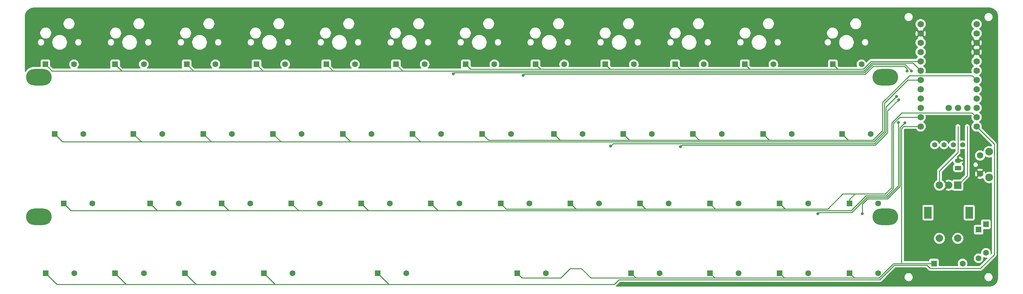
<source format=gbr>
%TF.GenerationSoftware,KiCad,Pcbnew,9.0.6*%
%TF.CreationDate,2025-12-30T17:34:46-07:00*%
%TF.ProjectId,Hotswap PCB,486f7473-7761-4702-9050-43422e6b6963,rev?*%
%TF.SameCoordinates,Original*%
%TF.FileFunction,Copper,L1,Top*%
%TF.FilePolarity,Positive*%
%FSLAX46Y46*%
G04 Gerber Fmt 4.6, Leading zero omitted, Abs format (unit mm)*
G04 Created by KiCad (PCBNEW 9.0.6) date 2025-12-30 17:34:46*
%MOMM*%
%LPD*%
G01*
G04 APERTURE LIST*
G04 Aperture macros list*
%AMRoundRect*
0 Rectangle with rounded corners*
0 $1 Rounding radius*
0 $2 $3 $4 $5 $6 $7 $8 $9 X,Y pos of 4 corners*
0 Add a 4 corners polygon primitive as box body*
4,1,4,$2,$3,$4,$5,$6,$7,$8,$9,$2,$3,0*
0 Add four circle primitives for the rounded corners*
1,1,$1+$1,$2,$3*
1,1,$1+$1,$4,$5*
1,1,$1+$1,$6,$7*
1,1,$1+$1,$8,$9*
0 Add four rect primitives between the rounded corners*
20,1,$1+$1,$2,$3,$4,$5,0*
20,1,$1+$1,$4,$5,$6,$7,0*
20,1,$1+$1,$6,$7,$8,$9,0*
20,1,$1+$1,$8,$9,$2,$3,0*%
G04 Aperture macros list end*
%TA.AperFunction,ComponentPad*%
%ADD10R,1.600000X1.600000*%
%TD*%
%TA.AperFunction,ComponentPad*%
%ADD11C,1.600000*%
%TD*%
%TA.AperFunction,ComponentPad*%
%ADD12C,1.397000*%
%TD*%
%TA.AperFunction,ComponentPad*%
%ADD13O,7.001260X4.499360*%
%TD*%
%TA.AperFunction,ComponentPad*%
%ADD14R,2.000000X2.000000*%
%TD*%
%TA.AperFunction,ComponentPad*%
%ADD15C,2.000000*%
%TD*%
%TA.AperFunction,ComponentPad*%
%ADD16R,2.000000X3.200000*%
%TD*%
%TA.AperFunction,ComponentPad*%
%ADD17C,2.100000*%
%TD*%
%TA.AperFunction,ComponentPad*%
%ADD18C,1.750000*%
%TD*%
%TA.AperFunction,ComponentPad*%
%ADD19C,1.752600*%
%TD*%
%TA.AperFunction,ComponentPad*%
%ADD20RoundRect,0.250000X0.625000X-0.350000X0.625000X0.350000X-0.625000X0.350000X-0.625000X-0.350000X0*%
%TD*%
%TA.AperFunction,ComponentPad*%
%ADD21O,1.750000X1.200000*%
%TD*%
%TA.AperFunction,ViaPad*%
%ADD22C,0.800000*%
%TD*%
%TA.AperFunction,Conductor*%
%ADD23C,0.250000*%
%TD*%
G04 APERTURE END LIST*
D10*
%TO.P,D6,1,K*%
%TO.N,row0*%
X116100000Y-75500000D03*
D11*
%TO.P,D6,2,A*%
%TO.N,Net-(D6-A)*%
X123900000Y-75500000D03*
%TD*%
D12*
%TO.P,J1,1,SDA*%
%TO.N,SDA*%
X262802500Y-97500000D03*
%TO.P,J1,2,SCL*%
%TO.N,SCL*%
X265342500Y-97500000D03*
%TO.P,J1,3,VCC*%
%TO.N,VCC*%
X267882500Y-97500000D03*
%TO.P,J1,4,GND*%
%TO.N,GND*%
X270422500Y-97500000D03*
%TD*%
D10*
%TO.P,D39,1,K*%
%TO.N,row3*%
X58600000Y-132500000D03*
D11*
%TO.P,D39,2,A*%
%TO.N,Net-(D39-A)*%
X66400000Y-132500000D03*
%TD*%
D10*
%TO.P,D9,1,K*%
%TO.N,row4*%
X173100000Y-75500000D03*
D11*
%TO.P,D9,2,A*%
%TO.N,Net-(D9-A)*%
X180900000Y-75500000D03*
%TD*%
D10*
%TO.P,D35,1,K*%
%TO.N,row6*%
X220600000Y-113500000D03*
D11*
%TO.P,D35,2,A*%
%TO.N,Net-(D35-A)*%
X228400000Y-113500000D03*
%TD*%
D10*
%TO.P,D20,1,K*%
%TO.N,row5*%
X159100000Y-94500000D03*
D11*
%TO.P,D20,2,A*%
%TO.N,Net-(D20-A)*%
X166900000Y-94500000D03*
%TD*%
D10*
%TO.P,D1,1,K*%
%TO.N,row0*%
X20600000Y-75500000D03*
D11*
%TO.P,D1,2,A*%
%TO.N,Net-(D1-A)*%
X28400000Y-75500000D03*
%TD*%
D13*
%TO.P,Mnt,1*%
%TO.N,N/C*%
X249400000Y-117100000D03*
%TD*%
D10*
%TO.P,D31,1,K*%
%TO.N,row6*%
X144600000Y-113500000D03*
D11*
%TO.P,D31,2,A*%
%TO.N,Net-(D31-A)*%
X152400000Y-113500000D03*
%TD*%
D10*
%TO.P,D27,1,K*%
%TO.N,row2*%
X68600000Y-113500000D03*
D11*
%TO.P,D27,2,A*%
%TO.N,Net-(D27-A)*%
X76400000Y-113500000D03*
%TD*%
D10*
%TO.P,D10,1,K*%
%TO.N,row4*%
X192100000Y-75500000D03*
D11*
%TO.P,D10,2,A*%
%TO.N,Net-(D10-A)*%
X199900000Y-75500000D03*
%TD*%
D10*
%TO.P,D11,1,K*%
%TO.N,row4*%
X211100000Y-75500000D03*
D11*
%TO.P,D11,2,A*%
%TO.N,Net-(D11-A)*%
X218900000Y-75500000D03*
%TD*%
D10*
%TO.P,D41,1,K*%
%TO.N,row3*%
X111100000Y-132500000D03*
D11*
%TO.P,D41,2,A*%
%TO.N,Net-(D41-A)*%
X118900000Y-132500000D03*
%TD*%
D10*
%TO.P,D34,1,K*%
%TO.N,row6*%
X201600000Y-113500000D03*
D11*
%TO.P,D34,2,A*%
%TO.N,Net-(D34-A)*%
X209400000Y-113500000D03*
%TD*%
D10*
%TO.P,D24,1,K*%
%TO.N,row5*%
X237600000Y-94500000D03*
D11*
%TO.P,D24,2,A*%
%TO.N,Net-(D24-A)*%
X245400000Y-94500000D03*
%TD*%
D10*
%TO.P,D48,1*%
%TO.N,N/C*%
X274770000Y-120640000D03*
D11*
%TO.P,D48,2*%
X274770000Y-128440000D03*
%TD*%
D10*
%TO.P,D29,1,K*%
%TO.N,row2*%
X106600000Y-113500000D03*
D11*
%TO.P,D29,2,A*%
%TO.N,Net-(D29-A)*%
X114400000Y-113500000D03*
%TD*%
D10*
%TO.P,D44,1,K*%
%TO.N,row7*%
X201600000Y-132500000D03*
D11*
%TO.P,D44,2,A*%
%TO.N,Net-(D44-A)*%
X209400000Y-132500000D03*
%TD*%
D10*
%TO.P,D19,1,K*%
%TO.N,row5*%
X139600000Y-94500000D03*
D11*
%TO.P,D19,2,A*%
%TO.N,Net-(D19-A)*%
X147400000Y-94500000D03*
%TD*%
D10*
%TO.P,D8,1,K*%
%TO.N,row4*%
X154100000Y-75500000D03*
D11*
%TO.P,D8,2,A*%
%TO.N,Net-(D8-A)*%
X161900000Y-75500000D03*
%TD*%
D10*
%TO.P,D14,1,K*%
%TO.N,row1*%
X44600000Y-94500000D03*
D11*
%TO.P,D14,2,A*%
%TO.N,Net-(D14-A)*%
X52400000Y-94500000D03*
%TD*%
D10*
%TO.P,D22,1,K*%
%TO.N,row5*%
X197000000Y-94500000D03*
D11*
%TO.P,D22,2,A*%
%TO.N,Net-(D22-A)*%
X204800000Y-94500000D03*
%TD*%
D10*
%TO.P,D4,1,K*%
%TO.N,row0*%
X78100000Y-75500000D03*
D11*
%TO.P,D4,2,A*%
%TO.N,Net-(D4-A)*%
X85900000Y-75500000D03*
%TD*%
D14*
%TO.P,SW1,A,A*%
%TO.N,rot0*%
X269112500Y-108500000D03*
D15*
%TO.P,SW1,B,B*%
%TO.N,rot1*%
X264112500Y-108500000D03*
%TO.P,SW1,C,C*%
%TO.N,GND*%
X266612500Y-108500000D03*
D16*
%TO.P,SW1,MP*%
%TO.N,N/C*%
X272212500Y-116000000D03*
X261012500Y-116000000D03*
D15*
%TO.P,SW1,S1,S1*%
%TO.N,col0*%
X264112500Y-123000000D03*
%TO.P,SW1,S2,S2*%
%TO.N,Net-(D47-A)*%
X269112500Y-123000000D03*
%TD*%
D10*
%TO.P,D32,1,K*%
%TO.N,row6*%
X163600000Y-113500000D03*
D11*
%TO.P,D32,2,A*%
%TO.N,Net-(D32-A)*%
X171400000Y-113500000D03*
%TD*%
D10*
%TO.P,D49,1*%
%TO.N,N/C*%
X276780000Y-119170000D03*
D11*
%TO.P,D49,2*%
X276780000Y-126970000D03*
%TD*%
D10*
%TO.P,D2,1,K*%
%TO.N,row0*%
X39600000Y-75500000D03*
D11*
%TO.P,D2,2,A*%
%TO.N,Net-(D2-A)*%
X47400000Y-75500000D03*
%TD*%
D13*
%TO.P,Mnt,1*%
%TO.N,N/C*%
X249400000Y-79000000D03*
%TD*%
D10*
%TO.P,D26,1,K*%
%TO.N,row2*%
X49100000Y-113500000D03*
D11*
%TO.P,D26,2,A*%
%TO.N,Net-(D26-A)*%
X56900000Y-113500000D03*
%TD*%
D10*
%TO.P,D25,1,K*%
%TO.N,row2*%
X25600000Y-113500000D03*
D11*
%TO.P,D25,2,A*%
%TO.N,Net-(D25-A)*%
X33400000Y-113500000D03*
%TD*%
D10*
%TO.P,D5,1,K*%
%TO.N,row0*%
X97100000Y-75500000D03*
D11*
%TO.P,D5,2,A*%
%TO.N,Net-(D5-A)*%
X104900000Y-75500000D03*
%TD*%
D10*
%TO.P,D45,1,K*%
%TO.N,row7*%
X220600000Y-132500000D03*
D11*
%TO.P,D45,2,A*%
%TO.N,Net-(D45-A)*%
X228400000Y-132500000D03*
%TD*%
D10*
%TO.P,D12,1,K*%
%TO.N,row4*%
X235100000Y-75500000D03*
D11*
%TO.P,D12,2,A*%
%TO.N,Net-(D12-A)*%
X242900000Y-75500000D03*
%TD*%
D10*
%TO.P,D33,1,K*%
%TO.N,row6*%
X182600000Y-113500000D03*
D11*
%TO.P,D33,2,A*%
%TO.N,Net-(D33-A)*%
X190400000Y-113500000D03*
%TD*%
D13*
%TO.P,Mnt,1*%
%TO.N,N/C*%
X18800000Y-79000000D03*
%TD*%
D10*
%TO.P,D28,1,K*%
%TO.N,row2*%
X87600000Y-113500000D03*
D11*
%TO.P,D28,2,A*%
%TO.N,Net-(D28-A)*%
X95400000Y-113500000D03*
%TD*%
D10*
%TO.P,D15,1,K*%
%TO.N,row1*%
X63600000Y-94500000D03*
D11*
%TO.P,D15,2,A*%
%TO.N,Net-(D15-A)*%
X71400000Y-94500000D03*
%TD*%
D10*
%TO.P,D7,1,K*%
%TO.N,row4*%
X135100000Y-75500000D03*
D11*
%TO.P,D7,2,A*%
%TO.N,Net-(D7-A)*%
X142900000Y-75500000D03*
%TD*%
D10*
%TO.P,D37,1,K*%
%TO.N,row3*%
X20680000Y-132500000D03*
D11*
%TO.P,D37,2,A*%
%TO.N,Net-(D37-A)*%
X28480000Y-132500000D03*
%TD*%
D10*
%TO.P,D16,1,K*%
%TO.N,row1*%
X82600000Y-94500000D03*
D11*
%TO.P,D16,2,A*%
%TO.N,Net-(D16-A)*%
X90400000Y-94500000D03*
%TD*%
D10*
%TO.P,D17,1,K*%
%TO.N,row1*%
X101600000Y-94500000D03*
D11*
%TO.P,D17,2,A*%
%TO.N,Net-(D17-A)*%
X109400000Y-94500000D03*
%TD*%
D10*
%TO.P,D38,1,K*%
%TO.N,row3*%
X39600000Y-132500000D03*
D11*
%TO.P,D38,2,A*%
%TO.N,Net-(D38-A)*%
X47400000Y-132500000D03*
%TD*%
D10*
%TO.P,D46,1,K*%
%TO.N,row7*%
X239600000Y-132500000D03*
D11*
%TO.P,D46,2,A*%
%TO.N,Net-(D46-A)*%
X247400000Y-132500000D03*
%TD*%
D13*
%TO.P,Mnt,1*%
%TO.N,N/C*%
X18800000Y-117100000D03*
%TD*%
D10*
%TO.P,D23,1,K*%
%TO.N,row5*%
X216100000Y-94500000D03*
D11*
%TO.P,D23,2,A*%
%TO.N,Net-(D23-A)*%
X223900000Y-94500000D03*
%TD*%
D10*
%TO.P,D43,1,K*%
%TO.N,row7*%
X180100000Y-132500000D03*
D11*
%TO.P,D43,2,A*%
%TO.N,Net-(D43-A)*%
X187900000Y-132500000D03*
%TD*%
D10*
%TO.P,D47,1,K*%
%TO.N,row7*%
X262625000Y-129875000D03*
D11*
%TO.P,D47,2,A*%
%TO.N,Net-(D47-A)*%
X270425000Y-129875000D03*
%TD*%
D10*
%TO.P,D40,1,K*%
%TO.N,row3*%
X80100000Y-132500000D03*
D11*
%TO.P,D40,2,A*%
%TO.N,Net-(D40-A)*%
X87900000Y-132500000D03*
%TD*%
D10*
%TO.P,D18,1,K*%
%TO.N,row1*%
X120600000Y-94500000D03*
D11*
%TO.P,D18,2,A*%
%TO.N,Net-(D18-A)*%
X128400000Y-94500000D03*
%TD*%
D10*
%TO.P,D13,1,K*%
%TO.N,row1*%
X23100000Y-94500000D03*
D11*
%TO.P,D13,2,A*%
%TO.N,Net-(D13-A)*%
X30900000Y-94500000D03*
%TD*%
D10*
%TO.P,D36,1,K*%
%TO.N,row6*%
X239600000Y-113500000D03*
D11*
%TO.P,D36,2,A*%
%TO.N,Net-(D36-A)*%
X247400000Y-113500000D03*
%TD*%
D10*
%TO.P,D30,1,K*%
%TO.N,row2*%
X125600000Y-113500000D03*
D11*
%TO.P,D30,2,A*%
%TO.N,Net-(D30-A)*%
X133400000Y-113500000D03*
%TD*%
D10*
%TO.P,D3,1,K*%
%TO.N,row0*%
X59100000Y-75500000D03*
D11*
%TO.P,D3,2,A*%
%TO.N,Net-(D3-A)*%
X66900000Y-75500000D03*
%TD*%
D10*
%TO.P,D21,1,K*%
%TO.N,row5*%
X178000000Y-94500000D03*
D11*
%TO.P,D21,2,A*%
%TO.N,Net-(D21-A)*%
X185800000Y-94500000D03*
%TD*%
D10*
%TO.P,D42,1,K*%
%TO.N,row7*%
X149100000Y-132500000D03*
D11*
%TO.P,D42,2,A*%
%TO.N,Net-(D42-A)*%
X156900000Y-132500000D03*
%TD*%
D17*
%TO.P,SW2,*%
%TO.N,*%
X277677500Y-106400000D03*
X277677500Y-99390000D03*
D18*
%TO.P,SW2,1,1*%
%TO.N,GND*%
X275187500Y-105400000D03*
%TO.P,SW2,2,2*%
%TO.N,RST*%
X275187500Y-100400000D03*
%TD*%
D19*
%TO.P,U2,1,006*%
%TO.N,unconnected-(U2-006-Pad1)*%
X274232500Y-64530000D03*
%TO.P,U2,2,008*%
%TO.N,unconnected-(U2-008-Pad2)*%
X274232500Y-67070000D03*
%TO.P,U2,3,GND*%
%TO.N,GND*%
X274232500Y-69610000D03*
%TO.P,U2,4,GND*%
X274232500Y-72150000D03*
%TO.P,U2,5,0.17*%
%TO.N,SDA*%
X274232500Y-74690000D03*
%TO.P,U2,6,0.20*%
%TO.N,SCL*%
X274232500Y-77230000D03*
%TO.P,U2,7,0.22*%
%TO.N,row5*%
X274232500Y-79770000D03*
%TO.P,U2,8,0.24*%
%TO.N,col5*%
X274232500Y-82310000D03*
%TO.P,U2,9,1.00*%
%TO.N,col3*%
X274232500Y-84850000D03*
%TO.P,U2,10,0.11*%
%TO.N,col1*%
X274232500Y-87390000D03*
%TO.P,U2,11,1.04*%
%TO.N,row6*%
X274232500Y-89930000D03*
%TO.P,U2,12,1.06*%
%TO.N,row3*%
X274232500Y-92470000D03*
%TO.P,U2,13,0.09*%
%TO.N,row7*%
X258992500Y-92470000D03*
%TO.P,U2,14,0.10*%
%TO.N,row2*%
X258992500Y-89930000D03*
%TO.P,U2,15,1.11*%
%TO.N,col0*%
X258992500Y-87390000D03*
%TO.P,U2,16,1.13*%
%TO.N,col2*%
X258992500Y-84850000D03*
%TO.P,U2,17,1.15*%
%TO.N,col4*%
X258992500Y-82310000D03*
%TO.P,U2,18,0.02*%
%TO.N,row1*%
X258992500Y-79770000D03*
%TO.P,U2,19,0.29*%
%TO.N,row0*%
X258992500Y-77230000D03*
%TO.P,U2,20,0.31*%
%TO.N,row4*%
X258992500Y-74690000D03*
%TO.P,U2,21,VCC*%
%TO.N,VCC*%
X258992500Y-72150000D03*
%TO.P,U2,22,RST*%
%TO.N,RST*%
X258992500Y-69610000D03*
%TO.P,U2,23,GND*%
%TO.N,GND*%
X258992500Y-67070000D03*
%TO.P,U2,24,Bat+*%
%TO.N,Net-(J2-Pin_1)*%
X258992500Y-64530000D03*
%TO.P,U2,31,1.01*%
%TO.N,rot0*%
X271692500Y-87390000D03*
%TO.P,U2,32,1.02*%
%TO.N,rot1*%
X269152500Y-87390000D03*
%TO.P,U2,33,1.07*%
%TO.N,unconnected-(U2-1.07-Pad33)*%
X266612500Y-87390000D03*
%TD*%
D20*
%TO.P,J2,1,Pin_1*%
%TO.N,Net-(J2-Pin_1)*%
X269200000Y-103800000D03*
D21*
%TO.P,J2,2,Pin_2*%
%TO.N,GND*%
X269200000Y-101800000D03*
%TD*%
D22*
%TO.N,col0*%
X243125000Y-116275000D03*
X254700000Y-91500000D03*
%TO.N,col1*%
X252900000Y-91400000D03*
X230987500Y-116312500D03*
%TO.N,col2*%
X193600000Y-98000000D03*
X253000000Y-85200000D03*
%TO.N,col3*%
X252400000Y-84300000D03*
X174565000Y-97835000D03*
%TO.N,col4*%
X150765000Y-78535000D03*
X255300000Y-77300000D03*
%TO.N,col5*%
X256500000Y-77300000D03*
X131715000Y-78085000D03*
%TD*%
D23*
%TO.N,row0*%
X245696198Y-75139520D02*
X256902020Y-75139520D01*
X60899520Y-77299520D02*
X41399520Y-77299520D01*
X41399520Y-77299520D02*
X39600000Y-75500000D01*
X60899520Y-77299520D02*
X59100000Y-75500000D01*
X243536198Y-77299520D02*
X245696198Y-75139520D01*
X256902020Y-75139520D02*
X258992500Y-77230000D01*
X98899520Y-77299520D02*
X97100000Y-75500000D01*
X117899520Y-77299520D02*
X98899520Y-77299520D01*
X41399520Y-77299520D02*
X22399520Y-77299520D01*
X116100000Y-75500000D02*
X117899520Y-77299520D01*
X79899520Y-77299520D02*
X60899520Y-77299520D01*
X98899520Y-77299520D02*
X79899520Y-77299520D01*
X22399520Y-77299520D02*
X20600000Y-75500000D01*
X79899520Y-77299520D02*
X78100000Y-75500000D01*
X117899520Y-77299520D02*
X243536198Y-77299520D01*
%TO.N,row1*%
X84774520Y-96674520D02*
X65774520Y-96674520D01*
X84774520Y-96674520D02*
X82600000Y-94500000D01*
X65774520Y-96674520D02*
X46774520Y-96674520D01*
X65774520Y-96674520D02*
X63600000Y-94500000D01*
X103774520Y-96674520D02*
X122774520Y-96674520D01*
X255430000Y-79770000D02*
X258992500Y-79770000D01*
X246211198Y-96674520D02*
X249099520Y-93786198D01*
X101600000Y-94500000D02*
X103774520Y-96674520D01*
X249099520Y-86100480D02*
X255430000Y-79770000D01*
X46774520Y-96674520D02*
X44600000Y-94500000D01*
X103774520Y-96674520D02*
X84774520Y-96674520D01*
X120600000Y-94500000D02*
X122774520Y-96674520D01*
X122774520Y-96674520D02*
X246211198Y-96674520D01*
X249099520Y-93786198D02*
X249099520Y-86100480D01*
X25274520Y-96674520D02*
X23100000Y-94500000D01*
X46774520Y-96674520D02*
X25274520Y-96674520D01*
%TO.N,row5*%
X255995093Y-78569189D02*
X273031689Y-78569189D01*
X198725000Y-96225000D02*
X179725000Y-96225000D01*
X248650000Y-93600000D02*
X248650000Y-85914282D01*
X160825000Y-96225000D02*
X141325000Y-96225000D01*
X217825000Y-96225000D02*
X216100000Y-94500000D01*
X160825000Y-96225000D02*
X159100000Y-94500000D01*
X198725000Y-96225000D02*
X197000000Y-94500000D01*
X179725000Y-96225000D02*
X160825000Y-96225000D01*
X239325000Y-96225000D02*
X217825000Y-96225000D01*
X237600000Y-94500000D02*
X239325000Y-96225000D01*
X217825000Y-96225000D02*
X198725000Y-96225000D01*
X239325000Y-96225000D02*
X246025000Y-96225000D01*
X246025000Y-96225000D02*
X248650000Y-93600000D01*
X141325000Y-96225000D02*
X139600000Y-94500000D01*
X248650000Y-85914282D02*
X255995093Y-78569189D01*
X273031689Y-78569189D02*
X274232500Y-79770000D01*
X179725000Y-96225000D02*
X178000000Y-94500000D01*
%TO.N,row2*%
X125600000Y-113500000D02*
X127575000Y-115475000D01*
X249586198Y-111349520D02*
X244150480Y-111349520D01*
X251599520Y-109336198D02*
X249586198Y-111349520D01*
X90575000Y-115475000D02*
X89575000Y-115475000D01*
X70575000Y-115475000D02*
X68600000Y-113500000D01*
X253330718Y-89930000D02*
X251599520Y-91661198D01*
X244150480Y-111349520D02*
X240025000Y-115475000D01*
X27575000Y-115475000D02*
X25600000Y-113500000D01*
X51075000Y-115475000D02*
X49100000Y-113500000D01*
X111225000Y-115475000D02*
X90575000Y-115475000D01*
X51775000Y-115475000D02*
X51075000Y-115475000D01*
X108575000Y-115475000D02*
X106600000Y-113500000D01*
X127575000Y-115475000D02*
X128475000Y-115475000D01*
X51775000Y-115475000D02*
X27575000Y-115475000D01*
X128475000Y-115475000D02*
X111225000Y-115475000D01*
X240025000Y-115475000D02*
X128475000Y-115475000D01*
X251599520Y-91661198D02*
X251599520Y-109336198D01*
X70575000Y-115475000D02*
X51775000Y-115475000D01*
X258992500Y-89930000D02*
X253330718Y-89930000D01*
X90575000Y-115475000D02*
X70575000Y-115475000D01*
X89575000Y-115475000D02*
X87600000Y-113500000D01*
X111225000Y-115475000D02*
X108575000Y-115475000D01*
%TO.N,row6*%
X203150000Y-115000000D02*
X184325000Y-115000000D01*
X222100000Y-115000000D02*
X220600000Y-113500000D01*
X203150000Y-115000000D02*
X203100000Y-115000000D01*
X273031689Y-88729189D02*
X253895811Y-88729189D01*
X146100000Y-115000000D02*
X144600000Y-113500000D01*
X166475000Y-115000000D02*
X165100000Y-115000000D01*
X166475000Y-115000000D02*
X146100000Y-115000000D01*
X184325000Y-115000000D02*
X166475000Y-115000000D01*
X184325000Y-115000000D02*
X184100000Y-115000000D01*
X239600000Y-112400000D02*
X241100000Y-110900000D01*
X239600000Y-113500000D02*
X239600000Y-112400000D01*
X233700000Y-115000000D02*
X237800000Y-110900000D01*
X274232500Y-89930000D02*
X273031689Y-88729189D01*
X184100000Y-115000000D02*
X182600000Y-113500000D01*
X253895811Y-88729189D02*
X251150000Y-91475000D01*
X165100000Y-115000000D02*
X163600000Y-113500000D01*
X203100000Y-115000000D02*
X201600000Y-113500000D01*
X251150000Y-109150000D02*
X251150000Y-108750000D01*
X249400000Y-110900000D02*
X251150000Y-109150000D01*
X242500000Y-110900000D02*
X249400000Y-110900000D01*
X233700000Y-115000000D02*
X222100000Y-115000000D01*
X222100000Y-115000000D02*
X203150000Y-115000000D01*
X241100000Y-110900000D02*
X242500000Y-110900000D01*
X237800000Y-110900000D02*
X242500000Y-110900000D01*
X251150000Y-91475000D02*
X251150000Y-108750000D01*
%TO.N,row3*%
X42650000Y-135550000D02*
X23730000Y-135550000D01*
X23730000Y-135550000D02*
X20680000Y-132500000D01*
X152150000Y-135550000D02*
X114150000Y-135550000D01*
X152150000Y-135550000D02*
X175525000Y-135550000D01*
X261600000Y-131200000D02*
X275304022Y-131200000D01*
X42650000Y-135550000D02*
X39600000Y-132500000D01*
X175525000Y-135550000D02*
X176775480Y-134299520D01*
X275304022Y-131200000D02*
X279052011Y-127452011D01*
X83150000Y-135550000D02*
X80100000Y-132500000D01*
X61650000Y-135550000D02*
X42650000Y-135550000D01*
X176775480Y-134299520D02*
X247836197Y-134299520D01*
X279052011Y-97289511D02*
X274232500Y-92470000D01*
X247836197Y-134299520D02*
X251811197Y-130324520D01*
X114150000Y-135550000D02*
X83150000Y-135550000D01*
X274232500Y-92470000D02*
X274003900Y-92470000D01*
X251811197Y-130324520D02*
X260724520Y-130324520D01*
X279052011Y-127452011D02*
X279052011Y-97289511D01*
X114150000Y-135550000D02*
X111100000Y-132500000D01*
X260724520Y-130324520D02*
X261600000Y-131200000D01*
X61650000Y-135550000D02*
X58600000Y-132500000D01*
X83150000Y-135550000D02*
X61650000Y-135550000D01*
%TO.N,col0*%
X249957632Y-112249520D02*
X253349520Y-108857632D01*
X243085718Y-113685718D02*
X244521916Y-112249520D01*
X243085718Y-116235718D02*
X243085718Y-113685718D01*
X253349520Y-92850480D02*
X254700000Y-91500000D01*
X244521916Y-112249520D02*
X249957632Y-112249520D01*
X243125000Y-116275000D02*
X243085718Y-116235718D01*
X253349520Y-108857632D02*
X253349520Y-92850480D01*
%TO.N,col1*%
X244336678Y-111799040D02*
X240211197Y-115924520D01*
X247509700Y-111800000D02*
X247508740Y-111799040D01*
X252900000Y-91400000D02*
X252900000Y-108671435D01*
X231375480Y-115924520D02*
X230987500Y-116312500D01*
X247508740Y-111799040D02*
X244336678Y-111799040D01*
X240211197Y-115924520D02*
X231375480Y-115924520D01*
X249771435Y-111800000D02*
X247509700Y-111800000D01*
X252900000Y-108671435D02*
X249771435Y-111800000D01*
%TO.N,col2*%
X194026440Y-97573560D02*
X193600000Y-98000000D01*
X253000000Y-85200000D02*
X249998560Y-88201440D01*
X246583593Y-97573560D02*
X194026440Y-97573560D01*
X249998560Y-94158593D02*
X246583593Y-97573560D01*
X249998560Y-88201440D02*
X249998560Y-94158593D01*
%TO.N,col3*%
X249549040Y-93972396D02*
X246397395Y-97124040D01*
X249549040Y-87150960D02*
X249549040Y-93972396D01*
X246397395Y-97124040D02*
X175275960Y-97124040D01*
X175275960Y-97124040D02*
X174565000Y-97835000D01*
X252400000Y-84300000D02*
X249549040Y-87150960D01*
%TO.N,col4*%
X243908592Y-78198560D02*
X151101440Y-78198560D01*
X246057634Y-76049520D02*
X243908592Y-78198560D01*
X151101440Y-78198560D02*
X150765000Y-78535000D01*
X255300000Y-77300000D02*
X255300000Y-76735718D01*
X255300000Y-76735718D02*
X254613802Y-76049520D01*
X254613802Y-76049520D02*
X246057634Y-76049520D01*
%TO.N,col5*%
X132050960Y-77749040D02*
X131715000Y-78085000D01*
X256500000Y-77300000D02*
X254800000Y-75600000D01*
X254800000Y-75600000D02*
X245871436Y-75600000D01*
X243722395Y-77749040D02*
X132050960Y-77749040D01*
X245871436Y-75600000D02*
X243722395Y-77749040D01*
%TO.N,row7*%
X251625000Y-129875000D02*
X251250000Y-130250000D01*
X222075000Y-133850000D02*
X221950000Y-133850000D01*
X239600000Y-132500000D02*
X240950000Y-133850000D01*
X202950000Y-133850000D02*
X181450000Y-133850000D01*
X150425000Y-133825000D02*
X149100000Y-132500000D01*
X222075000Y-133850000D02*
X202950000Y-133850000D01*
X169150000Y-133850000D02*
X166600000Y-131300000D01*
X166600000Y-131300000D02*
X163500000Y-131300000D01*
X256970000Y-92470000D02*
X254365718Y-92470000D01*
X202950000Y-133850000D02*
X201600000Y-132500000D01*
X247650000Y-133850000D02*
X251250000Y-130250000D01*
X253799040Y-93036678D02*
X253799040Y-129799040D01*
X253875000Y-129875000D02*
X252473080Y-129875000D01*
X221950000Y-133850000D02*
X220600000Y-132500000D01*
X163500000Y-131300000D02*
X160975000Y-133825000D01*
X181450000Y-133850000D02*
X180100000Y-132500000D01*
X258992500Y-92470000D02*
X256970000Y-92470000D01*
X160975000Y-133825000D02*
X150425000Y-133825000D01*
X254365718Y-92470000D02*
X253799040Y-93036678D01*
X253799040Y-129799040D02*
X253875000Y-129875000D01*
X252473080Y-129875000D02*
X251625000Y-129875000D01*
X181450000Y-133850000D02*
X169150000Y-133850000D01*
X254725000Y-129875000D02*
X253875000Y-129875000D01*
X240950000Y-133850000D02*
X222075000Y-133850000D01*
X240950000Y-133850000D02*
X247650000Y-133850000D01*
X262625000Y-129875000D02*
X254725000Y-129875000D01*
%TO.N,row4*%
X192100000Y-75500000D02*
X193450000Y-76850000D01*
X154100000Y-75500000D02*
X155450000Y-76850000D01*
X243350000Y-76850000D02*
X245510000Y-74690000D01*
X245510000Y-74690000D02*
X258992500Y-74690000D01*
X236450000Y-76850000D02*
X243350000Y-76850000D01*
X155450000Y-76850000D02*
X174625000Y-76850000D01*
X212450000Y-76850000D02*
X236450000Y-76850000D01*
X136450000Y-76850000D02*
X135100000Y-75500000D01*
X174450000Y-76850000D02*
X174625000Y-76850000D01*
X193450000Y-76850000D02*
X212450000Y-76850000D01*
X155450000Y-76850000D02*
X136450000Y-76850000D01*
X235100000Y-75500000D02*
X236450000Y-76850000D01*
X174625000Y-76850000D02*
X193450000Y-76850000D01*
X173100000Y-75500000D02*
X174450000Y-76850000D01*
X211100000Y-75500000D02*
X212450000Y-76850000D01*
%TO.N,rot1*%
X269152500Y-92470000D02*
X269152500Y-99547500D01*
X269152500Y-99547500D02*
X264112500Y-104587500D01*
X264112500Y-104587500D02*
X264112500Y-108500000D01*
%TO.N,rot0*%
X271692500Y-92470000D02*
X271692500Y-105920000D01*
X271692500Y-105920000D02*
X269112500Y-108500000D01*
%TD*%
%TA.AperFunction,Conductor*%
%TO.N,GND*%
G36*
X277628801Y-60000729D02*
G01*
X277892836Y-60016701D01*
X277901594Y-60017541D01*
X277963239Y-60025656D01*
X277969414Y-60026628D01*
X278197778Y-60068477D01*
X278207662Y-60070704D01*
X278260346Y-60084820D01*
X278265103Y-60086198D01*
X278494964Y-60157825D01*
X278505681Y-60161706D01*
X278540897Y-60176293D01*
X278544317Y-60177771D01*
X278628430Y-60215627D01*
X278779432Y-60283588D01*
X278790655Y-60289330D01*
X278791834Y-60290011D01*
X278793931Y-60291249D01*
X279038364Y-60439014D01*
X279050866Y-60447643D01*
X279276485Y-60624404D01*
X279287865Y-60634487D01*
X279490512Y-60837134D01*
X279500596Y-60848515D01*
X279677353Y-61074130D01*
X279685985Y-61086635D01*
X279756955Y-61204033D01*
X279833695Y-61330977D01*
X279834981Y-61333154D01*
X279835626Y-61334271D01*
X279841410Y-61345566D01*
X279947211Y-61580644D01*
X279948721Y-61584139D01*
X279963289Y-61619310D01*
X279967175Y-61630041D01*
X280038781Y-61859829D01*
X280040193Y-61864706D01*
X280054294Y-61917336D01*
X280056523Y-61927232D01*
X280098362Y-62155536D01*
X280099348Y-62161802D01*
X280107453Y-62223363D01*
X280108301Y-62232203D01*
X280123948Y-62490895D01*
X280124178Y-62498543D01*
X280100706Y-134019657D01*
X280099628Y-134036061D01*
X280099343Y-134038226D01*
X280098357Y-134044493D01*
X280056529Y-134272743D01*
X280054300Y-134282642D01*
X280040181Y-134335335D01*
X280038769Y-134340210D01*
X279967180Y-134569944D01*
X279963297Y-134580668D01*
X279963295Y-134580674D01*
X279948705Y-134615899D01*
X279947194Y-134619395D01*
X279841416Y-134854424D01*
X279835648Y-134865691D01*
X279834993Y-134866826D01*
X279833691Y-134869031D01*
X279685992Y-135113356D01*
X279677348Y-135125879D01*
X279500599Y-135351481D01*
X279490509Y-135362869D01*
X279287865Y-135565513D01*
X279276476Y-135575603D01*
X279050881Y-135752345D01*
X279038360Y-135760988D01*
X278794031Y-135908690D01*
X278791825Y-135909993D01*
X278790690Y-135910648D01*
X278779423Y-135916416D01*
X278544394Y-136022194D01*
X278540898Y-136023705D01*
X278505673Y-136038295D01*
X278494943Y-136042180D01*
X278265192Y-136113775D01*
X278260315Y-136115187D01*
X278207652Y-136129297D01*
X278197756Y-136131526D01*
X277971794Y-136172936D01*
X277949081Y-136175000D01*
X176100094Y-136175000D01*
X176031973Y-136154998D01*
X175985480Y-136101342D01*
X175975376Y-136031068D01*
X176004870Y-135966488D01*
X176010999Y-135959905D01*
X176499552Y-135471353D01*
X177000980Y-134969925D01*
X177063292Y-134935899D01*
X177090075Y-134933020D01*
X247898590Y-134933020D01*
X247898591Y-134933020D01*
X248020982Y-134908675D01*
X248136272Y-134860920D01*
X248240030Y-134791591D01*
X249518232Y-133513389D01*
X254624500Y-133513389D01*
X254624500Y-133686611D01*
X254651598Y-133857701D01*
X254705127Y-134022445D01*
X254705128Y-134022448D01*
X254705130Y-134022452D01*
X254783768Y-134176788D01*
X254885587Y-134316930D01*
X255008069Y-134439412D01*
X255035239Y-134459152D01*
X255148212Y-134541232D01*
X255281801Y-134609298D01*
X255301634Y-134619404D01*
X255302555Y-134619873D01*
X255467299Y-134673402D01*
X255638389Y-134700500D01*
X255638392Y-134700500D01*
X255811608Y-134700500D01*
X255811611Y-134700500D01*
X255982701Y-134673402D01*
X256147445Y-134619873D01*
X256301788Y-134541232D01*
X256441928Y-134439414D01*
X256564414Y-134316928D01*
X256666232Y-134176788D01*
X256744873Y-134022445D01*
X256798402Y-133857701D01*
X256825500Y-133686611D01*
X256825500Y-133513389D01*
X276399500Y-133513389D01*
X276399500Y-133686611D01*
X276426598Y-133857701D01*
X276480127Y-134022445D01*
X276480128Y-134022448D01*
X276480130Y-134022452D01*
X276558768Y-134176788D01*
X276660587Y-134316930D01*
X276783069Y-134439412D01*
X276810239Y-134459152D01*
X276923212Y-134541232D01*
X277056801Y-134609298D01*
X277076634Y-134619404D01*
X277077555Y-134619873D01*
X277242299Y-134673402D01*
X277413389Y-134700500D01*
X277413392Y-134700500D01*
X277586608Y-134700500D01*
X277586611Y-134700500D01*
X277757701Y-134673402D01*
X277922445Y-134619873D01*
X278076788Y-134541232D01*
X278216928Y-134439414D01*
X278339414Y-134316928D01*
X278441232Y-134176788D01*
X278519873Y-134022445D01*
X278573402Y-133857701D01*
X278600500Y-133686611D01*
X278600500Y-133513389D01*
X278573402Y-133342299D01*
X278519873Y-133177555D01*
X278441232Y-133023212D01*
X278339414Y-132883072D01*
X278339412Y-132883069D01*
X278216930Y-132760587D01*
X278076788Y-132658768D01*
X277922452Y-132580130D01*
X277922448Y-132580128D01*
X277922445Y-132580127D01*
X277757701Y-132526598D01*
X277586611Y-132499500D01*
X277413389Y-132499500D01*
X277242299Y-132526598D01*
X277242296Y-132526598D01*
X277242295Y-132526599D01*
X277163253Y-132552281D01*
X277077555Y-132580127D01*
X277077553Y-132580127D01*
X277077547Y-132580130D01*
X276923211Y-132658768D01*
X276783069Y-132760587D01*
X276660587Y-132883069D01*
X276558768Y-133023211D01*
X276480130Y-133177547D01*
X276480127Y-133177553D01*
X276480127Y-133177555D01*
X276426598Y-133342299D01*
X276399500Y-133513389D01*
X256825500Y-133513389D01*
X256798402Y-133342299D01*
X256744873Y-133177555D01*
X256666232Y-133023212D01*
X256564414Y-132883072D01*
X256564412Y-132883069D01*
X256441930Y-132760587D01*
X256301788Y-132658768D01*
X256147452Y-132580130D01*
X256147448Y-132580128D01*
X256147445Y-132580127D01*
X255982701Y-132526598D01*
X255811611Y-132499500D01*
X255638389Y-132499500D01*
X255467299Y-132526598D01*
X255467296Y-132526598D01*
X255467295Y-132526599D01*
X255388253Y-132552281D01*
X255302555Y-132580127D01*
X255302553Y-132580127D01*
X255302547Y-132580130D01*
X255148211Y-132658768D01*
X255008069Y-132760587D01*
X254885587Y-132883069D01*
X254783768Y-133023211D01*
X254705130Y-133177547D01*
X254705127Y-133177553D01*
X254705127Y-133177555D01*
X254651598Y-133342299D01*
X254624500Y-133513389D01*
X249518232Y-133513389D01*
X252036696Y-130994925D01*
X252099008Y-130960899D01*
X252125791Y-130958020D01*
X260409925Y-130958020D01*
X260478046Y-130978022D01*
X260499020Y-130994924D01*
X261196167Y-131692072D01*
X261299925Y-131761401D01*
X261373969Y-131792070D01*
X261373970Y-131792071D01*
X261373971Y-131792071D01*
X261415215Y-131809155D01*
X261537606Y-131833500D01*
X261537607Y-131833500D01*
X275366415Y-131833500D01*
X275366416Y-131833500D01*
X275488807Y-131809155D01*
X275604097Y-131761400D01*
X275707855Y-131692071D01*
X279544082Y-127855844D01*
X279613411Y-127752086D01*
X279661166Y-127636796D01*
X279685511Y-127514405D01*
X279685511Y-127389617D01*
X279685511Y-97227117D01*
X279661166Y-97104726D01*
X279613411Y-96989436D01*
X279544082Y-96885678D01*
X279455844Y-96797440D01*
X275605790Y-92947386D01*
X275571764Y-92885074D01*
X275575053Y-92819351D01*
X275583202Y-92794275D01*
X275617300Y-92578986D01*
X275617300Y-92361014D01*
X275583202Y-92145725D01*
X275515844Y-91938421D01*
X275416887Y-91744207D01*
X275288766Y-91567863D01*
X275288763Y-91567860D01*
X275288761Y-91567857D01*
X275134642Y-91413738D01*
X275134639Y-91413736D01*
X275134637Y-91413734D01*
X274980758Y-91301934D01*
X274937405Y-91245714D01*
X274931330Y-91174978D01*
X274964461Y-91112186D01*
X274980755Y-91098067D01*
X275134637Y-90986266D01*
X275288766Y-90832137D01*
X275416887Y-90655793D01*
X275515844Y-90461579D01*
X275583202Y-90254275D01*
X275617300Y-90038986D01*
X275617300Y-89821014D01*
X275583202Y-89605725D01*
X275515844Y-89398421D01*
X275416887Y-89204207D01*
X275288766Y-89027863D01*
X275288763Y-89027860D01*
X275288761Y-89027857D01*
X275134642Y-88873738D01*
X275134639Y-88873736D01*
X275134637Y-88873734D01*
X274980758Y-88761934D01*
X274937405Y-88705714D01*
X274931330Y-88634978D01*
X274964461Y-88572186D01*
X274980755Y-88558067D01*
X275134637Y-88446266D01*
X275288766Y-88292137D01*
X275416887Y-88115793D01*
X275515844Y-87921579D01*
X275583202Y-87714275D01*
X275617300Y-87498986D01*
X275617300Y-87281014D01*
X275583202Y-87065725D01*
X275515844Y-86858421D01*
X275416887Y-86664207D01*
X275288766Y-86487863D01*
X275288763Y-86487860D01*
X275288761Y-86487857D01*
X275134642Y-86333738D01*
X275134639Y-86333736D01*
X275134637Y-86333734D01*
X274980758Y-86221934D01*
X274937405Y-86165714D01*
X274931330Y-86094978D01*
X274964461Y-86032186D01*
X274980755Y-86018067D01*
X275134637Y-85906266D01*
X275288766Y-85752137D01*
X275416887Y-85575793D01*
X275515844Y-85381579D01*
X275583202Y-85174275D01*
X275617300Y-84958986D01*
X275617300Y-84741014D01*
X275583202Y-84525725D01*
X275515844Y-84318421D01*
X275416887Y-84124207D01*
X275288766Y-83947863D01*
X275288763Y-83947860D01*
X275288761Y-83947857D01*
X275134642Y-83793738D01*
X275134639Y-83793736D01*
X275134637Y-83793734D01*
X274980758Y-83681934D01*
X274937405Y-83625714D01*
X274931330Y-83554978D01*
X274964461Y-83492186D01*
X274980755Y-83478067D01*
X275134637Y-83366266D01*
X275288766Y-83212137D01*
X275416887Y-83035793D01*
X275515844Y-82841579D01*
X275583202Y-82634275D01*
X275617300Y-82418986D01*
X275617300Y-82201014D01*
X275583202Y-81985725D01*
X275515844Y-81778421D01*
X275416887Y-81584207D01*
X275288766Y-81407863D01*
X275288763Y-81407860D01*
X275288761Y-81407857D01*
X275134642Y-81253738D01*
X275134639Y-81253736D01*
X275134637Y-81253734D01*
X274980758Y-81141934D01*
X274937405Y-81085714D01*
X274931330Y-81014978D01*
X274964461Y-80952186D01*
X274980755Y-80938067D01*
X275134637Y-80826266D01*
X275288766Y-80672137D01*
X275416887Y-80495793D01*
X275515844Y-80301579D01*
X275583202Y-80094275D01*
X275617300Y-79878986D01*
X275617300Y-79661014D01*
X275583202Y-79445725D01*
X275515844Y-79238421D01*
X275416887Y-79044207D01*
X275288766Y-78867863D01*
X275288763Y-78867860D01*
X275288761Y-78867857D01*
X275134642Y-78713738D01*
X275134639Y-78713736D01*
X275134637Y-78713734D01*
X274980758Y-78601934D01*
X274937405Y-78545714D01*
X274931330Y-78474978D01*
X274964461Y-78412186D01*
X274980755Y-78398067D01*
X275134637Y-78286266D01*
X275288766Y-78132137D01*
X275416887Y-77955793D01*
X275515844Y-77761579D01*
X275583202Y-77554275D01*
X275617300Y-77338986D01*
X275617300Y-77121014D01*
X275583202Y-76905725D01*
X275515844Y-76698421D01*
X275416887Y-76504207D01*
X275288766Y-76327863D01*
X275288763Y-76327860D01*
X275288761Y-76327857D01*
X275134642Y-76173738D01*
X275134639Y-76173736D01*
X275134637Y-76173734D01*
X274980758Y-76061934D01*
X274937405Y-76005714D01*
X274931330Y-75934978D01*
X274964461Y-75872186D01*
X274980755Y-75858067D01*
X275134637Y-75746266D01*
X275288766Y-75592137D01*
X275416887Y-75415793D01*
X275515844Y-75221579D01*
X275583202Y-75014275D01*
X275617300Y-74798986D01*
X275617300Y-74581014D01*
X275583202Y-74365725D01*
X275515844Y-74158421D01*
X275416887Y-73964207D01*
X275288766Y-73787863D01*
X275288763Y-73787860D01*
X275288761Y-73787857D01*
X275134642Y-73633738D01*
X275134639Y-73633736D01*
X275134638Y-73633735D01*
X275134637Y-73633734D01*
X274980760Y-73521936D01*
X274980335Y-73521627D01*
X274936981Y-73465405D01*
X274930906Y-73394668D01*
X274964037Y-73331877D01*
X274980335Y-73317755D01*
X275015497Y-73292207D01*
X275015497Y-73292206D01*
X274395089Y-72671798D01*
X274443287Y-72658884D01*
X274567813Y-72586989D01*
X274669489Y-72485313D01*
X274741384Y-72360787D01*
X274754298Y-72312589D01*
X275374706Y-72932997D01*
X275374707Y-72932997D01*
X275416459Y-72875531D01*
X275515380Y-72681388D01*
X275515383Y-72681382D01*
X275582712Y-72474163D01*
X275616800Y-72258943D01*
X275616800Y-72041056D01*
X275582712Y-71825836D01*
X275515383Y-71618617D01*
X275515380Y-71618611D01*
X275416457Y-71424464D01*
X275374708Y-71367001D01*
X275374707Y-71367001D01*
X274754298Y-71987410D01*
X274741384Y-71939213D01*
X274669489Y-71814687D01*
X274567813Y-71713011D01*
X274443287Y-71641116D01*
X274395088Y-71628201D01*
X275015497Y-71007791D01*
X274979911Y-70981937D01*
X274936557Y-70925715D01*
X274930480Y-70854979D01*
X274963611Y-70792187D01*
X274979910Y-70778064D01*
X275015497Y-70752208D01*
X275015497Y-70752206D01*
X274395089Y-70131798D01*
X274443287Y-70118884D01*
X274567813Y-70046989D01*
X274669489Y-69945313D01*
X274741384Y-69820787D01*
X274754298Y-69772589D01*
X275374706Y-70392997D01*
X275374707Y-70392997D01*
X275416459Y-70335531D01*
X275515380Y-70141388D01*
X275515383Y-70141382D01*
X275582712Y-69934163D01*
X275616800Y-69718943D01*
X275616800Y-69501056D01*
X275582712Y-69285836D01*
X275515383Y-69078617D01*
X275515380Y-69078611D01*
X275416457Y-68884464D01*
X275374708Y-68827001D01*
X275374707Y-68827001D01*
X274754298Y-69447410D01*
X274741384Y-69399213D01*
X274669489Y-69274687D01*
X274567813Y-69173011D01*
X274443287Y-69101116D01*
X274395088Y-69088201D01*
X275015497Y-68467791D01*
X275015497Y-68467790D01*
X274980336Y-68442245D01*
X274936981Y-68386023D01*
X274930905Y-68315286D01*
X274964037Y-68252494D01*
X274980330Y-68238375D01*
X275134637Y-68126266D01*
X275288766Y-67972137D01*
X275416887Y-67795793D01*
X275515844Y-67601579D01*
X275583202Y-67394275D01*
X275617300Y-67178986D01*
X275617300Y-66961014D01*
X275583202Y-66745725D01*
X275515844Y-66538421D01*
X275416887Y-66344207D01*
X275288766Y-66167863D01*
X275288763Y-66167860D01*
X275288761Y-66167857D01*
X275134642Y-66013738D01*
X275134639Y-66013736D01*
X275134637Y-66013734D01*
X274980758Y-65901934D01*
X274937405Y-65845714D01*
X274931330Y-65774978D01*
X274964461Y-65712186D01*
X274980755Y-65698067D01*
X275134637Y-65586266D01*
X275288766Y-65432137D01*
X275416887Y-65255793D01*
X275515844Y-65061579D01*
X275583202Y-64854275D01*
X275617300Y-64638986D01*
X275617300Y-64421014D01*
X275583202Y-64205725D01*
X275515844Y-63998421D01*
X275416887Y-63804207D01*
X275288766Y-63627863D01*
X275288763Y-63627860D01*
X275288761Y-63627857D01*
X275134642Y-63473738D01*
X275134639Y-63473736D01*
X275134637Y-63473734D01*
X274958293Y-63345613D01*
X274764079Y-63246656D01*
X274764078Y-63246655D01*
X274764077Y-63246655D01*
X274556778Y-63179299D01*
X274556775Y-63179298D01*
X274341486Y-63145200D01*
X274123514Y-63145200D01*
X273908225Y-63179298D01*
X273908222Y-63179298D01*
X273908221Y-63179299D01*
X273700922Y-63246655D01*
X273506703Y-63345615D01*
X273330360Y-63473736D01*
X273330357Y-63473738D01*
X273176238Y-63627857D01*
X273176236Y-63627860D01*
X273048115Y-63804203D01*
X272949155Y-63998422D01*
X272881799Y-64205721D01*
X272881798Y-64205725D01*
X272847700Y-64421014D01*
X272847700Y-64638986D01*
X272881798Y-64854275D01*
X272881799Y-64854278D01*
X272927845Y-64995993D01*
X272949156Y-65061579D01*
X273048113Y-65255793D01*
X273176234Y-65432137D01*
X273176236Y-65432139D01*
X273176238Y-65432142D01*
X273330357Y-65586261D01*
X273330360Y-65586263D01*
X273330363Y-65586266D01*
X273454776Y-65676657D01*
X273484240Y-65698064D01*
X273527594Y-65754286D01*
X273533669Y-65825022D01*
X273500538Y-65887814D01*
X273484240Y-65901936D01*
X273330360Y-66013736D01*
X273330357Y-66013738D01*
X273176238Y-66167857D01*
X273176236Y-66167860D01*
X273048115Y-66344203D01*
X272949155Y-66538422D01*
X272881799Y-66745721D01*
X272881798Y-66745725D01*
X272847700Y-66961014D01*
X272847700Y-67178986D01*
X272881798Y-67394275D01*
X272881799Y-67394278D01*
X272929057Y-67539723D01*
X272949156Y-67601579D01*
X273048113Y-67795793D01*
X273176234Y-67972137D01*
X273176236Y-67972139D01*
X273176238Y-67972142D01*
X273330357Y-68126261D01*
X273330360Y-68126263D01*
X273330363Y-68126266D01*
X273483814Y-68237754D01*
X273484663Y-68238371D01*
X273528017Y-68294593D01*
X273534092Y-68365329D01*
X273500961Y-68428121D01*
X273484663Y-68442243D01*
X273449501Y-68467789D01*
X273449501Y-68467792D01*
X274069910Y-69088201D01*
X274021713Y-69101116D01*
X273897187Y-69173011D01*
X273795511Y-69274687D01*
X273723616Y-69399213D01*
X273710701Y-69447410D01*
X273090292Y-68827001D01*
X273090290Y-68827001D01*
X273048543Y-68884462D01*
X272949619Y-69078611D01*
X272949616Y-69078617D01*
X272882287Y-69285836D01*
X272848200Y-69501056D01*
X272848200Y-69718943D01*
X272882287Y-69934163D01*
X272949616Y-70141382D01*
X272949619Y-70141388D01*
X273048539Y-70335530D01*
X273048540Y-70335531D01*
X273090291Y-70392997D01*
X273710701Y-69772587D01*
X273723616Y-69820787D01*
X273795511Y-69945313D01*
X273897187Y-70046989D01*
X274021713Y-70118884D01*
X274069910Y-70131798D01*
X273473807Y-70727901D01*
X273522745Y-70821732D01*
X273524117Y-70828676D01*
X273528442Y-70834284D01*
X273530913Y-70863058D01*
X273536512Y-70891382D01*
X273533912Y-70897966D01*
X273534518Y-70905021D01*
X273521042Y-70930559D01*
X273510438Y-70957417D01*
X273504690Y-70961551D01*
X273501386Y-70967813D01*
X273485087Y-70981936D01*
X273449501Y-71007789D01*
X273449501Y-71007792D01*
X274069910Y-71628201D01*
X274021713Y-71641116D01*
X273897187Y-71713011D01*
X273795511Y-71814687D01*
X273723616Y-71939213D01*
X273710701Y-71987410D01*
X273090292Y-71367001D01*
X273090290Y-71367001D01*
X273048543Y-71424462D01*
X272949619Y-71618611D01*
X272949616Y-71618617D01*
X272882287Y-71825836D01*
X272848200Y-72041056D01*
X272848200Y-72258943D01*
X272882287Y-72474163D01*
X272949616Y-72681382D01*
X272949619Y-72681388D01*
X273048539Y-72875530D01*
X273048540Y-72875531D01*
X273090291Y-72932997D01*
X273710701Y-72312587D01*
X273723616Y-72360787D01*
X273795511Y-72485313D01*
X273897187Y-72586989D01*
X274021713Y-72658884D01*
X274069910Y-72671798D01*
X273449501Y-73292207D01*
X273449501Y-73292208D01*
X273484663Y-73317754D01*
X273528018Y-73373976D01*
X273534094Y-73444713D01*
X273500962Y-73507505D01*
X273484664Y-73521627D01*
X273330360Y-73633735D01*
X273176238Y-73787857D01*
X273176236Y-73787860D01*
X273048115Y-73964203D01*
X272949155Y-74158422D01*
X272891216Y-74336739D01*
X272881798Y-74365725D01*
X272847700Y-74581014D01*
X272847700Y-74798986D01*
X272881798Y-75014275D01*
X272881799Y-75014278D01*
X272940060Y-75193587D01*
X272949156Y-75221579D01*
X273048113Y-75415793D01*
X273176234Y-75592137D01*
X273176236Y-75592139D01*
X273176238Y-75592142D01*
X273330357Y-75746261D01*
X273330360Y-75746263D01*
X273330363Y-75746266D01*
X273456800Y-75838128D01*
X273484240Y-75858064D01*
X273527594Y-75914286D01*
X273533669Y-75985022D01*
X273500538Y-76047814D01*
X273484240Y-76061936D01*
X273330360Y-76173736D01*
X273330357Y-76173738D01*
X273176238Y-76327857D01*
X273176236Y-76327860D01*
X273048115Y-76504203D01*
X272949155Y-76698422D01*
X272893515Y-76869664D01*
X272881798Y-76905725D01*
X272847700Y-77121014D01*
X272847700Y-77338986D01*
X272881798Y-77554275D01*
X272949155Y-77761577D01*
X272950686Y-77766287D01*
X272949662Y-77766619D01*
X272956703Y-77832048D01*
X272924931Y-77895538D01*
X272863876Y-77931772D01*
X272832703Y-77935689D01*
X260392297Y-77935689D01*
X260324176Y-77915687D01*
X260277683Y-77862031D01*
X260267579Y-77791757D01*
X260274547Y-77766362D01*
X260274314Y-77766287D01*
X260275844Y-77761579D01*
X260343202Y-77554275D01*
X260377300Y-77338986D01*
X260377300Y-77121014D01*
X260343202Y-76905725D01*
X260275844Y-76698421D01*
X260176887Y-76504207D01*
X260048766Y-76327863D01*
X260048763Y-76327860D01*
X260048761Y-76327857D01*
X259894642Y-76173738D01*
X259894639Y-76173736D01*
X259894637Y-76173734D01*
X259740758Y-76061934D01*
X259697405Y-76005714D01*
X259691330Y-75934978D01*
X259724461Y-75872186D01*
X259740755Y-75858067D01*
X259894637Y-75746266D01*
X260048766Y-75592137D01*
X260176887Y-75415793D01*
X260275844Y-75221579D01*
X260343202Y-75014275D01*
X260377300Y-74798986D01*
X260377300Y-74581014D01*
X260343202Y-74365725D01*
X260275844Y-74158421D01*
X260176887Y-73964207D01*
X260048766Y-73787863D01*
X260048763Y-73787860D01*
X260048761Y-73787857D01*
X259894642Y-73633738D01*
X259894639Y-73633736D01*
X259894638Y-73633735D01*
X259894637Y-73633734D01*
X259740758Y-73521934D01*
X259697405Y-73465714D01*
X259691330Y-73394978D01*
X259724461Y-73332186D01*
X259740755Y-73318067D01*
X259894637Y-73206266D01*
X260048766Y-73052137D01*
X260176887Y-72875793D01*
X260275844Y-72681579D01*
X260343202Y-72474275D01*
X260377300Y-72258986D01*
X260377300Y-72041014D01*
X260343202Y-71825725D01*
X260275844Y-71618421D01*
X260176887Y-71424207D01*
X260048766Y-71247863D01*
X260048763Y-71247860D01*
X260048761Y-71247857D01*
X259894642Y-71093738D01*
X259894639Y-71093736D01*
X259894637Y-71093734D01*
X259740758Y-70981934D01*
X259697405Y-70925714D01*
X259691330Y-70854978D01*
X259724461Y-70792186D01*
X259740755Y-70778067D01*
X259894637Y-70666266D01*
X259894642Y-70666261D01*
X259945813Y-70615091D01*
X260048761Y-70512142D01*
X260048766Y-70512137D01*
X260176887Y-70335793D01*
X260275844Y-70141579D01*
X260343202Y-69934275D01*
X260377300Y-69718986D01*
X260377300Y-69501014D01*
X260343202Y-69285725D01*
X260275844Y-69078421D01*
X260176887Y-68884207D01*
X260048766Y-68707863D01*
X260048763Y-68707860D01*
X260048761Y-68707857D01*
X259894642Y-68553738D01*
X259894639Y-68553736D01*
X259894638Y-68553735D01*
X259894637Y-68553734D01*
X259776345Y-68467790D01*
X259740335Y-68441627D01*
X259696981Y-68385405D01*
X259690906Y-68314668D01*
X259724037Y-68251877D01*
X259740335Y-68237755D01*
X259775497Y-68212207D01*
X259775497Y-68212206D01*
X259155089Y-67591798D01*
X259203287Y-67578884D01*
X259327813Y-67506989D01*
X259429489Y-67405313D01*
X259501384Y-67280787D01*
X259514298Y-67232589D01*
X260134706Y-67852997D01*
X260134707Y-67852997D01*
X260176459Y-67795531D01*
X260275380Y-67601388D01*
X260275383Y-67601382D01*
X260342712Y-67394163D01*
X260376800Y-67178943D01*
X260376800Y-66961056D01*
X260342712Y-66745836D01*
X260275383Y-66538617D01*
X260275380Y-66538611D01*
X260176457Y-66344464D01*
X260134708Y-66287001D01*
X260134707Y-66287001D01*
X259514298Y-66907410D01*
X259501384Y-66859213D01*
X259429489Y-66734687D01*
X259327813Y-66633011D01*
X259203287Y-66561116D01*
X259155088Y-66548201D01*
X259775497Y-65927791D01*
X259775497Y-65927790D01*
X259740336Y-65902245D01*
X259696981Y-65846023D01*
X259690905Y-65775286D01*
X259724037Y-65712494D01*
X259740330Y-65698375D01*
X259894637Y-65586266D01*
X260048766Y-65432137D01*
X260176887Y-65255793D01*
X260275844Y-65061579D01*
X260343202Y-64854275D01*
X260377300Y-64638986D01*
X260377300Y-64421014D01*
X260343202Y-64205725D01*
X260275844Y-63998421D01*
X260176887Y-63804207D01*
X260048766Y-63627863D01*
X260048763Y-63627860D01*
X260048761Y-63627857D01*
X259894642Y-63473738D01*
X259894639Y-63473736D01*
X259894637Y-63473734D01*
X259718293Y-63345613D01*
X259524079Y-63246656D01*
X259524078Y-63246655D01*
X259524077Y-63246655D01*
X259316778Y-63179299D01*
X259316775Y-63179298D01*
X259101486Y-63145200D01*
X258883514Y-63145200D01*
X258668225Y-63179298D01*
X258668222Y-63179298D01*
X258668221Y-63179299D01*
X258460922Y-63246655D01*
X258266703Y-63345615D01*
X258090360Y-63473736D01*
X258090357Y-63473738D01*
X257936238Y-63627857D01*
X257936236Y-63627860D01*
X257808115Y-63804203D01*
X257709155Y-63998422D01*
X257641799Y-64205721D01*
X257641798Y-64205725D01*
X257607700Y-64421014D01*
X257607700Y-64638986D01*
X257641798Y-64854275D01*
X257641799Y-64854278D01*
X257687845Y-64995993D01*
X257709156Y-65061579D01*
X257808113Y-65255793D01*
X257936234Y-65432137D01*
X257936236Y-65432139D01*
X257936238Y-65432142D01*
X258090357Y-65586261D01*
X258090360Y-65586263D01*
X258090363Y-65586266D01*
X258214776Y-65676657D01*
X258244663Y-65698371D01*
X258288017Y-65754593D01*
X258294092Y-65825329D01*
X258260961Y-65888121D01*
X258244663Y-65902243D01*
X258209501Y-65927789D01*
X258209501Y-65927792D01*
X258829910Y-66548201D01*
X258781713Y-66561116D01*
X258657187Y-66633011D01*
X258555511Y-66734687D01*
X258483616Y-66859213D01*
X258470701Y-66907410D01*
X257850292Y-66287001D01*
X257850290Y-66287001D01*
X257808543Y-66344462D01*
X257709619Y-66538611D01*
X257709616Y-66538617D01*
X257642287Y-66745836D01*
X257608200Y-66961056D01*
X257608200Y-67178943D01*
X257642287Y-67394163D01*
X257709616Y-67601382D01*
X257709619Y-67601388D01*
X257808539Y-67795530D01*
X257808540Y-67795531D01*
X257850291Y-67852997D01*
X258470701Y-67232587D01*
X258483616Y-67280787D01*
X258555511Y-67405313D01*
X258657187Y-67506989D01*
X258781713Y-67578884D01*
X258829910Y-67591798D01*
X258209501Y-68212207D01*
X258209501Y-68212208D01*
X258244663Y-68237754D01*
X258288018Y-68293976D01*
X258294094Y-68364713D01*
X258260962Y-68427505D01*
X258244664Y-68441627D01*
X258090360Y-68553735D01*
X257936238Y-68707857D01*
X257936236Y-68707860D01*
X257808115Y-68884203D01*
X257709155Y-69078422D01*
X257641799Y-69285721D01*
X257641798Y-69285725D01*
X257607700Y-69501014D01*
X257607700Y-69718986D01*
X257641798Y-69934275D01*
X257709156Y-70141579D01*
X257728756Y-70180047D01*
X257808115Y-70335796D01*
X257812517Y-70341855D01*
X257936234Y-70512137D01*
X257936236Y-70512139D01*
X257936238Y-70512142D01*
X258090357Y-70666261D01*
X258090360Y-70666263D01*
X258090363Y-70666266D01*
X258175197Y-70727901D01*
X258244240Y-70778064D01*
X258287594Y-70834286D01*
X258293669Y-70905022D01*
X258260538Y-70967814D01*
X258244240Y-70981936D01*
X258090360Y-71093736D01*
X258090357Y-71093738D01*
X257936238Y-71247857D01*
X257936236Y-71247860D01*
X257808115Y-71424203D01*
X257709155Y-71618422D01*
X257641799Y-71825721D01*
X257641798Y-71825725D01*
X257607700Y-72041014D01*
X257607700Y-72258986D01*
X257641798Y-72474275D01*
X257709156Y-72681579D01*
X257808113Y-72875793D01*
X257936234Y-73052137D01*
X257936236Y-73052139D01*
X257936238Y-73052142D01*
X258090357Y-73206261D01*
X258090360Y-73206263D01*
X258090363Y-73206266D01*
X258208650Y-73292206D01*
X258244240Y-73318064D01*
X258287594Y-73374286D01*
X258293669Y-73445022D01*
X258260538Y-73507814D01*
X258244240Y-73521936D01*
X258090360Y-73633736D01*
X258090357Y-73633738D01*
X257936238Y-73787857D01*
X257936236Y-73787860D01*
X257808114Y-73964204D01*
X257796140Y-73987705D01*
X257747391Y-74039319D01*
X257683874Y-74056500D01*
X245447603Y-74056500D01*
X245374568Y-74071028D01*
X245325215Y-74080845D01*
X245325213Y-74080845D01*
X245325212Y-74080846D01*
X245209923Y-74128601D01*
X245106171Y-74197926D01*
X245106169Y-74197927D01*
X244300661Y-75003433D01*
X244238349Y-75037458D01*
X244167533Y-75032393D01*
X244110698Y-74989846D01*
X244099302Y-74971545D01*
X244019129Y-74814197D01*
X243898068Y-74647570D01*
X243898065Y-74647567D01*
X243898063Y-74647564D01*
X243752435Y-74501936D01*
X243752432Y-74501934D01*
X243752430Y-74501932D01*
X243585803Y-74380871D01*
X243402290Y-74287366D01*
X243402287Y-74287365D01*
X243402285Y-74287364D01*
X243206412Y-74223721D01*
X243206410Y-74223720D01*
X243206408Y-74223720D01*
X243002981Y-74191500D01*
X242797019Y-74191500D01*
X242593592Y-74223720D01*
X242593590Y-74223720D01*
X242593587Y-74223721D01*
X242397714Y-74287364D01*
X242397708Y-74287367D01*
X242214193Y-74380873D01*
X242047567Y-74501934D01*
X242047564Y-74501936D01*
X241901936Y-74647564D01*
X241901934Y-74647567D01*
X241780873Y-74814193D01*
X241687367Y-74997708D01*
X241687364Y-74997714D01*
X241623721Y-75193587D01*
X241623720Y-75193590D01*
X241623720Y-75193592D01*
X241591500Y-75397019D01*
X241591500Y-75602981D01*
X241623720Y-75806408D01*
X241623721Y-75806412D01*
X241687364Y-76002285D01*
X241687369Y-76002297D01*
X241703165Y-76033298D01*
X241716269Y-76103075D01*
X241689568Y-76168859D01*
X241631540Y-76209765D01*
X241590898Y-76216500D01*
X236764594Y-76216500D01*
X236696473Y-76196498D01*
X236675499Y-76179595D01*
X236445405Y-75949501D01*
X236411379Y-75887189D01*
X236408500Y-75860406D01*
X236408500Y-74651367D01*
X236408499Y-74651350D01*
X236401990Y-74590803D01*
X236401988Y-74590795D01*
X236350889Y-74453797D01*
X236350887Y-74453792D01*
X236263261Y-74336738D01*
X236146207Y-74249112D01*
X236146202Y-74249110D01*
X236009204Y-74198011D01*
X236009196Y-74198009D01*
X235948649Y-74191500D01*
X235948638Y-74191500D01*
X234251362Y-74191500D01*
X234251350Y-74191500D01*
X234190803Y-74198009D01*
X234190795Y-74198011D01*
X234053797Y-74249110D01*
X234053792Y-74249112D01*
X233936738Y-74336738D01*
X233849112Y-74453792D01*
X233849110Y-74453797D01*
X233798011Y-74590795D01*
X233798009Y-74590803D01*
X233791500Y-74651350D01*
X233791500Y-76090500D01*
X233771498Y-76158621D01*
X233717842Y-76205114D01*
X233665500Y-76216500D01*
X220209102Y-76216500D01*
X220140981Y-76196498D01*
X220094488Y-76142842D01*
X220084384Y-76072568D01*
X220096835Y-76033298D01*
X220112630Y-76002297D01*
X220112634Y-76002290D01*
X220176280Y-75806408D01*
X220208500Y-75602981D01*
X220208500Y-75397019D01*
X220176280Y-75193592D01*
X220112634Y-74997710D01*
X220019129Y-74814197D01*
X219898068Y-74647570D01*
X219898065Y-74647567D01*
X219898063Y-74647564D01*
X219752435Y-74501936D01*
X219752432Y-74501934D01*
X219752430Y-74501932D01*
X219585803Y-74380871D01*
X219402290Y-74287366D01*
X219402287Y-74287365D01*
X219402285Y-74287364D01*
X219206412Y-74223721D01*
X219206410Y-74223720D01*
X219206408Y-74223720D01*
X219002981Y-74191500D01*
X218797019Y-74191500D01*
X218593592Y-74223720D01*
X218593590Y-74223720D01*
X218593587Y-74223721D01*
X218397714Y-74287364D01*
X218397708Y-74287367D01*
X218214193Y-74380873D01*
X218047567Y-74501934D01*
X218047564Y-74501936D01*
X217901936Y-74647564D01*
X217901934Y-74647567D01*
X217780873Y-74814193D01*
X217687367Y-74997708D01*
X217687364Y-74997714D01*
X217623721Y-75193587D01*
X217623720Y-75193590D01*
X217623720Y-75193592D01*
X217591500Y-75397019D01*
X217591500Y-75602981D01*
X217623720Y-75806408D01*
X217623721Y-75806412D01*
X217687364Y-76002285D01*
X217687369Y-76002297D01*
X217703165Y-76033298D01*
X217716269Y-76103075D01*
X217689568Y-76168859D01*
X217631540Y-76209765D01*
X217590898Y-76216500D01*
X212764594Y-76216500D01*
X212696473Y-76196498D01*
X212675499Y-76179595D01*
X212445405Y-75949501D01*
X212411379Y-75887189D01*
X212408500Y-75860406D01*
X212408500Y-74651367D01*
X212408499Y-74651350D01*
X212401990Y-74590803D01*
X212401988Y-74590795D01*
X212350889Y-74453797D01*
X212350887Y-74453792D01*
X212263261Y-74336738D01*
X212146207Y-74249112D01*
X212146202Y-74249110D01*
X212009204Y-74198011D01*
X212009196Y-74198009D01*
X211948649Y-74191500D01*
X211948638Y-74191500D01*
X210251362Y-74191500D01*
X210251350Y-74191500D01*
X210190803Y-74198009D01*
X210190795Y-74198011D01*
X210053797Y-74249110D01*
X210053792Y-74249112D01*
X209936738Y-74336738D01*
X209849112Y-74453792D01*
X209849110Y-74453797D01*
X209798011Y-74590795D01*
X209798009Y-74590803D01*
X209791500Y-74651350D01*
X209791500Y-76090500D01*
X209771498Y-76158621D01*
X209717842Y-76205114D01*
X209665500Y-76216500D01*
X201209102Y-76216500D01*
X201140981Y-76196498D01*
X201094488Y-76142842D01*
X201084384Y-76072568D01*
X201096835Y-76033298D01*
X201112630Y-76002297D01*
X201112634Y-76002290D01*
X201176280Y-75806408D01*
X201208500Y-75602981D01*
X201208500Y-75397019D01*
X201176280Y-75193592D01*
X201112634Y-74997710D01*
X201019129Y-74814197D01*
X200898068Y-74647570D01*
X200898065Y-74647567D01*
X200898063Y-74647564D01*
X200752435Y-74501936D01*
X200752432Y-74501934D01*
X200752430Y-74501932D01*
X200585803Y-74380871D01*
X200402290Y-74287366D01*
X200402287Y-74287365D01*
X200402285Y-74287364D01*
X200206412Y-74223721D01*
X200206410Y-74223720D01*
X200206408Y-74223720D01*
X200002981Y-74191500D01*
X199797019Y-74191500D01*
X199593592Y-74223720D01*
X199593590Y-74223720D01*
X199593587Y-74223721D01*
X199397714Y-74287364D01*
X199397708Y-74287367D01*
X199214193Y-74380873D01*
X199047567Y-74501934D01*
X199047564Y-74501936D01*
X198901936Y-74647564D01*
X198901934Y-74647567D01*
X198780873Y-74814193D01*
X198687367Y-74997708D01*
X198687364Y-74997714D01*
X198623721Y-75193587D01*
X198623720Y-75193590D01*
X198623720Y-75193592D01*
X198591500Y-75397019D01*
X198591500Y-75602981D01*
X198623720Y-75806408D01*
X198623721Y-75806412D01*
X198687364Y-76002285D01*
X198687369Y-76002297D01*
X198703165Y-76033298D01*
X198716269Y-76103075D01*
X198689568Y-76168859D01*
X198631540Y-76209765D01*
X198590898Y-76216500D01*
X193764594Y-76216500D01*
X193696473Y-76196498D01*
X193675499Y-76179595D01*
X193445405Y-75949501D01*
X193411379Y-75887189D01*
X193408500Y-75860406D01*
X193408500Y-74651367D01*
X193408499Y-74651350D01*
X193401990Y-74590803D01*
X193401988Y-74590795D01*
X193350889Y-74453797D01*
X193350887Y-74453792D01*
X193263261Y-74336738D01*
X193146207Y-74249112D01*
X193146202Y-74249110D01*
X193009204Y-74198011D01*
X193009196Y-74198009D01*
X192948649Y-74191500D01*
X192948638Y-74191500D01*
X191251362Y-74191500D01*
X191251350Y-74191500D01*
X191190803Y-74198009D01*
X191190795Y-74198011D01*
X191053797Y-74249110D01*
X191053792Y-74249112D01*
X190936738Y-74336738D01*
X190849112Y-74453792D01*
X190849110Y-74453797D01*
X190798011Y-74590795D01*
X190798009Y-74590803D01*
X190791500Y-74651350D01*
X190791500Y-76090500D01*
X190771498Y-76158621D01*
X190717842Y-76205114D01*
X190665500Y-76216500D01*
X182209102Y-76216500D01*
X182140981Y-76196498D01*
X182094488Y-76142842D01*
X182084384Y-76072568D01*
X182096835Y-76033298D01*
X182112630Y-76002297D01*
X182112634Y-76002290D01*
X182176280Y-75806408D01*
X182208500Y-75602981D01*
X182208500Y-75397019D01*
X182176280Y-75193592D01*
X182112634Y-74997710D01*
X182019129Y-74814197D01*
X181898068Y-74647570D01*
X181898065Y-74647567D01*
X181898063Y-74647564D01*
X181752435Y-74501936D01*
X181752432Y-74501934D01*
X181752430Y-74501932D01*
X181585803Y-74380871D01*
X181402290Y-74287366D01*
X181402287Y-74287365D01*
X181402285Y-74287364D01*
X181206412Y-74223721D01*
X181206410Y-74223720D01*
X181206408Y-74223720D01*
X181002981Y-74191500D01*
X180797019Y-74191500D01*
X180593592Y-74223720D01*
X180593590Y-74223720D01*
X180593587Y-74223721D01*
X180397714Y-74287364D01*
X180397708Y-74287367D01*
X180214193Y-74380873D01*
X180047567Y-74501934D01*
X180047564Y-74501936D01*
X179901936Y-74647564D01*
X179901934Y-74647567D01*
X179780873Y-74814193D01*
X179687367Y-74997708D01*
X179687364Y-74997714D01*
X179623721Y-75193587D01*
X179623720Y-75193590D01*
X179623720Y-75193592D01*
X179591500Y-75397019D01*
X179591500Y-75602981D01*
X179623720Y-75806408D01*
X179623721Y-75806412D01*
X179687364Y-76002285D01*
X179687369Y-76002297D01*
X179703165Y-76033298D01*
X179716269Y-76103075D01*
X179689568Y-76168859D01*
X179631540Y-76209765D01*
X179590898Y-76216500D01*
X174764594Y-76216500D01*
X174696473Y-76196498D01*
X174675499Y-76179595D01*
X174445405Y-75949501D01*
X174411379Y-75887189D01*
X174408500Y-75860406D01*
X174408500Y-74651367D01*
X174408499Y-74651350D01*
X174401990Y-74590803D01*
X174401988Y-74590795D01*
X174350889Y-74453797D01*
X174350887Y-74453792D01*
X174263261Y-74336738D01*
X174146207Y-74249112D01*
X174146202Y-74249110D01*
X174009204Y-74198011D01*
X174009196Y-74198009D01*
X173948649Y-74191500D01*
X173948638Y-74191500D01*
X172251362Y-74191500D01*
X172251350Y-74191500D01*
X172190803Y-74198009D01*
X172190795Y-74198011D01*
X172053797Y-74249110D01*
X172053792Y-74249112D01*
X171936738Y-74336738D01*
X171849112Y-74453792D01*
X171849110Y-74453797D01*
X171798011Y-74590795D01*
X171798009Y-74590803D01*
X171791500Y-74651350D01*
X171791500Y-76090500D01*
X171771498Y-76158621D01*
X171717842Y-76205114D01*
X171665500Y-76216500D01*
X163209102Y-76216500D01*
X163140981Y-76196498D01*
X163094488Y-76142842D01*
X163084384Y-76072568D01*
X163096835Y-76033298D01*
X163112630Y-76002297D01*
X163112634Y-76002290D01*
X163176280Y-75806408D01*
X163208500Y-75602981D01*
X163208500Y-75397019D01*
X163176280Y-75193592D01*
X163112634Y-74997710D01*
X163019129Y-74814197D01*
X162898068Y-74647570D01*
X162898065Y-74647567D01*
X162898063Y-74647564D01*
X162752435Y-74501936D01*
X162752432Y-74501934D01*
X162752430Y-74501932D01*
X162585803Y-74380871D01*
X162402290Y-74287366D01*
X162402287Y-74287365D01*
X162402285Y-74287364D01*
X162206412Y-74223721D01*
X162206410Y-74223720D01*
X162206408Y-74223720D01*
X162002981Y-74191500D01*
X161797019Y-74191500D01*
X161593592Y-74223720D01*
X161593590Y-74223720D01*
X161593587Y-74223721D01*
X161397714Y-74287364D01*
X161397708Y-74287367D01*
X161214193Y-74380873D01*
X161047567Y-74501934D01*
X161047564Y-74501936D01*
X160901936Y-74647564D01*
X160901934Y-74647567D01*
X160780873Y-74814193D01*
X160687367Y-74997708D01*
X160687364Y-74997714D01*
X160623721Y-75193587D01*
X160623720Y-75193590D01*
X160623720Y-75193592D01*
X160591500Y-75397019D01*
X160591500Y-75602981D01*
X160623720Y-75806408D01*
X160623721Y-75806412D01*
X160687364Y-76002285D01*
X160687369Y-76002297D01*
X160703165Y-76033298D01*
X160716269Y-76103075D01*
X160689568Y-76168859D01*
X160631540Y-76209765D01*
X160590898Y-76216500D01*
X155764594Y-76216500D01*
X155696473Y-76196498D01*
X155675499Y-76179595D01*
X155445405Y-75949501D01*
X155411379Y-75887189D01*
X155408500Y-75860406D01*
X155408500Y-74651367D01*
X155408499Y-74651350D01*
X155401990Y-74590803D01*
X155401988Y-74590795D01*
X155350889Y-74453797D01*
X155350887Y-74453792D01*
X155263261Y-74336738D01*
X155146207Y-74249112D01*
X155146202Y-74249110D01*
X155009204Y-74198011D01*
X155009196Y-74198009D01*
X154948649Y-74191500D01*
X154948638Y-74191500D01*
X153251362Y-74191500D01*
X153251350Y-74191500D01*
X153190803Y-74198009D01*
X153190795Y-74198011D01*
X153053797Y-74249110D01*
X153053792Y-74249112D01*
X152936738Y-74336738D01*
X152849112Y-74453792D01*
X152849110Y-74453797D01*
X152798011Y-74590795D01*
X152798009Y-74590803D01*
X152791500Y-74651350D01*
X152791500Y-76090500D01*
X152771498Y-76158621D01*
X152717842Y-76205114D01*
X152665500Y-76216500D01*
X144209102Y-76216500D01*
X144140981Y-76196498D01*
X144094488Y-76142842D01*
X144084384Y-76072568D01*
X144096835Y-76033298D01*
X144112630Y-76002297D01*
X144112634Y-76002290D01*
X144176280Y-75806408D01*
X144208500Y-75602981D01*
X144208500Y-75397019D01*
X144176280Y-75193592D01*
X144112634Y-74997710D01*
X144019129Y-74814197D01*
X143898068Y-74647570D01*
X143898065Y-74647567D01*
X143898063Y-74647564D01*
X143752435Y-74501936D01*
X143752432Y-74501934D01*
X143752430Y-74501932D01*
X143585803Y-74380871D01*
X143402290Y-74287366D01*
X143402287Y-74287365D01*
X143402285Y-74287364D01*
X143206412Y-74223721D01*
X143206410Y-74223720D01*
X143206408Y-74223720D01*
X143002981Y-74191500D01*
X142797019Y-74191500D01*
X142593592Y-74223720D01*
X142593590Y-74223720D01*
X142593587Y-74223721D01*
X142397714Y-74287364D01*
X142397708Y-74287367D01*
X142214193Y-74380873D01*
X142047567Y-74501934D01*
X142047564Y-74501936D01*
X141901936Y-74647564D01*
X141901934Y-74647567D01*
X141780873Y-74814193D01*
X141687367Y-74997708D01*
X141687364Y-74997714D01*
X141623721Y-75193587D01*
X141623720Y-75193590D01*
X141623720Y-75193592D01*
X141591500Y-75397019D01*
X141591500Y-75602981D01*
X141623720Y-75806408D01*
X141623721Y-75806412D01*
X141687364Y-76002285D01*
X141687369Y-76002297D01*
X141703165Y-76033298D01*
X141716269Y-76103075D01*
X141689568Y-76168859D01*
X141631540Y-76209765D01*
X141590898Y-76216500D01*
X136764594Y-76216500D01*
X136696473Y-76196498D01*
X136675499Y-76179595D01*
X136445405Y-75949501D01*
X136411379Y-75887189D01*
X136408500Y-75860406D01*
X136408500Y-74651367D01*
X136408499Y-74651350D01*
X136401990Y-74590803D01*
X136401988Y-74590795D01*
X136350889Y-74453797D01*
X136350887Y-74453792D01*
X136263261Y-74336738D01*
X136146207Y-74249112D01*
X136146202Y-74249110D01*
X136009204Y-74198011D01*
X136009196Y-74198009D01*
X135948649Y-74191500D01*
X135948638Y-74191500D01*
X134251362Y-74191500D01*
X134251350Y-74191500D01*
X134190803Y-74198009D01*
X134190795Y-74198011D01*
X134053797Y-74249110D01*
X134053792Y-74249112D01*
X133936738Y-74336738D01*
X133849112Y-74453792D01*
X133849110Y-74453797D01*
X133798011Y-74590795D01*
X133798009Y-74590803D01*
X133791500Y-74651350D01*
X133791500Y-76348649D01*
X133798009Y-76409196D01*
X133798010Y-76409201D01*
X133812393Y-76447760D01*
X133830381Y-76495987D01*
X133835447Y-76566802D01*
X133801422Y-76629115D01*
X133739110Y-76663140D01*
X133712326Y-76666020D01*
X124888669Y-76666020D01*
X124820548Y-76646018D01*
X124774055Y-76592362D01*
X124763951Y-76522088D01*
X124793445Y-76457508D01*
X124799574Y-76450925D01*
X124898063Y-76352435D01*
X124898068Y-76352430D01*
X125019129Y-76185803D01*
X125112634Y-76002290D01*
X125176280Y-75806408D01*
X125208500Y-75602981D01*
X125208500Y-75397019D01*
X125176280Y-75193592D01*
X125112634Y-74997710D01*
X125019129Y-74814197D01*
X124898068Y-74647570D01*
X124898065Y-74647567D01*
X124898063Y-74647564D01*
X124752435Y-74501936D01*
X124752432Y-74501934D01*
X124752430Y-74501932D01*
X124585803Y-74380871D01*
X124402290Y-74287366D01*
X124402287Y-74287365D01*
X124402285Y-74287364D01*
X124206412Y-74223721D01*
X124206410Y-74223720D01*
X124206408Y-74223720D01*
X124002981Y-74191500D01*
X123797019Y-74191500D01*
X123593592Y-74223720D01*
X123593590Y-74223720D01*
X123593587Y-74223721D01*
X123397714Y-74287364D01*
X123397708Y-74287367D01*
X123214193Y-74380873D01*
X123047567Y-74501934D01*
X123047564Y-74501936D01*
X122901936Y-74647564D01*
X122901934Y-74647567D01*
X122780873Y-74814193D01*
X122687367Y-74997708D01*
X122687364Y-74997714D01*
X122623721Y-75193587D01*
X122623720Y-75193590D01*
X122623720Y-75193592D01*
X122591500Y-75397019D01*
X122591500Y-75602981D01*
X122623720Y-75806408D01*
X122623721Y-75806412D01*
X122670213Y-75949501D01*
X122687366Y-76002290D01*
X122780871Y-76185803D01*
X122901932Y-76352430D01*
X122901934Y-76352432D01*
X122901936Y-76352435D01*
X123000426Y-76450925D01*
X123034452Y-76513237D01*
X123029387Y-76584052D01*
X122986840Y-76640888D01*
X122920320Y-76665699D01*
X122911331Y-76666020D01*
X118214115Y-76666020D01*
X118145994Y-76646018D01*
X118125020Y-76629115D01*
X117445405Y-75949500D01*
X117411379Y-75887188D01*
X117408500Y-75860405D01*
X117408500Y-74651367D01*
X117408499Y-74651350D01*
X117401990Y-74590803D01*
X117401988Y-74590795D01*
X117350889Y-74453797D01*
X117350887Y-74453792D01*
X117263261Y-74336738D01*
X117146207Y-74249112D01*
X117146202Y-74249110D01*
X117009204Y-74198011D01*
X117009196Y-74198009D01*
X116948649Y-74191500D01*
X116948638Y-74191500D01*
X115251362Y-74191500D01*
X115251350Y-74191500D01*
X115190803Y-74198009D01*
X115190795Y-74198011D01*
X115053797Y-74249110D01*
X115053792Y-74249112D01*
X114936738Y-74336738D01*
X114849112Y-74453792D01*
X114849110Y-74453797D01*
X114798011Y-74590795D01*
X114798009Y-74590803D01*
X114791500Y-74651350D01*
X114791500Y-76348649D01*
X114798009Y-76409196D01*
X114798010Y-76409201D01*
X114812393Y-76447760D01*
X114830381Y-76495987D01*
X114835447Y-76566802D01*
X114801422Y-76629115D01*
X114739110Y-76663140D01*
X114712326Y-76666020D01*
X105888669Y-76666020D01*
X105820548Y-76646018D01*
X105774055Y-76592362D01*
X105763951Y-76522088D01*
X105793445Y-76457508D01*
X105799574Y-76450925D01*
X105898063Y-76352435D01*
X105898068Y-76352430D01*
X106019129Y-76185803D01*
X106112634Y-76002290D01*
X106176280Y-75806408D01*
X106208500Y-75602981D01*
X106208500Y-75397019D01*
X106176280Y-75193592D01*
X106112634Y-74997710D01*
X106019129Y-74814197D01*
X105898068Y-74647570D01*
X105898065Y-74647567D01*
X105898063Y-74647564D01*
X105752435Y-74501936D01*
X105752432Y-74501934D01*
X105752430Y-74501932D01*
X105585803Y-74380871D01*
X105402290Y-74287366D01*
X105402287Y-74287365D01*
X105402285Y-74287364D01*
X105206412Y-74223721D01*
X105206410Y-74223720D01*
X105206408Y-74223720D01*
X105002981Y-74191500D01*
X104797019Y-74191500D01*
X104593592Y-74223720D01*
X104593590Y-74223720D01*
X104593587Y-74223721D01*
X104397714Y-74287364D01*
X104397708Y-74287367D01*
X104214193Y-74380873D01*
X104047567Y-74501934D01*
X104047564Y-74501936D01*
X103901936Y-74647564D01*
X103901934Y-74647567D01*
X103780873Y-74814193D01*
X103687367Y-74997708D01*
X103687364Y-74997714D01*
X103623721Y-75193587D01*
X103623720Y-75193590D01*
X103623720Y-75193592D01*
X103591500Y-75397019D01*
X103591500Y-75602981D01*
X103623720Y-75806408D01*
X103623721Y-75806412D01*
X103670213Y-75949501D01*
X103687366Y-76002290D01*
X103780871Y-76185803D01*
X103901932Y-76352430D01*
X103901934Y-76352432D01*
X103901936Y-76352435D01*
X104000426Y-76450925D01*
X104034452Y-76513237D01*
X104029387Y-76584052D01*
X103986840Y-76640888D01*
X103920320Y-76665699D01*
X103911331Y-76666020D01*
X99214115Y-76666020D01*
X99145994Y-76646018D01*
X99125020Y-76629115D01*
X98445405Y-75949500D01*
X98411379Y-75887188D01*
X98408500Y-75860405D01*
X98408500Y-74651367D01*
X98408499Y-74651350D01*
X98401990Y-74590803D01*
X98401988Y-74590795D01*
X98350889Y-74453797D01*
X98350887Y-74453792D01*
X98263261Y-74336738D01*
X98146207Y-74249112D01*
X98146202Y-74249110D01*
X98009204Y-74198011D01*
X98009196Y-74198009D01*
X97948649Y-74191500D01*
X97948638Y-74191500D01*
X96251362Y-74191500D01*
X96251350Y-74191500D01*
X96190803Y-74198009D01*
X96190795Y-74198011D01*
X96053797Y-74249110D01*
X96053792Y-74249112D01*
X95936738Y-74336738D01*
X95849112Y-74453792D01*
X95849110Y-74453797D01*
X95798011Y-74590795D01*
X95798009Y-74590803D01*
X95791500Y-74651350D01*
X95791500Y-76348649D01*
X95798009Y-76409196D01*
X95798010Y-76409201D01*
X95812393Y-76447760D01*
X95830381Y-76495987D01*
X95835447Y-76566802D01*
X95801422Y-76629115D01*
X95739110Y-76663140D01*
X95712326Y-76666020D01*
X86888669Y-76666020D01*
X86820548Y-76646018D01*
X86774055Y-76592362D01*
X86763951Y-76522088D01*
X86793445Y-76457508D01*
X86799574Y-76450925D01*
X86898063Y-76352435D01*
X86898068Y-76352430D01*
X87019129Y-76185803D01*
X87112634Y-76002290D01*
X87176280Y-75806408D01*
X87208500Y-75602981D01*
X87208500Y-75397019D01*
X87176280Y-75193592D01*
X87112634Y-74997710D01*
X87019129Y-74814197D01*
X86898068Y-74647570D01*
X86898065Y-74647567D01*
X86898063Y-74647564D01*
X86752435Y-74501936D01*
X86752432Y-74501934D01*
X86752430Y-74501932D01*
X86585803Y-74380871D01*
X86402290Y-74287366D01*
X86402287Y-74287365D01*
X86402285Y-74287364D01*
X86206412Y-74223721D01*
X86206410Y-74223720D01*
X86206408Y-74223720D01*
X86002981Y-74191500D01*
X85797019Y-74191500D01*
X85593592Y-74223720D01*
X85593590Y-74223720D01*
X85593587Y-74223721D01*
X85397714Y-74287364D01*
X85397708Y-74287367D01*
X85214193Y-74380873D01*
X85047567Y-74501934D01*
X85047564Y-74501936D01*
X84901936Y-74647564D01*
X84901934Y-74647567D01*
X84780873Y-74814193D01*
X84687367Y-74997708D01*
X84687364Y-74997714D01*
X84623721Y-75193587D01*
X84623720Y-75193590D01*
X84623720Y-75193592D01*
X84591500Y-75397019D01*
X84591500Y-75602981D01*
X84623720Y-75806408D01*
X84623721Y-75806412D01*
X84670213Y-75949501D01*
X84687366Y-76002290D01*
X84780871Y-76185803D01*
X84901932Y-76352430D01*
X84901934Y-76352432D01*
X84901936Y-76352435D01*
X85000426Y-76450925D01*
X85034452Y-76513237D01*
X85029387Y-76584052D01*
X84986840Y-76640888D01*
X84920320Y-76665699D01*
X84911331Y-76666020D01*
X80214115Y-76666020D01*
X80145994Y-76646018D01*
X80125020Y-76629115D01*
X79445405Y-75949500D01*
X79411379Y-75887188D01*
X79408500Y-75860405D01*
X79408500Y-74651367D01*
X79408499Y-74651350D01*
X79401990Y-74590803D01*
X79401988Y-74590795D01*
X79350889Y-74453797D01*
X79350887Y-74453792D01*
X79263261Y-74336738D01*
X79146207Y-74249112D01*
X79146202Y-74249110D01*
X79009204Y-74198011D01*
X79009196Y-74198009D01*
X78948649Y-74191500D01*
X78948638Y-74191500D01*
X77251362Y-74191500D01*
X77251350Y-74191500D01*
X77190803Y-74198009D01*
X77190795Y-74198011D01*
X77053797Y-74249110D01*
X77053792Y-74249112D01*
X76936738Y-74336738D01*
X76849112Y-74453792D01*
X76849110Y-74453797D01*
X76798011Y-74590795D01*
X76798009Y-74590803D01*
X76791500Y-74651350D01*
X76791500Y-76348649D01*
X76798009Y-76409196D01*
X76798010Y-76409201D01*
X76812393Y-76447760D01*
X76830381Y-76495987D01*
X76835447Y-76566802D01*
X76801422Y-76629115D01*
X76739110Y-76663140D01*
X76712326Y-76666020D01*
X67888669Y-76666020D01*
X67820548Y-76646018D01*
X67774055Y-76592362D01*
X67763951Y-76522088D01*
X67793445Y-76457508D01*
X67799574Y-76450925D01*
X67898063Y-76352435D01*
X67898068Y-76352430D01*
X68019129Y-76185803D01*
X68112634Y-76002290D01*
X68176280Y-75806408D01*
X68208500Y-75602981D01*
X68208500Y-75397019D01*
X68176280Y-75193592D01*
X68112634Y-74997710D01*
X68019129Y-74814197D01*
X67898068Y-74647570D01*
X67898065Y-74647567D01*
X67898063Y-74647564D01*
X67752435Y-74501936D01*
X67752432Y-74501934D01*
X67752430Y-74501932D01*
X67585803Y-74380871D01*
X67402290Y-74287366D01*
X67402287Y-74287365D01*
X67402285Y-74287364D01*
X67206412Y-74223721D01*
X67206410Y-74223720D01*
X67206408Y-74223720D01*
X67002981Y-74191500D01*
X66797019Y-74191500D01*
X66593592Y-74223720D01*
X66593590Y-74223720D01*
X66593587Y-74223721D01*
X66397714Y-74287364D01*
X66397708Y-74287367D01*
X66214193Y-74380873D01*
X66047567Y-74501934D01*
X66047564Y-74501936D01*
X65901936Y-74647564D01*
X65901934Y-74647567D01*
X65780873Y-74814193D01*
X65687367Y-74997708D01*
X65687364Y-74997714D01*
X65623721Y-75193587D01*
X65623720Y-75193590D01*
X65623720Y-75193592D01*
X65591500Y-75397019D01*
X65591500Y-75602981D01*
X65623720Y-75806408D01*
X65623721Y-75806412D01*
X65670213Y-75949501D01*
X65687366Y-76002290D01*
X65780871Y-76185803D01*
X65901932Y-76352430D01*
X65901934Y-76352432D01*
X65901936Y-76352435D01*
X66000426Y-76450925D01*
X66034452Y-76513237D01*
X66029387Y-76584052D01*
X65986840Y-76640888D01*
X65920320Y-76665699D01*
X65911331Y-76666020D01*
X61214115Y-76666020D01*
X61145994Y-76646018D01*
X61125020Y-76629115D01*
X60445405Y-75949500D01*
X60411379Y-75887188D01*
X60408500Y-75860405D01*
X60408500Y-74651367D01*
X60408499Y-74651350D01*
X60401990Y-74590803D01*
X60401988Y-74590795D01*
X60350889Y-74453797D01*
X60350887Y-74453792D01*
X60263261Y-74336738D01*
X60146207Y-74249112D01*
X60146202Y-74249110D01*
X60009204Y-74198011D01*
X60009196Y-74198009D01*
X59948649Y-74191500D01*
X59948638Y-74191500D01*
X58251362Y-74191500D01*
X58251350Y-74191500D01*
X58190803Y-74198009D01*
X58190795Y-74198011D01*
X58053797Y-74249110D01*
X58053792Y-74249112D01*
X57936738Y-74336738D01*
X57849112Y-74453792D01*
X57849110Y-74453797D01*
X57798011Y-74590795D01*
X57798009Y-74590803D01*
X57791500Y-74651350D01*
X57791500Y-76348649D01*
X57798009Y-76409196D01*
X57798010Y-76409201D01*
X57812393Y-76447760D01*
X57830381Y-76495987D01*
X57835447Y-76566802D01*
X57801422Y-76629115D01*
X57739110Y-76663140D01*
X57712326Y-76666020D01*
X48388669Y-76666020D01*
X48320548Y-76646018D01*
X48274055Y-76592362D01*
X48263951Y-76522088D01*
X48293445Y-76457508D01*
X48299574Y-76450925D01*
X48398063Y-76352435D01*
X48398068Y-76352430D01*
X48519129Y-76185803D01*
X48612634Y-76002290D01*
X48676280Y-75806408D01*
X48708500Y-75602981D01*
X48708500Y-75397019D01*
X48676280Y-75193592D01*
X48612634Y-74997710D01*
X48519129Y-74814197D01*
X48398068Y-74647570D01*
X48398065Y-74647567D01*
X48398063Y-74647564D01*
X48252435Y-74501936D01*
X48252432Y-74501934D01*
X48252430Y-74501932D01*
X48085803Y-74380871D01*
X47902290Y-74287366D01*
X47902287Y-74287365D01*
X47902285Y-74287364D01*
X47706412Y-74223721D01*
X47706410Y-74223720D01*
X47706408Y-74223720D01*
X47502981Y-74191500D01*
X47297019Y-74191500D01*
X47093592Y-74223720D01*
X47093590Y-74223720D01*
X47093587Y-74223721D01*
X46897714Y-74287364D01*
X46897708Y-74287367D01*
X46714193Y-74380873D01*
X46547567Y-74501934D01*
X46547564Y-74501936D01*
X46401936Y-74647564D01*
X46401934Y-74647567D01*
X46280873Y-74814193D01*
X46187367Y-74997708D01*
X46187364Y-74997714D01*
X46123721Y-75193587D01*
X46123720Y-75193590D01*
X46123720Y-75193592D01*
X46091500Y-75397019D01*
X46091500Y-75602981D01*
X46123720Y-75806408D01*
X46123721Y-75806412D01*
X46170213Y-75949501D01*
X46187366Y-76002290D01*
X46280871Y-76185803D01*
X46401932Y-76352430D01*
X46401934Y-76352432D01*
X46401936Y-76352435D01*
X46500426Y-76450925D01*
X46534452Y-76513237D01*
X46529387Y-76584052D01*
X46486840Y-76640888D01*
X46420320Y-76665699D01*
X46411331Y-76666020D01*
X41714115Y-76666020D01*
X41645994Y-76646018D01*
X41625020Y-76629115D01*
X40945405Y-75949500D01*
X40911379Y-75887188D01*
X40908500Y-75860405D01*
X40908500Y-74651367D01*
X40908499Y-74651350D01*
X40901990Y-74590803D01*
X40901988Y-74590795D01*
X40850889Y-74453797D01*
X40850887Y-74453792D01*
X40763261Y-74336738D01*
X40646207Y-74249112D01*
X40646202Y-74249110D01*
X40509204Y-74198011D01*
X40509196Y-74198009D01*
X40448649Y-74191500D01*
X40448638Y-74191500D01*
X38751362Y-74191500D01*
X38751350Y-74191500D01*
X38690803Y-74198009D01*
X38690795Y-74198011D01*
X38553797Y-74249110D01*
X38553792Y-74249112D01*
X38436738Y-74336738D01*
X38349112Y-74453792D01*
X38349110Y-74453797D01*
X38298011Y-74590795D01*
X38298009Y-74590803D01*
X38291500Y-74651350D01*
X38291500Y-76348649D01*
X38298009Y-76409196D01*
X38298010Y-76409201D01*
X38312393Y-76447760D01*
X38330381Y-76495987D01*
X38335447Y-76566802D01*
X38301422Y-76629115D01*
X38239110Y-76663140D01*
X38212326Y-76666020D01*
X29388669Y-76666020D01*
X29320548Y-76646018D01*
X29274055Y-76592362D01*
X29263951Y-76522088D01*
X29293445Y-76457508D01*
X29299574Y-76450925D01*
X29398063Y-76352435D01*
X29398068Y-76352430D01*
X29519129Y-76185803D01*
X29612634Y-76002290D01*
X29676280Y-75806408D01*
X29708500Y-75602981D01*
X29708500Y-75397019D01*
X29676280Y-75193592D01*
X29612634Y-74997710D01*
X29519129Y-74814197D01*
X29398068Y-74647570D01*
X29398065Y-74647567D01*
X29398063Y-74647564D01*
X29252435Y-74501936D01*
X29252432Y-74501934D01*
X29252430Y-74501932D01*
X29085803Y-74380871D01*
X28902290Y-74287366D01*
X28902287Y-74287365D01*
X28902285Y-74287364D01*
X28706412Y-74223721D01*
X28706410Y-74223720D01*
X28706408Y-74223720D01*
X28502981Y-74191500D01*
X28297019Y-74191500D01*
X28093592Y-74223720D01*
X28093590Y-74223720D01*
X28093587Y-74223721D01*
X27897714Y-74287364D01*
X27897708Y-74287367D01*
X27714193Y-74380873D01*
X27547567Y-74501934D01*
X27547564Y-74501936D01*
X27401936Y-74647564D01*
X27401934Y-74647567D01*
X27280873Y-74814193D01*
X27187367Y-74997708D01*
X27187364Y-74997714D01*
X27123721Y-75193587D01*
X27123720Y-75193590D01*
X27123720Y-75193592D01*
X27091500Y-75397019D01*
X27091500Y-75602981D01*
X27123720Y-75806408D01*
X27123721Y-75806412D01*
X27170213Y-75949501D01*
X27187366Y-76002290D01*
X27280871Y-76185803D01*
X27401932Y-76352430D01*
X27401934Y-76352432D01*
X27401936Y-76352435D01*
X27500426Y-76450925D01*
X27534452Y-76513237D01*
X27529387Y-76584052D01*
X27486840Y-76640888D01*
X27420320Y-76665699D01*
X27411331Y-76666020D01*
X22714115Y-76666020D01*
X22645994Y-76646018D01*
X22625020Y-76629115D01*
X21945405Y-75949500D01*
X21911379Y-75887188D01*
X21908500Y-75860405D01*
X21908500Y-74651367D01*
X21908499Y-74651350D01*
X21901990Y-74590803D01*
X21901988Y-74590795D01*
X21850889Y-74453797D01*
X21850887Y-74453792D01*
X21763261Y-74336738D01*
X21646207Y-74249112D01*
X21646202Y-74249110D01*
X21509204Y-74198011D01*
X21509196Y-74198009D01*
X21448649Y-74191500D01*
X21448638Y-74191500D01*
X19751362Y-74191500D01*
X19751350Y-74191500D01*
X19690803Y-74198009D01*
X19690795Y-74198011D01*
X19553797Y-74249110D01*
X19553792Y-74249112D01*
X19436738Y-74336738D01*
X19349112Y-74453792D01*
X19349110Y-74453797D01*
X19298011Y-74590795D01*
X19298009Y-74590803D01*
X19291500Y-74651350D01*
X19291500Y-76115820D01*
X19271498Y-76183941D01*
X19217842Y-76230434D01*
X19165500Y-76241820D01*
X17394152Y-76241820D01*
X17086306Y-76276506D01*
X16784278Y-76345442D01*
X16491894Y-76447752D01*
X16491874Y-76447760D01*
X16212756Y-76582177D01*
X15950454Y-76746992D01*
X15708246Y-76940146D01*
X15489196Y-77159196D01*
X15296045Y-77401400D01*
X15238411Y-77493124D01*
X15185232Y-77540161D01*
X15115064Y-77550981D01*
X15050186Y-77522147D01*
X15011196Y-77462816D01*
X15005725Y-77426136D01*
X15003096Y-69413768D01*
X18544500Y-69413768D01*
X18544500Y-69586231D01*
X18553348Y-69630713D01*
X18578145Y-69755374D01*
X18644142Y-69914705D01*
X18739955Y-70058099D01*
X18861901Y-70180045D01*
X19005295Y-70275858D01*
X19164626Y-70341855D01*
X19333771Y-70375500D01*
X19333772Y-70375500D01*
X19506228Y-70375500D01*
X19506229Y-70375500D01*
X19675374Y-70341855D01*
X19834705Y-70275858D01*
X19978099Y-70180045D01*
X20100045Y-70058099D01*
X20195858Y-69914705D01*
X20261855Y-69755374D01*
X20295500Y-69586229D01*
X20295500Y-69413771D01*
X20286650Y-69369277D01*
X22505600Y-69369277D01*
X22505600Y-69630722D01*
X22539723Y-69889915D01*
X22607389Y-70142449D01*
X22607390Y-70142451D01*
X22607391Y-70142454D01*
X22707439Y-70383993D01*
X22707440Y-70383994D01*
X22707445Y-70384005D01*
X22838156Y-70610403D01*
X22838161Y-70610410D01*
X22997306Y-70817812D01*
X22997325Y-70817833D01*
X23182166Y-71002674D01*
X23182187Y-71002693D01*
X23389589Y-71161838D01*
X23389596Y-71161843D01*
X23615994Y-71292554D01*
X23615998Y-71292555D01*
X23616007Y-71292561D01*
X23857546Y-71392609D01*
X24110077Y-71460275D01*
X24110083Y-71460275D01*
X24110084Y-71460276D01*
X24139825Y-71464191D01*
X24369280Y-71494400D01*
X24369287Y-71494400D01*
X24630713Y-71494400D01*
X24630720Y-71494400D01*
X24889923Y-71460275D01*
X25142454Y-71392609D01*
X25383993Y-71292561D01*
X25610407Y-71161841D01*
X25817821Y-71002686D01*
X26002686Y-70817821D01*
X26161841Y-70610407D01*
X26292561Y-70383993D01*
X26392609Y-70142454D01*
X26460275Y-69889923D01*
X26494400Y-69630720D01*
X26494400Y-69413768D01*
X28704500Y-69413768D01*
X28704500Y-69586231D01*
X28713348Y-69630713D01*
X28738145Y-69755374D01*
X28804142Y-69914705D01*
X28899955Y-70058099D01*
X29021901Y-70180045D01*
X29165295Y-70275858D01*
X29324626Y-70341855D01*
X29493771Y-70375500D01*
X29493772Y-70375500D01*
X29666228Y-70375500D01*
X29666229Y-70375500D01*
X29835374Y-70341855D01*
X29994705Y-70275858D01*
X30138099Y-70180045D01*
X30260045Y-70058099D01*
X30355858Y-69914705D01*
X30421855Y-69755374D01*
X30455500Y-69586229D01*
X30455500Y-69413771D01*
X30455499Y-69413768D01*
X37594500Y-69413768D01*
X37594500Y-69586231D01*
X37603348Y-69630713D01*
X37628145Y-69755374D01*
X37694142Y-69914705D01*
X37789955Y-70058099D01*
X37911901Y-70180045D01*
X38055295Y-70275858D01*
X38214626Y-70341855D01*
X38383771Y-70375500D01*
X38383772Y-70375500D01*
X38556228Y-70375500D01*
X38556229Y-70375500D01*
X38725374Y-70341855D01*
X38884705Y-70275858D01*
X39028099Y-70180045D01*
X39150045Y-70058099D01*
X39245858Y-69914705D01*
X39311855Y-69755374D01*
X39345500Y-69586229D01*
X39345500Y-69413771D01*
X39336650Y-69369277D01*
X41555600Y-69369277D01*
X41555600Y-69630722D01*
X41589723Y-69889915D01*
X41657389Y-70142449D01*
X41657390Y-70142451D01*
X41657391Y-70142454D01*
X41757439Y-70383993D01*
X41757440Y-70383994D01*
X41757445Y-70384005D01*
X41888156Y-70610403D01*
X41888161Y-70610410D01*
X42047306Y-70817812D01*
X42047325Y-70817833D01*
X42232166Y-71002674D01*
X42232187Y-71002693D01*
X42439589Y-71161838D01*
X42439596Y-71161843D01*
X42665994Y-71292554D01*
X42665998Y-71292555D01*
X42666007Y-71292561D01*
X42907546Y-71392609D01*
X43160077Y-71460275D01*
X43160083Y-71460275D01*
X43160084Y-71460276D01*
X43189825Y-71464191D01*
X43419280Y-71494400D01*
X43419287Y-71494400D01*
X43680713Y-71494400D01*
X43680720Y-71494400D01*
X43939923Y-71460275D01*
X44192454Y-71392609D01*
X44433993Y-71292561D01*
X44660407Y-71161841D01*
X44867821Y-71002686D01*
X45052686Y-70817821D01*
X45211841Y-70610407D01*
X45342561Y-70383993D01*
X45442609Y-70142454D01*
X45510275Y-69889923D01*
X45544400Y-69630720D01*
X45544400Y-69413768D01*
X47754500Y-69413768D01*
X47754500Y-69586231D01*
X47763348Y-69630713D01*
X47788145Y-69755374D01*
X47854142Y-69914705D01*
X47949955Y-70058099D01*
X48071901Y-70180045D01*
X48215295Y-70275858D01*
X48374626Y-70341855D01*
X48543771Y-70375500D01*
X48543772Y-70375500D01*
X48716228Y-70375500D01*
X48716229Y-70375500D01*
X48885374Y-70341855D01*
X49044705Y-70275858D01*
X49188099Y-70180045D01*
X49310045Y-70058099D01*
X49405858Y-69914705D01*
X49471855Y-69755374D01*
X49505500Y-69586229D01*
X49505500Y-69413771D01*
X49505499Y-69413768D01*
X56644500Y-69413768D01*
X56644500Y-69586231D01*
X56653348Y-69630713D01*
X56678145Y-69755374D01*
X56744142Y-69914705D01*
X56839955Y-70058099D01*
X56961901Y-70180045D01*
X57105295Y-70275858D01*
X57264626Y-70341855D01*
X57433771Y-70375500D01*
X57433772Y-70375500D01*
X57606228Y-70375500D01*
X57606229Y-70375500D01*
X57775374Y-70341855D01*
X57934705Y-70275858D01*
X58078099Y-70180045D01*
X58200045Y-70058099D01*
X58295858Y-69914705D01*
X58361855Y-69755374D01*
X58395500Y-69586229D01*
X58395500Y-69413771D01*
X58386650Y-69369277D01*
X60605600Y-69369277D01*
X60605600Y-69630722D01*
X60639723Y-69889915D01*
X60707389Y-70142449D01*
X60707390Y-70142451D01*
X60707391Y-70142454D01*
X60807439Y-70383993D01*
X60807440Y-70383994D01*
X60807445Y-70384005D01*
X60938156Y-70610403D01*
X60938161Y-70610410D01*
X61097306Y-70817812D01*
X61097325Y-70817833D01*
X61282166Y-71002674D01*
X61282187Y-71002693D01*
X61489589Y-71161838D01*
X61489596Y-71161843D01*
X61715994Y-71292554D01*
X61715998Y-71292555D01*
X61716007Y-71292561D01*
X61957546Y-71392609D01*
X62210077Y-71460275D01*
X62210083Y-71460275D01*
X62210084Y-71460276D01*
X62239825Y-71464191D01*
X62469280Y-71494400D01*
X62469287Y-71494400D01*
X62730713Y-71494400D01*
X62730720Y-71494400D01*
X62989923Y-71460275D01*
X63242454Y-71392609D01*
X63483993Y-71292561D01*
X63710407Y-71161841D01*
X63917821Y-71002686D01*
X64102686Y-70817821D01*
X64261841Y-70610407D01*
X64392561Y-70383993D01*
X64492609Y-70142454D01*
X64560275Y-69889923D01*
X64594400Y-69630720D01*
X64594400Y-69413768D01*
X66804500Y-69413768D01*
X66804500Y-69586231D01*
X66813348Y-69630713D01*
X66838145Y-69755374D01*
X66904142Y-69914705D01*
X66999955Y-70058099D01*
X67121901Y-70180045D01*
X67265295Y-70275858D01*
X67424626Y-70341855D01*
X67593771Y-70375500D01*
X67593772Y-70375500D01*
X67766228Y-70375500D01*
X67766229Y-70375500D01*
X67935374Y-70341855D01*
X68094705Y-70275858D01*
X68238099Y-70180045D01*
X68360045Y-70058099D01*
X68455858Y-69914705D01*
X68521855Y-69755374D01*
X68555500Y-69586229D01*
X68555500Y-69413771D01*
X68555499Y-69413768D01*
X75694500Y-69413768D01*
X75694500Y-69586231D01*
X75703348Y-69630713D01*
X75728145Y-69755374D01*
X75794142Y-69914705D01*
X75889955Y-70058099D01*
X76011901Y-70180045D01*
X76155295Y-70275858D01*
X76314626Y-70341855D01*
X76483771Y-70375500D01*
X76483772Y-70375500D01*
X76656228Y-70375500D01*
X76656229Y-70375500D01*
X76825374Y-70341855D01*
X76984705Y-70275858D01*
X77128099Y-70180045D01*
X77250045Y-70058099D01*
X77345858Y-69914705D01*
X77411855Y-69755374D01*
X77445500Y-69586229D01*
X77445500Y-69413771D01*
X77436650Y-69369277D01*
X79655600Y-69369277D01*
X79655600Y-69630722D01*
X79689723Y-69889915D01*
X79757389Y-70142449D01*
X79757390Y-70142451D01*
X79757391Y-70142454D01*
X79857439Y-70383993D01*
X79857440Y-70383994D01*
X79857445Y-70384005D01*
X79988156Y-70610403D01*
X79988161Y-70610410D01*
X80147306Y-70817812D01*
X80147325Y-70817833D01*
X80332166Y-71002674D01*
X80332187Y-71002693D01*
X80539589Y-71161838D01*
X80539596Y-71161843D01*
X80765994Y-71292554D01*
X80765998Y-71292555D01*
X80766007Y-71292561D01*
X81007546Y-71392609D01*
X81260077Y-71460275D01*
X81260083Y-71460275D01*
X81260084Y-71460276D01*
X81289825Y-71464191D01*
X81519280Y-71494400D01*
X81519287Y-71494400D01*
X81780713Y-71494400D01*
X81780720Y-71494400D01*
X82039923Y-71460275D01*
X82292454Y-71392609D01*
X82533993Y-71292561D01*
X82760407Y-71161841D01*
X82967821Y-71002686D01*
X83152686Y-70817821D01*
X83311841Y-70610407D01*
X83442561Y-70383993D01*
X83542609Y-70142454D01*
X83610275Y-69889923D01*
X83644400Y-69630720D01*
X83644400Y-69413768D01*
X85854500Y-69413768D01*
X85854500Y-69586231D01*
X85863348Y-69630713D01*
X85888145Y-69755374D01*
X85954142Y-69914705D01*
X86049955Y-70058099D01*
X86171901Y-70180045D01*
X86315295Y-70275858D01*
X86474626Y-70341855D01*
X86643771Y-70375500D01*
X86643772Y-70375500D01*
X86816228Y-70375500D01*
X86816229Y-70375500D01*
X86985374Y-70341855D01*
X87144705Y-70275858D01*
X87288099Y-70180045D01*
X87410045Y-70058099D01*
X87505858Y-69914705D01*
X87571855Y-69755374D01*
X87605500Y-69586229D01*
X87605500Y-69413771D01*
X87605499Y-69413768D01*
X94744500Y-69413768D01*
X94744500Y-69586231D01*
X94753348Y-69630713D01*
X94778145Y-69755374D01*
X94844142Y-69914705D01*
X94939955Y-70058099D01*
X95061901Y-70180045D01*
X95205295Y-70275858D01*
X95364626Y-70341855D01*
X95533771Y-70375500D01*
X95533772Y-70375500D01*
X95706228Y-70375500D01*
X95706229Y-70375500D01*
X95875374Y-70341855D01*
X96034705Y-70275858D01*
X96178099Y-70180045D01*
X96300045Y-70058099D01*
X96395858Y-69914705D01*
X96461855Y-69755374D01*
X96495500Y-69586229D01*
X96495500Y-69413771D01*
X96486650Y-69369277D01*
X98705600Y-69369277D01*
X98705600Y-69630722D01*
X98739723Y-69889915D01*
X98807389Y-70142449D01*
X98807390Y-70142451D01*
X98807391Y-70142454D01*
X98907439Y-70383993D01*
X98907440Y-70383994D01*
X98907445Y-70384005D01*
X99038156Y-70610403D01*
X99038161Y-70610410D01*
X99197306Y-70817812D01*
X99197325Y-70817833D01*
X99382166Y-71002674D01*
X99382187Y-71002693D01*
X99589589Y-71161838D01*
X99589596Y-71161843D01*
X99815994Y-71292554D01*
X99815998Y-71292555D01*
X99816007Y-71292561D01*
X100057546Y-71392609D01*
X100310077Y-71460275D01*
X100310083Y-71460275D01*
X100310084Y-71460276D01*
X100339825Y-71464191D01*
X100569280Y-71494400D01*
X100569287Y-71494400D01*
X100830713Y-71494400D01*
X100830720Y-71494400D01*
X101089923Y-71460275D01*
X101342454Y-71392609D01*
X101583993Y-71292561D01*
X101810407Y-71161841D01*
X102017821Y-71002686D01*
X102202686Y-70817821D01*
X102361841Y-70610407D01*
X102492561Y-70383993D01*
X102592609Y-70142454D01*
X102660275Y-69889923D01*
X102694400Y-69630720D01*
X102694400Y-69413768D01*
X104904500Y-69413768D01*
X104904500Y-69586231D01*
X104913348Y-69630713D01*
X104938145Y-69755374D01*
X105004142Y-69914705D01*
X105099955Y-70058099D01*
X105221901Y-70180045D01*
X105365295Y-70275858D01*
X105524626Y-70341855D01*
X105693771Y-70375500D01*
X105693772Y-70375500D01*
X105866228Y-70375500D01*
X105866229Y-70375500D01*
X106035374Y-70341855D01*
X106194705Y-70275858D01*
X106338099Y-70180045D01*
X106460045Y-70058099D01*
X106555858Y-69914705D01*
X106621855Y-69755374D01*
X106655500Y-69586229D01*
X106655500Y-69413771D01*
X106655499Y-69413768D01*
X113794500Y-69413768D01*
X113794500Y-69586231D01*
X113803348Y-69630713D01*
X113828145Y-69755374D01*
X113894142Y-69914705D01*
X113989955Y-70058099D01*
X114111901Y-70180045D01*
X114255295Y-70275858D01*
X114414626Y-70341855D01*
X114583771Y-70375500D01*
X114583772Y-70375500D01*
X114756228Y-70375500D01*
X114756229Y-70375500D01*
X114925374Y-70341855D01*
X115084705Y-70275858D01*
X115228099Y-70180045D01*
X115350045Y-70058099D01*
X115445858Y-69914705D01*
X115511855Y-69755374D01*
X115545500Y-69586229D01*
X115545500Y-69413771D01*
X115536650Y-69369277D01*
X117755600Y-69369277D01*
X117755600Y-69630722D01*
X117789723Y-69889915D01*
X117857389Y-70142449D01*
X117857390Y-70142451D01*
X117857391Y-70142454D01*
X117957439Y-70383993D01*
X117957440Y-70383994D01*
X117957445Y-70384005D01*
X118088156Y-70610403D01*
X118088161Y-70610410D01*
X118247306Y-70817812D01*
X118247325Y-70817833D01*
X118432166Y-71002674D01*
X118432187Y-71002693D01*
X118639589Y-71161838D01*
X118639596Y-71161843D01*
X118865994Y-71292554D01*
X118865998Y-71292555D01*
X118866007Y-71292561D01*
X119107546Y-71392609D01*
X119360077Y-71460275D01*
X119360083Y-71460275D01*
X119360084Y-71460276D01*
X119389825Y-71464191D01*
X119619280Y-71494400D01*
X119619287Y-71494400D01*
X119880713Y-71494400D01*
X119880720Y-71494400D01*
X120139923Y-71460275D01*
X120392454Y-71392609D01*
X120633993Y-71292561D01*
X120860407Y-71161841D01*
X121067821Y-71002686D01*
X121252686Y-70817821D01*
X121411841Y-70610407D01*
X121542561Y-70383993D01*
X121642609Y-70142454D01*
X121710275Y-69889923D01*
X121744400Y-69630720D01*
X121744400Y-69413768D01*
X123954500Y-69413768D01*
X123954500Y-69586231D01*
X123963348Y-69630713D01*
X123988145Y-69755374D01*
X124054142Y-69914705D01*
X124149955Y-70058099D01*
X124271901Y-70180045D01*
X124415295Y-70275858D01*
X124574626Y-70341855D01*
X124743771Y-70375500D01*
X124743772Y-70375500D01*
X124916228Y-70375500D01*
X124916229Y-70375500D01*
X125085374Y-70341855D01*
X125244705Y-70275858D01*
X125388099Y-70180045D01*
X125510045Y-70058099D01*
X125605858Y-69914705D01*
X125671855Y-69755374D01*
X125705500Y-69586229D01*
X125705500Y-69413771D01*
X125705499Y-69413768D01*
X132844500Y-69413768D01*
X132844500Y-69586231D01*
X132853348Y-69630713D01*
X132878145Y-69755374D01*
X132944142Y-69914705D01*
X133039955Y-70058099D01*
X133161901Y-70180045D01*
X133305295Y-70275858D01*
X133464626Y-70341855D01*
X133633771Y-70375500D01*
X133633772Y-70375500D01*
X133806228Y-70375500D01*
X133806229Y-70375500D01*
X133975374Y-70341855D01*
X134134705Y-70275858D01*
X134278099Y-70180045D01*
X134400045Y-70058099D01*
X134495858Y-69914705D01*
X134561855Y-69755374D01*
X134595500Y-69586229D01*
X134595500Y-69413771D01*
X134586650Y-69369277D01*
X136805600Y-69369277D01*
X136805600Y-69630722D01*
X136839723Y-69889915D01*
X136907389Y-70142449D01*
X136907390Y-70142451D01*
X136907391Y-70142454D01*
X137007439Y-70383993D01*
X137007440Y-70383994D01*
X137007445Y-70384005D01*
X137138156Y-70610403D01*
X137138161Y-70610410D01*
X137297306Y-70817812D01*
X137297325Y-70817833D01*
X137482166Y-71002674D01*
X137482187Y-71002693D01*
X137689589Y-71161838D01*
X137689596Y-71161843D01*
X137915994Y-71292554D01*
X137915998Y-71292555D01*
X137916007Y-71292561D01*
X138157546Y-71392609D01*
X138410077Y-71460275D01*
X138410083Y-71460275D01*
X138410084Y-71460276D01*
X138439825Y-71464191D01*
X138669280Y-71494400D01*
X138669287Y-71494400D01*
X138930713Y-71494400D01*
X138930720Y-71494400D01*
X139189923Y-71460275D01*
X139442454Y-71392609D01*
X139683993Y-71292561D01*
X139910407Y-71161841D01*
X140117821Y-71002686D01*
X140302686Y-70817821D01*
X140461841Y-70610407D01*
X140592561Y-70383993D01*
X140692609Y-70142454D01*
X140760275Y-69889923D01*
X140794400Y-69630720D01*
X140794400Y-69413768D01*
X143004500Y-69413768D01*
X143004500Y-69586231D01*
X143013348Y-69630713D01*
X143038145Y-69755374D01*
X143104142Y-69914705D01*
X143199955Y-70058099D01*
X143321901Y-70180045D01*
X143465295Y-70275858D01*
X143624626Y-70341855D01*
X143793771Y-70375500D01*
X143793772Y-70375500D01*
X143966228Y-70375500D01*
X143966229Y-70375500D01*
X144135374Y-70341855D01*
X144294705Y-70275858D01*
X144438099Y-70180045D01*
X144560045Y-70058099D01*
X144655858Y-69914705D01*
X144721855Y-69755374D01*
X144755500Y-69586229D01*
X144755500Y-69413771D01*
X144755499Y-69413768D01*
X151894500Y-69413768D01*
X151894500Y-69586231D01*
X151903348Y-69630713D01*
X151928145Y-69755374D01*
X151994142Y-69914705D01*
X152089955Y-70058099D01*
X152211901Y-70180045D01*
X152355295Y-70275858D01*
X152514626Y-70341855D01*
X152683771Y-70375500D01*
X152683772Y-70375500D01*
X152856228Y-70375500D01*
X152856229Y-70375500D01*
X153025374Y-70341855D01*
X153184705Y-70275858D01*
X153328099Y-70180045D01*
X153450045Y-70058099D01*
X153545858Y-69914705D01*
X153611855Y-69755374D01*
X153645500Y-69586229D01*
X153645500Y-69413771D01*
X153636650Y-69369277D01*
X155855600Y-69369277D01*
X155855600Y-69630722D01*
X155889723Y-69889915D01*
X155957389Y-70142449D01*
X155957390Y-70142451D01*
X155957391Y-70142454D01*
X156057439Y-70383993D01*
X156057440Y-70383994D01*
X156057445Y-70384005D01*
X156188156Y-70610403D01*
X156188161Y-70610410D01*
X156347306Y-70817812D01*
X156347325Y-70817833D01*
X156532166Y-71002674D01*
X156532187Y-71002693D01*
X156739589Y-71161838D01*
X156739596Y-71161843D01*
X156965994Y-71292554D01*
X156965998Y-71292555D01*
X156966007Y-71292561D01*
X157207546Y-71392609D01*
X157460077Y-71460275D01*
X157460083Y-71460275D01*
X157460084Y-71460276D01*
X157489825Y-71464191D01*
X157719280Y-71494400D01*
X157719287Y-71494400D01*
X157980713Y-71494400D01*
X157980720Y-71494400D01*
X158239923Y-71460275D01*
X158492454Y-71392609D01*
X158733993Y-71292561D01*
X158960407Y-71161841D01*
X159167821Y-71002686D01*
X159352686Y-70817821D01*
X159511841Y-70610407D01*
X159642561Y-70383993D01*
X159742609Y-70142454D01*
X159810275Y-69889923D01*
X159844400Y-69630720D01*
X159844400Y-69413768D01*
X162054500Y-69413768D01*
X162054500Y-69586231D01*
X162063348Y-69630713D01*
X162088145Y-69755374D01*
X162154142Y-69914705D01*
X162249955Y-70058099D01*
X162371901Y-70180045D01*
X162515295Y-70275858D01*
X162674626Y-70341855D01*
X162843771Y-70375500D01*
X162843772Y-70375500D01*
X163016228Y-70375500D01*
X163016229Y-70375500D01*
X163185374Y-70341855D01*
X163344705Y-70275858D01*
X163488099Y-70180045D01*
X163610045Y-70058099D01*
X163705858Y-69914705D01*
X163771855Y-69755374D01*
X163805500Y-69586229D01*
X163805500Y-69413771D01*
X163805499Y-69413768D01*
X170944500Y-69413768D01*
X170944500Y-69586231D01*
X170953348Y-69630713D01*
X170978145Y-69755374D01*
X171044142Y-69914705D01*
X171139955Y-70058099D01*
X171261901Y-70180045D01*
X171405295Y-70275858D01*
X171564626Y-70341855D01*
X171733771Y-70375500D01*
X171733772Y-70375500D01*
X171906228Y-70375500D01*
X171906229Y-70375500D01*
X172075374Y-70341855D01*
X172234705Y-70275858D01*
X172378099Y-70180045D01*
X172500045Y-70058099D01*
X172595858Y-69914705D01*
X172661855Y-69755374D01*
X172695500Y-69586229D01*
X172695500Y-69413771D01*
X172686650Y-69369277D01*
X174905600Y-69369277D01*
X174905600Y-69630722D01*
X174939723Y-69889915D01*
X175007389Y-70142449D01*
X175007390Y-70142451D01*
X175007391Y-70142454D01*
X175107439Y-70383993D01*
X175107440Y-70383994D01*
X175107445Y-70384005D01*
X175238156Y-70610403D01*
X175238161Y-70610410D01*
X175397306Y-70817812D01*
X175397325Y-70817833D01*
X175582166Y-71002674D01*
X175582187Y-71002693D01*
X175789589Y-71161838D01*
X175789596Y-71161843D01*
X176015994Y-71292554D01*
X176015998Y-71292555D01*
X176016007Y-71292561D01*
X176257546Y-71392609D01*
X176510077Y-71460275D01*
X176510083Y-71460275D01*
X176510084Y-71460276D01*
X176539825Y-71464191D01*
X176769280Y-71494400D01*
X176769287Y-71494400D01*
X177030713Y-71494400D01*
X177030720Y-71494400D01*
X177289923Y-71460275D01*
X177542454Y-71392609D01*
X177783993Y-71292561D01*
X178010407Y-71161841D01*
X178217821Y-71002686D01*
X178402686Y-70817821D01*
X178561841Y-70610407D01*
X178692561Y-70383993D01*
X178792609Y-70142454D01*
X178860275Y-69889923D01*
X178894400Y-69630720D01*
X178894400Y-69413768D01*
X181104500Y-69413768D01*
X181104500Y-69586231D01*
X181113348Y-69630713D01*
X181138145Y-69755374D01*
X181204142Y-69914705D01*
X181299955Y-70058099D01*
X181421901Y-70180045D01*
X181565295Y-70275858D01*
X181724626Y-70341855D01*
X181893771Y-70375500D01*
X181893772Y-70375500D01*
X182066228Y-70375500D01*
X182066229Y-70375500D01*
X182235374Y-70341855D01*
X182394705Y-70275858D01*
X182538099Y-70180045D01*
X182660045Y-70058099D01*
X182755858Y-69914705D01*
X182821855Y-69755374D01*
X182855500Y-69586229D01*
X182855500Y-69413771D01*
X182855499Y-69413768D01*
X189994500Y-69413768D01*
X189994500Y-69586231D01*
X190003348Y-69630713D01*
X190028145Y-69755374D01*
X190094142Y-69914705D01*
X190189955Y-70058099D01*
X190311901Y-70180045D01*
X190455295Y-70275858D01*
X190614626Y-70341855D01*
X190783771Y-70375500D01*
X190783772Y-70375500D01*
X190956228Y-70375500D01*
X190956229Y-70375500D01*
X191125374Y-70341855D01*
X191284705Y-70275858D01*
X191428099Y-70180045D01*
X191550045Y-70058099D01*
X191645858Y-69914705D01*
X191711855Y-69755374D01*
X191745500Y-69586229D01*
X191745500Y-69413771D01*
X191736650Y-69369277D01*
X193955600Y-69369277D01*
X193955600Y-69630722D01*
X193989723Y-69889915D01*
X194057389Y-70142449D01*
X194057390Y-70142451D01*
X194057391Y-70142454D01*
X194157439Y-70383993D01*
X194157440Y-70383994D01*
X194157445Y-70384005D01*
X194288156Y-70610403D01*
X194288161Y-70610410D01*
X194447306Y-70817812D01*
X194447325Y-70817833D01*
X194632166Y-71002674D01*
X194632187Y-71002693D01*
X194839589Y-71161838D01*
X194839596Y-71161843D01*
X195065994Y-71292554D01*
X195065998Y-71292555D01*
X195066007Y-71292561D01*
X195307546Y-71392609D01*
X195560077Y-71460275D01*
X195560083Y-71460275D01*
X195560084Y-71460276D01*
X195589825Y-71464191D01*
X195819280Y-71494400D01*
X195819287Y-71494400D01*
X196080713Y-71494400D01*
X196080720Y-71494400D01*
X196339923Y-71460275D01*
X196592454Y-71392609D01*
X196833993Y-71292561D01*
X197060407Y-71161841D01*
X197267821Y-71002686D01*
X197452686Y-70817821D01*
X197611841Y-70610407D01*
X197742561Y-70383993D01*
X197842609Y-70142454D01*
X197910275Y-69889923D01*
X197944400Y-69630720D01*
X197944400Y-69413768D01*
X200154500Y-69413768D01*
X200154500Y-69586231D01*
X200163348Y-69630713D01*
X200188145Y-69755374D01*
X200254142Y-69914705D01*
X200349955Y-70058099D01*
X200471901Y-70180045D01*
X200615295Y-70275858D01*
X200774626Y-70341855D01*
X200943771Y-70375500D01*
X200943772Y-70375500D01*
X201116228Y-70375500D01*
X201116229Y-70375500D01*
X201285374Y-70341855D01*
X201444705Y-70275858D01*
X201588099Y-70180045D01*
X201710045Y-70058099D01*
X201805858Y-69914705D01*
X201871855Y-69755374D01*
X201905500Y-69586229D01*
X201905500Y-69413771D01*
X201905499Y-69413768D01*
X209044500Y-69413768D01*
X209044500Y-69586231D01*
X209053348Y-69630713D01*
X209078145Y-69755374D01*
X209144142Y-69914705D01*
X209239955Y-70058099D01*
X209361901Y-70180045D01*
X209505295Y-70275858D01*
X209664626Y-70341855D01*
X209833771Y-70375500D01*
X209833772Y-70375500D01*
X210006228Y-70375500D01*
X210006229Y-70375500D01*
X210175374Y-70341855D01*
X210334705Y-70275858D01*
X210478099Y-70180045D01*
X210600045Y-70058099D01*
X210695858Y-69914705D01*
X210761855Y-69755374D01*
X210795500Y-69586229D01*
X210795500Y-69413771D01*
X210786650Y-69369277D01*
X213005600Y-69369277D01*
X213005600Y-69630722D01*
X213039723Y-69889915D01*
X213107389Y-70142449D01*
X213107390Y-70142451D01*
X213107391Y-70142454D01*
X213207439Y-70383993D01*
X213207440Y-70383994D01*
X213207445Y-70384005D01*
X213338156Y-70610403D01*
X213338161Y-70610410D01*
X213497306Y-70817812D01*
X213497325Y-70817833D01*
X213682166Y-71002674D01*
X213682187Y-71002693D01*
X213889589Y-71161838D01*
X213889596Y-71161843D01*
X214115994Y-71292554D01*
X214115998Y-71292555D01*
X214116007Y-71292561D01*
X214357546Y-71392609D01*
X214610077Y-71460275D01*
X214610083Y-71460275D01*
X214610084Y-71460276D01*
X214639825Y-71464191D01*
X214869280Y-71494400D01*
X214869287Y-71494400D01*
X215130713Y-71494400D01*
X215130720Y-71494400D01*
X215389923Y-71460275D01*
X215642454Y-71392609D01*
X215883993Y-71292561D01*
X216110407Y-71161841D01*
X216317821Y-71002686D01*
X216502686Y-70817821D01*
X216661841Y-70610407D01*
X216792561Y-70383993D01*
X216892609Y-70142454D01*
X216960275Y-69889923D01*
X216994400Y-69630720D01*
X216994400Y-69413768D01*
X219204500Y-69413768D01*
X219204500Y-69586231D01*
X219213348Y-69630713D01*
X219238145Y-69755374D01*
X219304142Y-69914705D01*
X219399955Y-70058099D01*
X219521901Y-70180045D01*
X219665295Y-70275858D01*
X219824626Y-70341855D01*
X219993771Y-70375500D01*
X219993772Y-70375500D01*
X220166228Y-70375500D01*
X220166229Y-70375500D01*
X220335374Y-70341855D01*
X220494705Y-70275858D01*
X220638099Y-70180045D01*
X220760045Y-70058099D01*
X220855858Y-69914705D01*
X220921855Y-69755374D01*
X220955500Y-69586229D01*
X220955500Y-69413771D01*
X220955499Y-69413768D01*
X232844500Y-69413768D01*
X232844500Y-69586231D01*
X232853348Y-69630713D01*
X232878145Y-69755374D01*
X232944142Y-69914705D01*
X233039955Y-70058099D01*
X233161901Y-70180045D01*
X233305295Y-70275858D01*
X233464626Y-70341855D01*
X233633771Y-70375500D01*
X233633772Y-70375500D01*
X233806228Y-70375500D01*
X233806229Y-70375500D01*
X233975374Y-70341855D01*
X234134705Y-70275858D01*
X234278099Y-70180045D01*
X234400045Y-70058099D01*
X234495858Y-69914705D01*
X234561855Y-69755374D01*
X234595500Y-69586229D01*
X234595500Y-69413771D01*
X234586650Y-69369277D01*
X236805600Y-69369277D01*
X236805600Y-69630722D01*
X236839723Y-69889915D01*
X236907389Y-70142449D01*
X236907390Y-70142451D01*
X236907391Y-70142454D01*
X237007439Y-70383993D01*
X237007440Y-70383994D01*
X237007445Y-70384005D01*
X237138156Y-70610403D01*
X237138161Y-70610410D01*
X237297306Y-70817812D01*
X237297325Y-70817833D01*
X237482166Y-71002674D01*
X237482187Y-71002693D01*
X237689589Y-71161838D01*
X237689596Y-71161843D01*
X237915994Y-71292554D01*
X237915998Y-71292555D01*
X237916007Y-71292561D01*
X238157546Y-71392609D01*
X238410077Y-71460275D01*
X238410083Y-71460275D01*
X238410084Y-71460276D01*
X238439825Y-71464191D01*
X238669280Y-71494400D01*
X238669287Y-71494400D01*
X238930713Y-71494400D01*
X238930720Y-71494400D01*
X239189923Y-71460275D01*
X239442454Y-71392609D01*
X239683993Y-71292561D01*
X239910407Y-71161841D01*
X240117821Y-71002686D01*
X240302686Y-70817821D01*
X240461841Y-70610407D01*
X240592561Y-70383993D01*
X240692609Y-70142454D01*
X240760275Y-69889923D01*
X240794400Y-69630720D01*
X240794400Y-69413768D01*
X243004500Y-69413768D01*
X243004500Y-69586231D01*
X243013348Y-69630713D01*
X243038145Y-69755374D01*
X243104142Y-69914705D01*
X243199955Y-70058099D01*
X243321901Y-70180045D01*
X243465295Y-70275858D01*
X243624626Y-70341855D01*
X243793771Y-70375500D01*
X243793772Y-70375500D01*
X243966228Y-70375500D01*
X243966229Y-70375500D01*
X244135374Y-70341855D01*
X244294705Y-70275858D01*
X244438099Y-70180045D01*
X244560045Y-70058099D01*
X244655858Y-69914705D01*
X244721855Y-69755374D01*
X244755500Y-69586229D01*
X244755500Y-69413771D01*
X244721855Y-69244626D01*
X244655858Y-69085295D01*
X244560045Y-68941901D01*
X244438099Y-68819955D01*
X244294705Y-68724142D01*
X244135374Y-68658145D01*
X243966231Y-68624500D01*
X243966229Y-68624500D01*
X243793771Y-68624500D01*
X243793768Y-68624500D01*
X243624625Y-68658145D01*
X243624620Y-68658147D01*
X243465295Y-68724142D01*
X243321905Y-68819952D01*
X243321898Y-68819957D01*
X243199957Y-68941898D01*
X243199952Y-68941905D01*
X243104142Y-69085295D01*
X243038147Y-69244620D01*
X243038145Y-69244625D01*
X243004500Y-69413768D01*
X240794400Y-69413768D01*
X240794400Y-69369280D01*
X240760275Y-69110077D01*
X240692609Y-68857546D01*
X240592561Y-68616007D01*
X240592555Y-68615998D01*
X240592554Y-68615994D01*
X240461843Y-68389596D01*
X240461838Y-68389589D01*
X240302693Y-68182187D01*
X240302674Y-68182166D01*
X240117833Y-67997325D01*
X240117812Y-67997306D01*
X239910410Y-67838161D01*
X239910403Y-67838156D01*
X239684005Y-67707445D01*
X239683997Y-67707441D01*
X239683993Y-67707439D01*
X239442454Y-67607391D01*
X239442451Y-67607390D01*
X239442449Y-67607389D01*
X239235030Y-67551811D01*
X239189923Y-67539725D01*
X239189921Y-67539724D01*
X239189915Y-67539723D01*
X238930722Y-67505600D01*
X238930720Y-67505600D01*
X238669280Y-67505600D01*
X238669277Y-67505600D01*
X238410084Y-67539723D01*
X238157550Y-67607389D01*
X238157546Y-67607391D01*
X237916005Y-67707440D01*
X237915994Y-67707445D01*
X237689596Y-67838156D01*
X237689589Y-67838161D01*
X237482187Y-67997306D01*
X237482166Y-67997325D01*
X237297325Y-68182166D01*
X237297306Y-68182187D01*
X237138161Y-68389589D01*
X237138156Y-68389596D01*
X237007445Y-68615994D01*
X237007440Y-68616005D01*
X236907391Y-68857546D01*
X236907389Y-68857550D01*
X236839723Y-69110084D01*
X236805600Y-69369277D01*
X234586650Y-69369277D01*
X234561855Y-69244626D01*
X234495858Y-69085295D01*
X234400045Y-68941901D01*
X234278099Y-68819955D01*
X234134705Y-68724142D01*
X233975374Y-68658145D01*
X233806231Y-68624500D01*
X233806229Y-68624500D01*
X233633771Y-68624500D01*
X233633768Y-68624500D01*
X233464625Y-68658145D01*
X233464620Y-68658147D01*
X233305295Y-68724142D01*
X233161905Y-68819952D01*
X233161898Y-68819957D01*
X233039957Y-68941898D01*
X233039952Y-68941905D01*
X232944142Y-69085295D01*
X232878147Y-69244620D01*
X232878145Y-69244625D01*
X232844500Y-69413768D01*
X220955499Y-69413768D01*
X220921855Y-69244626D01*
X220855858Y-69085295D01*
X220760045Y-68941901D01*
X220638099Y-68819955D01*
X220494705Y-68724142D01*
X220335374Y-68658145D01*
X220166231Y-68624500D01*
X220166229Y-68624500D01*
X219993771Y-68624500D01*
X219993768Y-68624500D01*
X219824625Y-68658145D01*
X219824620Y-68658147D01*
X219665295Y-68724142D01*
X219521905Y-68819952D01*
X219521898Y-68819957D01*
X219399957Y-68941898D01*
X219399952Y-68941905D01*
X219304142Y-69085295D01*
X219238147Y-69244620D01*
X219238145Y-69244625D01*
X219204500Y-69413768D01*
X216994400Y-69413768D01*
X216994400Y-69369280D01*
X216960275Y-69110077D01*
X216892609Y-68857546D01*
X216792561Y-68616007D01*
X216792555Y-68615998D01*
X216792554Y-68615994D01*
X216661843Y-68389596D01*
X216661838Y-68389589D01*
X216502693Y-68182187D01*
X216502674Y-68182166D01*
X216317833Y-67997325D01*
X216317812Y-67997306D01*
X216110410Y-67838161D01*
X216110403Y-67838156D01*
X215884005Y-67707445D01*
X215883997Y-67707441D01*
X215883993Y-67707439D01*
X215642454Y-67607391D01*
X215642451Y-67607390D01*
X215642449Y-67607389D01*
X215435030Y-67551811D01*
X215389923Y-67539725D01*
X215389921Y-67539724D01*
X215389915Y-67539723D01*
X215130722Y-67505600D01*
X215130720Y-67505600D01*
X214869280Y-67505600D01*
X214869277Y-67505600D01*
X214610084Y-67539723D01*
X214357550Y-67607389D01*
X214357546Y-67607391D01*
X214116005Y-67707440D01*
X214115994Y-67707445D01*
X213889596Y-67838156D01*
X213889589Y-67838161D01*
X213682187Y-67997306D01*
X213682166Y-67997325D01*
X213497325Y-68182166D01*
X213497306Y-68182187D01*
X213338161Y-68389589D01*
X213338156Y-68389596D01*
X213207445Y-68615994D01*
X213207440Y-68616005D01*
X213107391Y-68857546D01*
X213107389Y-68857550D01*
X213039723Y-69110084D01*
X213005600Y-69369277D01*
X210786650Y-69369277D01*
X210761855Y-69244626D01*
X210695858Y-69085295D01*
X210600045Y-68941901D01*
X210478099Y-68819955D01*
X210334705Y-68724142D01*
X210175374Y-68658145D01*
X210006231Y-68624500D01*
X210006229Y-68624500D01*
X209833771Y-68624500D01*
X209833768Y-68624500D01*
X209664625Y-68658145D01*
X209664620Y-68658147D01*
X209505295Y-68724142D01*
X209361905Y-68819952D01*
X209361898Y-68819957D01*
X209239957Y-68941898D01*
X209239952Y-68941905D01*
X209144142Y-69085295D01*
X209078147Y-69244620D01*
X209078145Y-69244625D01*
X209044500Y-69413768D01*
X201905499Y-69413768D01*
X201871855Y-69244626D01*
X201805858Y-69085295D01*
X201710045Y-68941901D01*
X201588099Y-68819955D01*
X201444705Y-68724142D01*
X201285374Y-68658145D01*
X201116231Y-68624500D01*
X201116229Y-68624500D01*
X200943771Y-68624500D01*
X200943768Y-68624500D01*
X200774625Y-68658145D01*
X200774620Y-68658147D01*
X200615295Y-68724142D01*
X200471905Y-68819952D01*
X200471898Y-68819957D01*
X200349957Y-68941898D01*
X200349952Y-68941905D01*
X200254142Y-69085295D01*
X200188147Y-69244620D01*
X200188145Y-69244625D01*
X200154500Y-69413768D01*
X197944400Y-69413768D01*
X197944400Y-69369280D01*
X197910275Y-69110077D01*
X197842609Y-68857546D01*
X197742561Y-68616007D01*
X197742555Y-68615998D01*
X197742554Y-68615994D01*
X197611843Y-68389596D01*
X197611838Y-68389589D01*
X197452693Y-68182187D01*
X197452674Y-68182166D01*
X197267833Y-67997325D01*
X197267812Y-67997306D01*
X197060410Y-67838161D01*
X197060403Y-67838156D01*
X196834005Y-67707445D01*
X196833997Y-67707441D01*
X196833993Y-67707439D01*
X196592454Y-67607391D01*
X196592451Y-67607390D01*
X196592449Y-67607389D01*
X196385030Y-67551811D01*
X196339923Y-67539725D01*
X196339921Y-67539724D01*
X196339915Y-67539723D01*
X196080722Y-67505600D01*
X196080720Y-67505600D01*
X195819280Y-67505600D01*
X195819277Y-67505600D01*
X195560084Y-67539723D01*
X195307550Y-67607389D01*
X195307546Y-67607391D01*
X195066005Y-67707440D01*
X195065994Y-67707445D01*
X194839596Y-67838156D01*
X194839589Y-67838161D01*
X194632187Y-67997306D01*
X194632166Y-67997325D01*
X194447325Y-68182166D01*
X194447306Y-68182187D01*
X194288161Y-68389589D01*
X194288156Y-68389596D01*
X194157445Y-68615994D01*
X194157440Y-68616005D01*
X194057391Y-68857546D01*
X194057389Y-68857550D01*
X193989723Y-69110084D01*
X193955600Y-69369277D01*
X191736650Y-69369277D01*
X191711855Y-69244626D01*
X191645858Y-69085295D01*
X191550045Y-68941901D01*
X191428099Y-68819955D01*
X191284705Y-68724142D01*
X191125374Y-68658145D01*
X190956231Y-68624500D01*
X190956229Y-68624500D01*
X190783771Y-68624500D01*
X190783768Y-68624500D01*
X190614625Y-68658145D01*
X190614620Y-68658147D01*
X190455295Y-68724142D01*
X190311905Y-68819952D01*
X190311898Y-68819957D01*
X190189957Y-68941898D01*
X190189952Y-68941905D01*
X190094142Y-69085295D01*
X190028147Y-69244620D01*
X190028145Y-69244625D01*
X189994500Y-69413768D01*
X182855499Y-69413768D01*
X182821855Y-69244626D01*
X182755858Y-69085295D01*
X182660045Y-68941901D01*
X182538099Y-68819955D01*
X182394705Y-68724142D01*
X182235374Y-68658145D01*
X182066231Y-68624500D01*
X182066229Y-68624500D01*
X181893771Y-68624500D01*
X181893768Y-68624500D01*
X181724625Y-68658145D01*
X181724620Y-68658147D01*
X181565295Y-68724142D01*
X181421905Y-68819952D01*
X181421898Y-68819957D01*
X181299957Y-68941898D01*
X181299952Y-68941905D01*
X181204142Y-69085295D01*
X181138147Y-69244620D01*
X181138145Y-69244625D01*
X181104500Y-69413768D01*
X178894400Y-69413768D01*
X178894400Y-69369280D01*
X178860275Y-69110077D01*
X178792609Y-68857546D01*
X178692561Y-68616007D01*
X178692555Y-68615998D01*
X178692554Y-68615994D01*
X178561843Y-68389596D01*
X178561838Y-68389589D01*
X178402693Y-68182187D01*
X178402674Y-68182166D01*
X178217833Y-67997325D01*
X178217812Y-67997306D01*
X178010410Y-67838161D01*
X178010403Y-67838156D01*
X177784005Y-67707445D01*
X177783997Y-67707441D01*
X177783993Y-67707439D01*
X177542454Y-67607391D01*
X177542451Y-67607390D01*
X177542449Y-67607389D01*
X177335030Y-67551811D01*
X177289923Y-67539725D01*
X177289921Y-67539724D01*
X177289915Y-67539723D01*
X177030722Y-67505600D01*
X177030720Y-67505600D01*
X176769280Y-67505600D01*
X176769277Y-67505600D01*
X176510084Y-67539723D01*
X176257550Y-67607389D01*
X176257546Y-67607391D01*
X176016005Y-67707440D01*
X176015994Y-67707445D01*
X175789596Y-67838156D01*
X175789589Y-67838161D01*
X175582187Y-67997306D01*
X175582166Y-67997325D01*
X175397325Y-68182166D01*
X175397306Y-68182187D01*
X175238161Y-68389589D01*
X175238156Y-68389596D01*
X175107445Y-68615994D01*
X175107440Y-68616005D01*
X175007391Y-68857546D01*
X175007389Y-68857550D01*
X174939723Y-69110084D01*
X174905600Y-69369277D01*
X172686650Y-69369277D01*
X172661855Y-69244626D01*
X172595858Y-69085295D01*
X172500045Y-68941901D01*
X172378099Y-68819955D01*
X172234705Y-68724142D01*
X172075374Y-68658145D01*
X171906231Y-68624500D01*
X171906229Y-68624500D01*
X171733771Y-68624500D01*
X171733768Y-68624500D01*
X171564625Y-68658145D01*
X171564620Y-68658147D01*
X171405295Y-68724142D01*
X171261905Y-68819952D01*
X171261898Y-68819957D01*
X171139957Y-68941898D01*
X171139952Y-68941905D01*
X171044142Y-69085295D01*
X170978147Y-69244620D01*
X170978145Y-69244625D01*
X170944500Y-69413768D01*
X163805499Y-69413768D01*
X163771855Y-69244626D01*
X163705858Y-69085295D01*
X163610045Y-68941901D01*
X163488099Y-68819955D01*
X163344705Y-68724142D01*
X163185374Y-68658145D01*
X163016231Y-68624500D01*
X163016229Y-68624500D01*
X162843771Y-68624500D01*
X162843768Y-68624500D01*
X162674625Y-68658145D01*
X162674620Y-68658147D01*
X162515295Y-68724142D01*
X162371905Y-68819952D01*
X162371898Y-68819957D01*
X162249957Y-68941898D01*
X162249952Y-68941905D01*
X162154142Y-69085295D01*
X162088147Y-69244620D01*
X162088145Y-69244625D01*
X162054500Y-69413768D01*
X159844400Y-69413768D01*
X159844400Y-69369280D01*
X159810275Y-69110077D01*
X159742609Y-68857546D01*
X159642561Y-68616007D01*
X159642555Y-68615998D01*
X159642554Y-68615994D01*
X159511843Y-68389596D01*
X159511838Y-68389589D01*
X159352693Y-68182187D01*
X159352674Y-68182166D01*
X159167833Y-67997325D01*
X159167812Y-67997306D01*
X158960410Y-67838161D01*
X158960403Y-67838156D01*
X158734005Y-67707445D01*
X158733997Y-67707441D01*
X158733993Y-67707439D01*
X158492454Y-67607391D01*
X158492451Y-67607390D01*
X158492449Y-67607389D01*
X158285030Y-67551811D01*
X158239923Y-67539725D01*
X158239921Y-67539724D01*
X158239915Y-67539723D01*
X157980722Y-67505600D01*
X157980720Y-67505600D01*
X157719280Y-67505600D01*
X157719277Y-67505600D01*
X157460084Y-67539723D01*
X157207550Y-67607389D01*
X157207546Y-67607391D01*
X156966005Y-67707440D01*
X156965994Y-67707445D01*
X156739596Y-67838156D01*
X156739589Y-67838161D01*
X156532187Y-67997306D01*
X156532166Y-67997325D01*
X156347325Y-68182166D01*
X156347306Y-68182187D01*
X156188161Y-68389589D01*
X156188156Y-68389596D01*
X156057445Y-68615994D01*
X156057440Y-68616005D01*
X155957391Y-68857546D01*
X155957389Y-68857550D01*
X155889723Y-69110084D01*
X155855600Y-69369277D01*
X153636650Y-69369277D01*
X153611855Y-69244626D01*
X153545858Y-69085295D01*
X153450045Y-68941901D01*
X153328099Y-68819955D01*
X153184705Y-68724142D01*
X153025374Y-68658145D01*
X152856231Y-68624500D01*
X152856229Y-68624500D01*
X152683771Y-68624500D01*
X152683768Y-68624500D01*
X152514625Y-68658145D01*
X152514620Y-68658147D01*
X152355295Y-68724142D01*
X152211905Y-68819952D01*
X152211898Y-68819957D01*
X152089957Y-68941898D01*
X152089952Y-68941905D01*
X151994142Y-69085295D01*
X151928147Y-69244620D01*
X151928145Y-69244625D01*
X151894500Y-69413768D01*
X144755499Y-69413768D01*
X144721855Y-69244626D01*
X144655858Y-69085295D01*
X144560045Y-68941901D01*
X144438099Y-68819955D01*
X144294705Y-68724142D01*
X144135374Y-68658145D01*
X143966231Y-68624500D01*
X143966229Y-68624500D01*
X143793771Y-68624500D01*
X143793768Y-68624500D01*
X143624625Y-68658145D01*
X143624620Y-68658147D01*
X143465295Y-68724142D01*
X143321905Y-68819952D01*
X143321898Y-68819957D01*
X143199957Y-68941898D01*
X143199952Y-68941905D01*
X143104142Y-69085295D01*
X143038147Y-69244620D01*
X143038145Y-69244625D01*
X143004500Y-69413768D01*
X140794400Y-69413768D01*
X140794400Y-69369280D01*
X140760275Y-69110077D01*
X140692609Y-68857546D01*
X140592561Y-68616007D01*
X140592555Y-68615998D01*
X140592554Y-68615994D01*
X140461843Y-68389596D01*
X140461838Y-68389589D01*
X140302693Y-68182187D01*
X140302674Y-68182166D01*
X140117833Y-67997325D01*
X140117812Y-67997306D01*
X139910410Y-67838161D01*
X139910403Y-67838156D01*
X139684005Y-67707445D01*
X139683997Y-67707441D01*
X139683993Y-67707439D01*
X139442454Y-67607391D01*
X139442451Y-67607390D01*
X139442449Y-67607389D01*
X139235030Y-67551811D01*
X139189923Y-67539725D01*
X139189921Y-67539724D01*
X139189915Y-67539723D01*
X138930722Y-67505600D01*
X138930720Y-67505600D01*
X138669280Y-67505600D01*
X138669277Y-67505600D01*
X138410084Y-67539723D01*
X138157550Y-67607389D01*
X138157546Y-67607391D01*
X137916005Y-67707440D01*
X137915994Y-67707445D01*
X137689596Y-67838156D01*
X137689589Y-67838161D01*
X137482187Y-67997306D01*
X137482166Y-67997325D01*
X137297325Y-68182166D01*
X137297306Y-68182187D01*
X137138161Y-68389589D01*
X137138156Y-68389596D01*
X137007445Y-68615994D01*
X137007440Y-68616005D01*
X136907391Y-68857546D01*
X136907389Y-68857550D01*
X136839723Y-69110084D01*
X136805600Y-69369277D01*
X134586650Y-69369277D01*
X134561855Y-69244626D01*
X134495858Y-69085295D01*
X134400045Y-68941901D01*
X134278099Y-68819955D01*
X134134705Y-68724142D01*
X133975374Y-68658145D01*
X133806231Y-68624500D01*
X133806229Y-68624500D01*
X133633771Y-68624500D01*
X133633768Y-68624500D01*
X133464625Y-68658145D01*
X133464620Y-68658147D01*
X133305295Y-68724142D01*
X133161905Y-68819952D01*
X133161898Y-68819957D01*
X133039957Y-68941898D01*
X133039952Y-68941905D01*
X132944142Y-69085295D01*
X132878147Y-69244620D01*
X132878145Y-69244625D01*
X132844500Y-69413768D01*
X125705499Y-69413768D01*
X125671855Y-69244626D01*
X125605858Y-69085295D01*
X125510045Y-68941901D01*
X125388099Y-68819955D01*
X125244705Y-68724142D01*
X125085374Y-68658145D01*
X124916231Y-68624500D01*
X124916229Y-68624500D01*
X124743771Y-68624500D01*
X124743768Y-68624500D01*
X124574625Y-68658145D01*
X124574620Y-68658147D01*
X124415295Y-68724142D01*
X124271905Y-68819952D01*
X124271898Y-68819957D01*
X124149957Y-68941898D01*
X124149952Y-68941905D01*
X124054142Y-69085295D01*
X123988147Y-69244620D01*
X123988145Y-69244625D01*
X123954500Y-69413768D01*
X121744400Y-69413768D01*
X121744400Y-69369280D01*
X121710275Y-69110077D01*
X121642609Y-68857546D01*
X121542561Y-68616007D01*
X121542555Y-68615998D01*
X121542554Y-68615994D01*
X121411843Y-68389596D01*
X121411838Y-68389589D01*
X121252693Y-68182187D01*
X121252674Y-68182166D01*
X121067833Y-67997325D01*
X121067812Y-67997306D01*
X120860410Y-67838161D01*
X120860403Y-67838156D01*
X120634005Y-67707445D01*
X120633997Y-67707441D01*
X120633993Y-67707439D01*
X120392454Y-67607391D01*
X120392451Y-67607390D01*
X120392449Y-67607389D01*
X120185030Y-67551811D01*
X120139923Y-67539725D01*
X120139921Y-67539724D01*
X120139915Y-67539723D01*
X119880722Y-67505600D01*
X119880720Y-67505600D01*
X119619280Y-67505600D01*
X119619277Y-67505600D01*
X119360084Y-67539723D01*
X119107550Y-67607389D01*
X119107546Y-67607391D01*
X118866005Y-67707440D01*
X118865994Y-67707445D01*
X118639596Y-67838156D01*
X118639589Y-67838161D01*
X118432187Y-67997306D01*
X118432166Y-67997325D01*
X118247325Y-68182166D01*
X118247306Y-68182187D01*
X118088161Y-68389589D01*
X118088156Y-68389596D01*
X117957445Y-68615994D01*
X117957440Y-68616005D01*
X117857391Y-68857546D01*
X117857389Y-68857550D01*
X117789723Y-69110084D01*
X117755600Y-69369277D01*
X115536650Y-69369277D01*
X115511855Y-69244626D01*
X115445858Y-69085295D01*
X115350045Y-68941901D01*
X115228099Y-68819955D01*
X115084705Y-68724142D01*
X114925374Y-68658145D01*
X114756231Y-68624500D01*
X114756229Y-68624500D01*
X114583771Y-68624500D01*
X114583768Y-68624500D01*
X114414625Y-68658145D01*
X114414620Y-68658147D01*
X114255295Y-68724142D01*
X114111905Y-68819952D01*
X114111898Y-68819957D01*
X113989957Y-68941898D01*
X113989952Y-68941905D01*
X113894142Y-69085295D01*
X113828147Y-69244620D01*
X113828145Y-69244625D01*
X113794500Y-69413768D01*
X106655499Y-69413768D01*
X106621855Y-69244626D01*
X106555858Y-69085295D01*
X106460045Y-68941901D01*
X106338099Y-68819955D01*
X106194705Y-68724142D01*
X106035374Y-68658145D01*
X105866231Y-68624500D01*
X105866229Y-68624500D01*
X105693771Y-68624500D01*
X105693768Y-68624500D01*
X105524625Y-68658145D01*
X105524620Y-68658147D01*
X105365295Y-68724142D01*
X105221905Y-68819952D01*
X105221898Y-68819957D01*
X105099957Y-68941898D01*
X105099952Y-68941905D01*
X105004142Y-69085295D01*
X104938147Y-69244620D01*
X104938145Y-69244625D01*
X104904500Y-69413768D01*
X102694400Y-69413768D01*
X102694400Y-69369280D01*
X102660275Y-69110077D01*
X102592609Y-68857546D01*
X102492561Y-68616007D01*
X102492555Y-68615998D01*
X102492554Y-68615994D01*
X102361843Y-68389596D01*
X102361838Y-68389589D01*
X102202693Y-68182187D01*
X102202674Y-68182166D01*
X102017833Y-67997325D01*
X102017812Y-67997306D01*
X101810410Y-67838161D01*
X101810403Y-67838156D01*
X101584005Y-67707445D01*
X101583997Y-67707441D01*
X101583993Y-67707439D01*
X101342454Y-67607391D01*
X101342451Y-67607390D01*
X101342449Y-67607389D01*
X101135030Y-67551811D01*
X101089923Y-67539725D01*
X101089921Y-67539724D01*
X101089915Y-67539723D01*
X100830722Y-67505600D01*
X100830720Y-67505600D01*
X100569280Y-67505600D01*
X100569277Y-67505600D01*
X100310084Y-67539723D01*
X100057550Y-67607389D01*
X100057546Y-67607391D01*
X99816005Y-67707440D01*
X99815994Y-67707445D01*
X99589596Y-67838156D01*
X99589589Y-67838161D01*
X99382187Y-67997306D01*
X99382166Y-67997325D01*
X99197325Y-68182166D01*
X99197306Y-68182187D01*
X99038161Y-68389589D01*
X99038156Y-68389596D01*
X98907445Y-68615994D01*
X98907440Y-68616005D01*
X98807391Y-68857546D01*
X98807389Y-68857550D01*
X98739723Y-69110084D01*
X98705600Y-69369277D01*
X96486650Y-69369277D01*
X96461855Y-69244626D01*
X96395858Y-69085295D01*
X96300045Y-68941901D01*
X96178099Y-68819955D01*
X96034705Y-68724142D01*
X95875374Y-68658145D01*
X95706231Y-68624500D01*
X95706229Y-68624500D01*
X95533771Y-68624500D01*
X95533768Y-68624500D01*
X95364625Y-68658145D01*
X95364620Y-68658147D01*
X95205295Y-68724142D01*
X95061905Y-68819952D01*
X95061898Y-68819957D01*
X94939957Y-68941898D01*
X94939952Y-68941905D01*
X94844142Y-69085295D01*
X94778147Y-69244620D01*
X94778145Y-69244625D01*
X94744500Y-69413768D01*
X87605499Y-69413768D01*
X87571855Y-69244626D01*
X87505858Y-69085295D01*
X87410045Y-68941901D01*
X87288099Y-68819955D01*
X87144705Y-68724142D01*
X86985374Y-68658145D01*
X86816231Y-68624500D01*
X86816229Y-68624500D01*
X86643771Y-68624500D01*
X86643768Y-68624500D01*
X86474625Y-68658145D01*
X86474620Y-68658147D01*
X86315295Y-68724142D01*
X86171905Y-68819952D01*
X86171898Y-68819957D01*
X86049957Y-68941898D01*
X86049952Y-68941905D01*
X85954142Y-69085295D01*
X85888147Y-69244620D01*
X85888145Y-69244625D01*
X85854500Y-69413768D01*
X83644400Y-69413768D01*
X83644400Y-69369280D01*
X83610275Y-69110077D01*
X83542609Y-68857546D01*
X83442561Y-68616007D01*
X83442555Y-68615998D01*
X83442554Y-68615994D01*
X83311843Y-68389596D01*
X83311838Y-68389589D01*
X83152693Y-68182187D01*
X83152674Y-68182166D01*
X82967833Y-67997325D01*
X82967812Y-67997306D01*
X82760410Y-67838161D01*
X82760403Y-67838156D01*
X82534005Y-67707445D01*
X82533997Y-67707441D01*
X82533993Y-67707439D01*
X82292454Y-67607391D01*
X82292451Y-67607390D01*
X82292449Y-67607389D01*
X82085030Y-67551811D01*
X82039923Y-67539725D01*
X82039921Y-67539724D01*
X82039915Y-67539723D01*
X81780722Y-67505600D01*
X81780720Y-67505600D01*
X81519280Y-67505600D01*
X81519277Y-67505600D01*
X81260084Y-67539723D01*
X81007550Y-67607389D01*
X81007546Y-67607391D01*
X80766005Y-67707440D01*
X80765994Y-67707445D01*
X80539596Y-67838156D01*
X80539589Y-67838161D01*
X80332187Y-67997306D01*
X80332166Y-67997325D01*
X80147325Y-68182166D01*
X80147306Y-68182187D01*
X79988161Y-68389589D01*
X79988156Y-68389596D01*
X79857445Y-68615994D01*
X79857440Y-68616005D01*
X79757391Y-68857546D01*
X79757389Y-68857550D01*
X79689723Y-69110084D01*
X79655600Y-69369277D01*
X77436650Y-69369277D01*
X77411855Y-69244626D01*
X77345858Y-69085295D01*
X77250045Y-68941901D01*
X77128099Y-68819955D01*
X76984705Y-68724142D01*
X76825374Y-68658145D01*
X76656231Y-68624500D01*
X76656229Y-68624500D01*
X76483771Y-68624500D01*
X76483768Y-68624500D01*
X76314625Y-68658145D01*
X76314620Y-68658147D01*
X76155295Y-68724142D01*
X76011905Y-68819952D01*
X76011898Y-68819957D01*
X75889957Y-68941898D01*
X75889952Y-68941905D01*
X75794142Y-69085295D01*
X75728147Y-69244620D01*
X75728145Y-69244625D01*
X75694500Y-69413768D01*
X68555499Y-69413768D01*
X68521855Y-69244626D01*
X68455858Y-69085295D01*
X68360045Y-68941901D01*
X68238099Y-68819955D01*
X68094705Y-68724142D01*
X67935374Y-68658145D01*
X67766231Y-68624500D01*
X67766229Y-68624500D01*
X67593771Y-68624500D01*
X67593768Y-68624500D01*
X67424625Y-68658145D01*
X67424620Y-68658147D01*
X67265295Y-68724142D01*
X67121905Y-68819952D01*
X67121898Y-68819957D01*
X66999957Y-68941898D01*
X66999952Y-68941905D01*
X66904142Y-69085295D01*
X66838147Y-69244620D01*
X66838145Y-69244625D01*
X66804500Y-69413768D01*
X64594400Y-69413768D01*
X64594400Y-69369280D01*
X64560275Y-69110077D01*
X64492609Y-68857546D01*
X64392561Y-68616007D01*
X64392555Y-68615998D01*
X64392554Y-68615994D01*
X64261843Y-68389596D01*
X64261838Y-68389589D01*
X64102693Y-68182187D01*
X64102674Y-68182166D01*
X63917833Y-67997325D01*
X63917812Y-67997306D01*
X63710410Y-67838161D01*
X63710403Y-67838156D01*
X63484005Y-67707445D01*
X63483997Y-67707441D01*
X63483993Y-67707439D01*
X63242454Y-67607391D01*
X63242451Y-67607390D01*
X63242449Y-67607389D01*
X63035030Y-67551811D01*
X62989923Y-67539725D01*
X62989921Y-67539724D01*
X62989915Y-67539723D01*
X62730722Y-67505600D01*
X62730720Y-67505600D01*
X62469280Y-67505600D01*
X62469277Y-67505600D01*
X62210084Y-67539723D01*
X61957550Y-67607389D01*
X61957546Y-67607391D01*
X61716005Y-67707440D01*
X61715994Y-67707445D01*
X61489596Y-67838156D01*
X61489589Y-67838161D01*
X61282187Y-67997306D01*
X61282166Y-67997325D01*
X61097325Y-68182166D01*
X61097306Y-68182187D01*
X60938161Y-68389589D01*
X60938156Y-68389596D01*
X60807445Y-68615994D01*
X60807440Y-68616005D01*
X60707391Y-68857546D01*
X60707389Y-68857550D01*
X60639723Y-69110084D01*
X60605600Y-69369277D01*
X58386650Y-69369277D01*
X58361855Y-69244626D01*
X58295858Y-69085295D01*
X58200045Y-68941901D01*
X58078099Y-68819955D01*
X57934705Y-68724142D01*
X57775374Y-68658145D01*
X57606231Y-68624500D01*
X57606229Y-68624500D01*
X57433771Y-68624500D01*
X57433768Y-68624500D01*
X57264625Y-68658145D01*
X57264620Y-68658147D01*
X57105295Y-68724142D01*
X56961905Y-68819952D01*
X56961898Y-68819957D01*
X56839957Y-68941898D01*
X56839952Y-68941905D01*
X56744142Y-69085295D01*
X56678147Y-69244620D01*
X56678145Y-69244625D01*
X56644500Y-69413768D01*
X49505499Y-69413768D01*
X49471855Y-69244626D01*
X49405858Y-69085295D01*
X49310045Y-68941901D01*
X49188099Y-68819955D01*
X49044705Y-68724142D01*
X48885374Y-68658145D01*
X48716231Y-68624500D01*
X48716229Y-68624500D01*
X48543771Y-68624500D01*
X48543768Y-68624500D01*
X48374625Y-68658145D01*
X48374620Y-68658147D01*
X48215295Y-68724142D01*
X48071905Y-68819952D01*
X48071898Y-68819957D01*
X47949957Y-68941898D01*
X47949952Y-68941905D01*
X47854142Y-69085295D01*
X47788147Y-69244620D01*
X47788145Y-69244625D01*
X47754500Y-69413768D01*
X45544400Y-69413768D01*
X45544400Y-69369280D01*
X45510275Y-69110077D01*
X45442609Y-68857546D01*
X45342561Y-68616007D01*
X45342555Y-68615998D01*
X45342554Y-68615994D01*
X45211843Y-68389596D01*
X45211838Y-68389589D01*
X45052693Y-68182187D01*
X45052674Y-68182166D01*
X44867833Y-67997325D01*
X44867812Y-67997306D01*
X44660410Y-67838161D01*
X44660403Y-67838156D01*
X44434005Y-67707445D01*
X44433997Y-67707441D01*
X44433993Y-67707439D01*
X44192454Y-67607391D01*
X44192451Y-67607390D01*
X44192449Y-67607389D01*
X43985030Y-67551811D01*
X43939923Y-67539725D01*
X43939921Y-67539724D01*
X43939915Y-67539723D01*
X43680722Y-67505600D01*
X43680720Y-67505600D01*
X43419280Y-67505600D01*
X43419277Y-67505600D01*
X43160084Y-67539723D01*
X42907550Y-67607389D01*
X42907546Y-67607391D01*
X42666005Y-67707440D01*
X42665994Y-67707445D01*
X42439596Y-67838156D01*
X42439589Y-67838161D01*
X42232187Y-67997306D01*
X42232166Y-67997325D01*
X42047325Y-68182166D01*
X42047306Y-68182187D01*
X41888161Y-68389589D01*
X41888156Y-68389596D01*
X41757445Y-68615994D01*
X41757440Y-68616005D01*
X41657391Y-68857546D01*
X41657389Y-68857550D01*
X41589723Y-69110084D01*
X41555600Y-69369277D01*
X39336650Y-69369277D01*
X39311855Y-69244626D01*
X39245858Y-69085295D01*
X39150045Y-68941901D01*
X39028099Y-68819955D01*
X38884705Y-68724142D01*
X38725374Y-68658145D01*
X38556231Y-68624500D01*
X38556229Y-68624500D01*
X38383771Y-68624500D01*
X38383768Y-68624500D01*
X38214625Y-68658145D01*
X38214620Y-68658147D01*
X38055295Y-68724142D01*
X37911905Y-68819952D01*
X37911898Y-68819957D01*
X37789957Y-68941898D01*
X37789952Y-68941905D01*
X37694142Y-69085295D01*
X37628147Y-69244620D01*
X37628145Y-69244625D01*
X37594500Y-69413768D01*
X30455499Y-69413768D01*
X30421855Y-69244626D01*
X30355858Y-69085295D01*
X30260045Y-68941901D01*
X30138099Y-68819955D01*
X29994705Y-68724142D01*
X29835374Y-68658145D01*
X29666231Y-68624500D01*
X29666229Y-68624500D01*
X29493771Y-68624500D01*
X29493768Y-68624500D01*
X29324625Y-68658145D01*
X29324620Y-68658147D01*
X29165295Y-68724142D01*
X29021905Y-68819952D01*
X29021898Y-68819957D01*
X28899957Y-68941898D01*
X28899952Y-68941905D01*
X28804142Y-69085295D01*
X28738147Y-69244620D01*
X28738145Y-69244625D01*
X28704500Y-69413768D01*
X26494400Y-69413768D01*
X26494400Y-69369280D01*
X26460275Y-69110077D01*
X26392609Y-68857546D01*
X26292561Y-68616007D01*
X26292555Y-68615998D01*
X26292554Y-68615994D01*
X26161843Y-68389596D01*
X26161838Y-68389589D01*
X26002693Y-68182187D01*
X26002674Y-68182166D01*
X25817833Y-67997325D01*
X25817812Y-67997306D01*
X25610410Y-67838161D01*
X25610403Y-67838156D01*
X25384005Y-67707445D01*
X25383997Y-67707441D01*
X25383993Y-67707439D01*
X25142454Y-67607391D01*
X25142451Y-67607390D01*
X25142449Y-67607389D01*
X24935030Y-67551811D01*
X24889923Y-67539725D01*
X24889921Y-67539724D01*
X24889915Y-67539723D01*
X24630722Y-67505600D01*
X24630720Y-67505600D01*
X24369280Y-67505600D01*
X24369277Y-67505600D01*
X24110084Y-67539723D01*
X23857550Y-67607389D01*
X23857546Y-67607391D01*
X23616005Y-67707440D01*
X23615994Y-67707445D01*
X23389596Y-67838156D01*
X23389589Y-67838161D01*
X23182187Y-67997306D01*
X23182166Y-67997325D01*
X22997325Y-68182166D01*
X22997306Y-68182187D01*
X22838161Y-68389589D01*
X22838156Y-68389596D01*
X22707445Y-68615994D01*
X22707440Y-68616005D01*
X22607391Y-68857546D01*
X22607389Y-68857550D01*
X22539723Y-69110084D01*
X22505600Y-69369277D01*
X20286650Y-69369277D01*
X20261855Y-69244626D01*
X20195858Y-69085295D01*
X20100045Y-68941901D01*
X19978099Y-68819955D01*
X19834705Y-68724142D01*
X19675374Y-68658145D01*
X19506231Y-68624500D01*
X19506229Y-68624500D01*
X19333771Y-68624500D01*
X19333768Y-68624500D01*
X19164625Y-68658145D01*
X19164620Y-68658147D01*
X19005295Y-68724142D01*
X18861905Y-68819952D01*
X18861898Y-68819957D01*
X18739957Y-68941898D01*
X18739952Y-68941905D01*
X18644142Y-69085295D01*
X18578147Y-69244620D01*
X18578145Y-69244625D01*
X18544500Y-69413768D01*
X15003096Y-69413768D01*
X15002252Y-66841908D01*
X19189500Y-66841908D01*
X19189500Y-67078092D01*
X19226447Y-67311368D01*
X19299432Y-67535992D01*
X19386792Y-67707445D01*
X19406659Y-67746436D01*
X19545484Y-67937512D01*
X19712487Y-68104515D01*
X19712490Y-68104517D01*
X19903567Y-68243343D01*
X20114008Y-68350568D01*
X20338632Y-68423553D01*
X20571908Y-68460500D01*
X20571911Y-68460500D01*
X20808089Y-68460500D01*
X20808092Y-68460500D01*
X21041368Y-68423553D01*
X21265992Y-68350568D01*
X21476433Y-68243343D01*
X21667510Y-68104517D01*
X21834517Y-67937510D01*
X21973343Y-67746433D01*
X22080568Y-67535992D01*
X22153553Y-67311368D01*
X22190500Y-67078092D01*
X22190500Y-66841908D01*
X38239500Y-66841908D01*
X38239500Y-67078092D01*
X38276447Y-67311368D01*
X38349432Y-67535992D01*
X38436792Y-67707445D01*
X38456659Y-67746436D01*
X38595484Y-67937512D01*
X38762487Y-68104515D01*
X38762490Y-68104517D01*
X38953567Y-68243343D01*
X39164008Y-68350568D01*
X39388632Y-68423553D01*
X39621908Y-68460500D01*
X39621911Y-68460500D01*
X39858089Y-68460500D01*
X39858092Y-68460500D01*
X40091368Y-68423553D01*
X40315992Y-68350568D01*
X40526433Y-68243343D01*
X40717510Y-68104517D01*
X40884517Y-67937510D01*
X41023343Y-67746433D01*
X41130568Y-67535992D01*
X41203553Y-67311368D01*
X41240500Y-67078092D01*
X41240500Y-66841908D01*
X57289500Y-66841908D01*
X57289500Y-67078092D01*
X57326447Y-67311368D01*
X57399432Y-67535992D01*
X57486792Y-67707445D01*
X57506659Y-67746436D01*
X57645484Y-67937512D01*
X57812487Y-68104515D01*
X57812490Y-68104517D01*
X58003567Y-68243343D01*
X58214008Y-68350568D01*
X58438632Y-68423553D01*
X58671908Y-68460500D01*
X58671911Y-68460500D01*
X58908089Y-68460500D01*
X58908092Y-68460500D01*
X59141368Y-68423553D01*
X59365992Y-68350568D01*
X59576433Y-68243343D01*
X59767510Y-68104517D01*
X59934517Y-67937510D01*
X60073343Y-67746433D01*
X60180568Y-67535992D01*
X60253553Y-67311368D01*
X60290500Y-67078092D01*
X60290500Y-66841908D01*
X76339500Y-66841908D01*
X76339500Y-67078092D01*
X76376447Y-67311368D01*
X76449432Y-67535992D01*
X76536792Y-67707445D01*
X76556659Y-67746436D01*
X76695484Y-67937512D01*
X76862487Y-68104515D01*
X76862490Y-68104517D01*
X77053567Y-68243343D01*
X77264008Y-68350568D01*
X77488632Y-68423553D01*
X77721908Y-68460500D01*
X77721911Y-68460500D01*
X77958089Y-68460500D01*
X77958092Y-68460500D01*
X78191368Y-68423553D01*
X78415992Y-68350568D01*
X78626433Y-68243343D01*
X78817510Y-68104517D01*
X78984517Y-67937510D01*
X79123343Y-67746433D01*
X79230568Y-67535992D01*
X79303553Y-67311368D01*
X79340500Y-67078092D01*
X79340500Y-66841908D01*
X95389500Y-66841908D01*
X95389500Y-67078092D01*
X95426447Y-67311368D01*
X95499432Y-67535992D01*
X95586792Y-67707445D01*
X95606659Y-67746436D01*
X95745484Y-67937512D01*
X95912487Y-68104515D01*
X95912490Y-68104517D01*
X96103567Y-68243343D01*
X96314008Y-68350568D01*
X96538632Y-68423553D01*
X96771908Y-68460500D01*
X96771911Y-68460500D01*
X97008089Y-68460500D01*
X97008092Y-68460500D01*
X97241368Y-68423553D01*
X97465992Y-68350568D01*
X97676433Y-68243343D01*
X97867510Y-68104517D01*
X98034517Y-67937510D01*
X98173343Y-67746433D01*
X98280568Y-67535992D01*
X98353553Y-67311368D01*
X98390500Y-67078092D01*
X98390500Y-66841908D01*
X114439500Y-66841908D01*
X114439500Y-67078092D01*
X114476447Y-67311368D01*
X114549432Y-67535992D01*
X114636792Y-67707445D01*
X114656659Y-67746436D01*
X114795484Y-67937512D01*
X114962487Y-68104515D01*
X114962490Y-68104517D01*
X115153567Y-68243343D01*
X115364008Y-68350568D01*
X115588632Y-68423553D01*
X115821908Y-68460500D01*
X115821911Y-68460500D01*
X116058089Y-68460500D01*
X116058092Y-68460500D01*
X116291368Y-68423553D01*
X116515992Y-68350568D01*
X116726433Y-68243343D01*
X116917510Y-68104517D01*
X117084517Y-67937510D01*
X117223343Y-67746433D01*
X117330568Y-67535992D01*
X117403553Y-67311368D01*
X117440500Y-67078092D01*
X117440500Y-66841908D01*
X133489500Y-66841908D01*
X133489500Y-67078092D01*
X133526447Y-67311368D01*
X133599432Y-67535992D01*
X133686792Y-67707445D01*
X133706659Y-67746436D01*
X133845484Y-67937512D01*
X134012487Y-68104515D01*
X134012490Y-68104517D01*
X134203567Y-68243343D01*
X134414008Y-68350568D01*
X134638632Y-68423553D01*
X134871908Y-68460500D01*
X134871911Y-68460500D01*
X135108089Y-68460500D01*
X135108092Y-68460500D01*
X135341368Y-68423553D01*
X135565992Y-68350568D01*
X135776433Y-68243343D01*
X135967510Y-68104517D01*
X136134517Y-67937510D01*
X136273343Y-67746433D01*
X136380568Y-67535992D01*
X136453553Y-67311368D01*
X136490500Y-67078092D01*
X136490500Y-66841908D01*
X152539500Y-66841908D01*
X152539500Y-67078092D01*
X152576447Y-67311368D01*
X152649432Y-67535992D01*
X152736792Y-67707445D01*
X152756659Y-67746436D01*
X152895484Y-67937512D01*
X153062487Y-68104515D01*
X153062490Y-68104517D01*
X153253567Y-68243343D01*
X153464008Y-68350568D01*
X153688632Y-68423553D01*
X153921908Y-68460500D01*
X153921911Y-68460500D01*
X154158089Y-68460500D01*
X154158092Y-68460500D01*
X154391368Y-68423553D01*
X154615992Y-68350568D01*
X154826433Y-68243343D01*
X155017510Y-68104517D01*
X155184517Y-67937510D01*
X155323343Y-67746433D01*
X155430568Y-67535992D01*
X155503553Y-67311368D01*
X155540500Y-67078092D01*
X155540500Y-66841908D01*
X171589500Y-66841908D01*
X171589500Y-67078092D01*
X171626447Y-67311368D01*
X171699432Y-67535992D01*
X171786792Y-67707445D01*
X171806659Y-67746436D01*
X171945484Y-67937512D01*
X172112487Y-68104515D01*
X172112490Y-68104517D01*
X172303567Y-68243343D01*
X172514008Y-68350568D01*
X172738632Y-68423553D01*
X172971908Y-68460500D01*
X172971911Y-68460500D01*
X173208089Y-68460500D01*
X173208092Y-68460500D01*
X173441368Y-68423553D01*
X173665992Y-68350568D01*
X173876433Y-68243343D01*
X174067510Y-68104517D01*
X174234517Y-67937510D01*
X174373343Y-67746433D01*
X174480568Y-67535992D01*
X174553553Y-67311368D01*
X174590500Y-67078092D01*
X174590500Y-66841908D01*
X190639500Y-66841908D01*
X190639500Y-67078092D01*
X190676447Y-67311368D01*
X190749432Y-67535992D01*
X190836792Y-67707445D01*
X190856659Y-67746436D01*
X190995484Y-67937512D01*
X191162487Y-68104515D01*
X191162490Y-68104517D01*
X191353567Y-68243343D01*
X191564008Y-68350568D01*
X191788632Y-68423553D01*
X192021908Y-68460500D01*
X192021911Y-68460500D01*
X192258089Y-68460500D01*
X192258092Y-68460500D01*
X192491368Y-68423553D01*
X192715992Y-68350568D01*
X192926433Y-68243343D01*
X193117510Y-68104517D01*
X193284517Y-67937510D01*
X193423343Y-67746433D01*
X193530568Y-67535992D01*
X193603553Y-67311368D01*
X193640500Y-67078092D01*
X193640500Y-66841908D01*
X209689500Y-66841908D01*
X209689500Y-67078092D01*
X209726447Y-67311368D01*
X209799432Y-67535992D01*
X209886792Y-67707445D01*
X209906659Y-67746436D01*
X210045484Y-67937512D01*
X210212487Y-68104515D01*
X210212490Y-68104517D01*
X210403567Y-68243343D01*
X210614008Y-68350568D01*
X210838632Y-68423553D01*
X211071908Y-68460500D01*
X211071911Y-68460500D01*
X211308089Y-68460500D01*
X211308092Y-68460500D01*
X211541368Y-68423553D01*
X211765992Y-68350568D01*
X211976433Y-68243343D01*
X212167510Y-68104517D01*
X212334517Y-67937510D01*
X212473343Y-67746433D01*
X212580568Y-67535992D01*
X212653553Y-67311368D01*
X212690500Y-67078092D01*
X212690500Y-66841908D01*
X233489500Y-66841908D01*
X233489500Y-67078092D01*
X233526447Y-67311368D01*
X233599432Y-67535992D01*
X233686792Y-67707445D01*
X233706659Y-67746436D01*
X233845484Y-67937512D01*
X234012487Y-68104515D01*
X234012490Y-68104517D01*
X234203567Y-68243343D01*
X234414008Y-68350568D01*
X234638632Y-68423553D01*
X234871908Y-68460500D01*
X234871911Y-68460500D01*
X235108089Y-68460500D01*
X235108092Y-68460500D01*
X235341368Y-68423553D01*
X235565992Y-68350568D01*
X235776433Y-68243343D01*
X235967510Y-68104517D01*
X236134517Y-67937510D01*
X236273343Y-67746433D01*
X236380568Y-67535992D01*
X236453553Y-67311368D01*
X236490500Y-67078092D01*
X236490500Y-66841908D01*
X236453553Y-66608632D01*
X236380568Y-66384008D01*
X236273343Y-66173567D01*
X236134517Y-65982490D01*
X236134515Y-65982487D01*
X235967512Y-65815484D01*
X235776436Y-65676659D01*
X235776435Y-65676658D01*
X235776433Y-65676657D01*
X235565992Y-65569432D01*
X235341368Y-65496447D01*
X235108092Y-65459500D01*
X234871908Y-65459500D01*
X234638632Y-65496447D01*
X234638629Y-65496447D01*
X234638628Y-65496448D01*
X234414008Y-65569432D01*
X234414006Y-65569433D01*
X234203563Y-65676659D01*
X234012487Y-65815484D01*
X233845484Y-65982487D01*
X233706659Y-66173563D01*
X233599433Y-66384006D01*
X233599432Y-66384008D01*
X233549260Y-66538422D01*
X233526447Y-66608632D01*
X233489500Y-66841908D01*
X212690500Y-66841908D01*
X212653553Y-66608632D01*
X212580568Y-66384008D01*
X212473343Y-66173567D01*
X212334517Y-65982490D01*
X212334515Y-65982487D01*
X212167512Y-65815484D01*
X211976436Y-65676659D01*
X211976435Y-65676658D01*
X211976433Y-65676657D01*
X211765992Y-65569432D01*
X211541368Y-65496447D01*
X211308092Y-65459500D01*
X211071908Y-65459500D01*
X210838632Y-65496447D01*
X210838629Y-65496447D01*
X210838628Y-65496448D01*
X210614008Y-65569432D01*
X210614006Y-65569433D01*
X210403563Y-65676659D01*
X210212487Y-65815484D01*
X210045484Y-65982487D01*
X209906659Y-66173563D01*
X209799433Y-66384006D01*
X209799432Y-66384008D01*
X209749260Y-66538422D01*
X209726447Y-66608632D01*
X209689500Y-66841908D01*
X193640500Y-66841908D01*
X193603553Y-66608632D01*
X193530568Y-66384008D01*
X193423343Y-66173567D01*
X193284517Y-65982490D01*
X193284515Y-65982487D01*
X193117512Y-65815484D01*
X192926436Y-65676659D01*
X192926435Y-65676658D01*
X192926433Y-65676657D01*
X192715992Y-65569432D01*
X192491368Y-65496447D01*
X192258092Y-65459500D01*
X192021908Y-65459500D01*
X191788632Y-65496447D01*
X191788629Y-65496447D01*
X191788628Y-65496448D01*
X191564008Y-65569432D01*
X191564006Y-65569433D01*
X191353563Y-65676659D01*
X191162487Y-65815484D01*
X190995484Y-65982487D01*
X190856659Y-66173563D01*
X190749433Y-66384006D01*
X190749432Y-66384008D01*
X190699260Y-66538422D01*
X190676447Y-66608632D01*
X190639500Y-66841908D01*
X174590500Y-66841908D01*
X174553553Y-66608632D01*
X174480568Y-66384008D01*
X174373343Y-66173567D01*
X174234517Y-65982490D01*
X174234515Y-65982487D01*
X174067512Y-65815484D01*
X173876436Y-65676659D01*
X173876435Y-65676658D01*
X173876433Y-65676657D01*
X173665992Y-65569432D01*
X173441368Y-65496447D01*
X173208092Y-65459500D01*
X172971908Y-65459500D01*
X172738632Y-65496447D01*
X172738629Y-65496447D01*
X172738628Y-65496448D01*
X172514008Y-65569432D01*
X172514006Y-65569433D01*
X172303563Y-65676659D01*
X172112487Y-65815484D01*
X171945484Y-65982487D01*
X171806659Y-66173563D01*
X171699433Y-66384006D01*
X171699432Y-66384008D01*
X171649260Y-66538422D01*
X171626447Y-66608632D01*
X171589500Y-66841908D01*
X155540500Y-66841908D01*
X155503553Y-66608632D01*
X155430568Y-66384008D01*
X155323343Y-66173567D01*
X155184517Y-65982490D01*
X155184515Y-65982487D01*
X155017512Y-65815484D01*
X154826436Y-65676659D01*
X154826435Y-65676658D01*
X154826433Y-65676657D01*
X154615992Y-65569432D01*
X154391368Y-65496447D01*
X154158092Y-65459500D01*
X153921908Y-65459500D01*
X153688632Y-65496447D01*
X153688629Y-65496447D01*
X153688628Y-65496448D01*
X153464008Y-65569432D01*
X153464006Y-65569433D01*
X153253563Y-65676659D01*
X153062487Y-65815484D01*
X152895484Y-65982487D01*
X152756659Y-66173563D01*
X152649433Y-66384006D01*
X152649432Y-66384008D01*
X152599260Y-66538422D01*
X152576447Y-66608632D01*
X152539500Y-66841908D01*
X136490500Y-66841908D01*
X136453553Y-66608632D01*
X136380568Y-66384008D01*
X136273343Y-66173567D01*
X136134517Y-65982490D01*
X136134515Y-65982487D01*
X135967512Y-65815484D01*
X135776436Y-65676659D01*
X135776435Y-65676658D01*
X135776433Y-65676657D01*
X135565992Y-65569432D01*
X135341368Y-65496447D01*
X135108092Y-65459500D01*
X134871908Y-65459500D01*
X134638632Y-65496447D01*
X134638629Y-65496447D01*
X134638628Y-65496448D01*
X134414008Y-65569432D01*
X134414006Y-65569433D01*
X134203563Y-65676659D01*
X134012487Y-65815484D01*
X133845484Y-65982487D01*
X133706659Y-66173563D01*
X133599433Y-66384006D01*
X133599432Y-66384008D01*
X133549260Y-66538422D01*
X133526447Y-66608632D01*
X133489500Y-66841908D01*
X117440500Y-66841908D01*
X117403553Y-66608632D01*
X117330568Y-66384008D01*
X117223343Y-66173567D01*
X117084517Y-65982490D01*
X117084515Y-65982487D01*
X116917512Y-65815484D01*
X116726436Y-65676659D01*
X116726435Y-65676658D01*
X116726433Y-65676657D01*
X116515992Y-65569432D01*
X116291368Y-65496447D01*
X116058092Y-65459500D01*
X115821908Y-65459500D01*
X115588632Y-65496447D01*
X115588629Y-65496447D01*
X115588628Y-65496448D01*
X115364008Y-65569432D01*
X115364006Y-65569433D01*
X115153563Y-65676659D01*
X114962487Y-65815484D01*
X114795484Y-65982487D01*
X114656659Y-66173563D01*
X114549433Y-66384006D01*
X114549432Y-66384008D01*
X114499260Y-66538422D01*
X114476447Y-66608632D01*
X114439500Y-66841908D01*
X98390500Y-66841908D01*
X98353553Y-66608632D01*
X98280568Y-66384008D01*
X98173343Y-66173567D01*
X98034517Y-65982490D01*
X98034515Y-65982487D01*
X97867512Y-65815484D01*
X97676436Y-65676659D01*
X97676435Y-65676658D01*
X97676433Y-65676657D01*
X97465992Y-65569432D01*
X97241368Y-65496447D01*
X97008092Y-65459500D01*
X96771908Y-65459500D01*
X96538632Y-65496447D01*
X96538629Y-65496447D01*
X96538628Y-65496448D01*
X96314008Y-65569432D01*
X96314006Y-65569433D01*
X96103563Y-65676659D01*
X95912487Y-65815484D01*
X95745484Y-65982487D01*
X95606659Y-66173563D01*
X95499433Y-66384006D01*
X95499432Y-66384008D01*
X95449260Y-66538422D01*
X95426447Y-66608632D01*
X95389500Y-66841908D01*
X79340500Y-66841908D01*
X79303553Y-66608632D01*
X79230568Y-66384008D01*
X79123343Y-66173567D01*
X78984517Y-65982490D01*
X78984515Y-65982487D01*
X78817512Y-65815484D01*
X78626436Y-65676659D01*
X78626435Y-65676658D01*
X78626433Y-65676657D01*
X78415992Y-65569432D01*
X78191368Y-65496447D01*
X77958092Y-65459500D01*
X77721908Y-65459500D01*
X77488632Y-65496447D01*
X77488629Y-65496447D01*
X77488628Y-65496448D01*
X77264008Y-65569432D01*
X77264006Y-65569433D01*
X77053563Y-65676659D01*
X76862487Y-65815484D01*
X76695484Y-65982487D01*
X76556659Y-66173563D01*
X76449433Y-66384006D01*
X76449432Y-66384008D01*
X76399260Y-66538422D01*
X76376447Y-66608632D01*
X76339500Y-66841908D01*
X60290500Y-66841908D01*
X60253553Y-66608632D01*
X60180568Y-66384008D01*
X60073343Y-66173567D01*
X59934517Y-65982490D01*
X59934515Y-65982487D01*
X59767512Y-65815484D01*
X59576436Y-65676659D01*
X59576435Y-65676658D01*
X59576433Y-65676657D01*
X59365992Y-65569432D01*
X59141368Y-65496447D01*
X58908092Y-65459500D01*
X58671908Y-65459500D01*
X58438632Y-65496447D01*
X58438629Y-65496447D01*
X58438628Y-65496448D01*
X58214008Y-65569432D01*
X58214006Y-65569433D01*
X58003563Y-65676659D01*
X57812487Y-65815484D01*
X57645484Y-65982487D01*
X57506659Y-66173563D01*
X57399433Y-66384006D01*
X57399432Y-66384008D01*
X57349260Y-66538422D01*
X57326447Y-66608632D01*
X57289500Y-66841908D01*
X41240500Y-66841908D01*
X41203553Y-66608632D01*
X41130568Y-66384008D01*
X41023343Y-66173567D01*
X40884517Y-65982490D01*
X40884515Y-65982487D01*
X40717512Y-65815484D01*
X40526436Y-65676659D01*
X40526435Y-65676658D01*
X40526433Y-65676657D01*
X40315992Y-65569432D01*
X40091368Y-65496447D01*
X39858092Y-65459500D01*
X39621908Y-65459500D01*
X39388632Y-65496447D01*
X39388629Y-65496447D01*
X39388628Y-65496448D01*
X39164008Y-65569432D01*
X39164006Y-65569433D01*
X38953563Y-65676659D01*
X38762487Y-65815484D01*
X38595484Y-65982487D01*
X38456659Y-66173563D01*
X38349433Y-66384006D01*
X38349432Y-66384008D01*
X38299260Y-66538422D01*
X38276447Y-66608632D01*
X38239500Y-66841908D01*
X22190500Y-66841908D01*
X22153553Y-66608632D01*
X22080568Y-66384008D01*
X21973343Y-66173567D01*
X21834517Y-65982490D01*
X21834515Y-65982487D01*
X21667512Y-65815484D01*
X21476436Y-65676659D01*
X21476435Y-65676658D01*
X21476433Y-65676657D01*
X21265992Y-65569432D01*
X21041368Y-65496447D01*
X20808092Y-65459500D01*
X20571908Y-65459500D01*
X20338632Y-65496447D01*
X20338629Y-65496447D01*
X20338628Y-65496448D01*
X20114008Y-65569432D01*
X20114006Y-65569433D01*
X19903563Y-65676659D01*
X19712487Y-65815484D01*
X19545484Y-65982487D01*
X19406659Y-66173563D01*
X19299433Y-66384006D01*
X19299432Y-66384008D01*
X19249260Y-66538422D01*
X19226447Y-66608632D01*
X19189500Y-66841908D01*
X15002252Y-66841908D01*
X15001419Y-64301908D01*
X25539500Y-64301908D01*
X25539500Y-64538092D01*
X25576447Y-64771368D01*
X25649432Y-64995992D01*
X25756657Y-65206433D01*
X25756659Y-65206436D01*
X25895484Y-65397512D01*
X26062487Y-65564515D01*
X26062490Y-65564517D01*
X26253567Y-65703343D01*
X26464008Y-65810568D01*
X26688632Y-65883553D01*
X26921908Y-65920500D01*
X26921911Y-65920500D01*
X27158089Y-65920500D01*
X27158092Y-65920500D01*
X27391368Y-65883553D01*
X27615992Y-65810568D01*
X27826433Y-65703343D01*
X28017510Y-65564517D01*
X28184517Y-65397510D01*
X28323343Y-65206433D01*
X28430568Y-64995992D01*
X28503553Y-64771368D01*
X28540500Y-64538092D01*
X28540500Y-64301908D01*
X44589500Y-64301908D01*
X44589500Y-64538092D01*
X44626447Y-64771368D01*
X44699432Y-64995992D01*
X44806657Y-65206433D01*
X44806659Y-65206436D01*
X44945484Y-65397512D01*
X45112487Y-65564515D01*
X45112490Y-65564517D01*
X45303567Y-65703343D01*
X45514008Y-65810568D01*
X45738632Y-65883553D01*
X45971908Y-65920500D01*
X45971911Y-65920500D01*
X46208089Y-65920500D01*
X46208092Y-65920500D01*
X46441368Y-65883553D01*
X46665992Y-65810568D01*
X46876433Y-65703343D01*
X47067510Y-65564517D01*
X47234517Y-65397510D01*
X47373343Y-65206433D01*
X47480568Y-64995992D01*
X47553553Y-64771368D01*
X47590500Y-64538092D01*
X47590500Y-64301908D01*
X63639500Y-64301908D01*
X63639500Y-64538092D01*
X63676447Y-64771368D01*
X63749432Y-64995992D01*
X63856657Y-65206433D01*
X63856659Y-65206436D01*
X63995484Y-65397512D01*
X64162487Y-65564515D01*
X64162490Y-65564517D01*
X64353567Y-65703343D01*
X64564008Y-65810568D01*
X64788632Y-65883553D01*
X65021908Y-65920500D01*
X65021911Y-65920500D01*
X65258089Y-65920500D01*
X65258092Y-65920500D01*
X65491368Y-65883553D01*
X65715992Y-65810568D01*
X65926433Y-65703343D01*
X66117510Y-65564517D01*
X66284517Y-65397510D01*
X66423343Y-65206433D01*
X66530568Y-64995992D01*
X66603553Y-64771368D01*
X66640500Y-64538092D01*
X66640500Y-64301908D01*
X82689500Y-64301908D01*
X82689500Y-64538092D01*
X82726447Y-64771368D01*
X82799432Y-64995992D01*
X82906657Y-65206433D01*
X82906659Y-65206436D01*
X83045484Y-65397512D01*
X83212487Y-65564515D01*
X83212490Y-65564517D01*
X83403567Y-65703343D01*
X83614008Y-65810568D01*
X83838632Y-65883553D01*
X84071908Y-65920500D01*
X84071911Y-65920500D01*
X84308089Y-65920500D01*
X84308092Y-65920500D01*
X84541368Y-65883553D01*
X84765992Y-65810568D01*
X84976433Y-65703343D01*
X85167510Y-65564517D01*
X85334517Y-65397510D01*
X85473343Y-65206433D01*
X85580568Y-64995992D01*
X85653553Y-64771368D01*
X85690500Y-64538092D01*
X85690500Y-64301908D01*
X101739500Y-64301908D01*
X101739500Y-64538092D01*
X101776447Y-64771368D01*
X101849432Y-64995992D01*
X101956657Y-65206433D01*
X101956659Y-65206436D01*
X102095484Y-65397512D01*
X102262487Y-65564515D01*
X102262490Y-65564517D01*
X102453567Y-65703343D01*
X102664008Y-65810568D01*
X102888632Y-65883553D01*
X103121908Y-65920500D01*
X103121911Y-65920500D01*
X103358089Y-65920500D01*
X103358092Y-65920500D01*
X103591368Y-65883553D01*
X103815992Y-65810568D01*
X104026433Y-65703343D01*
X104217510Y-65564517D01*
X104384517Y-65397510D01*
X104523343Y-65206433D01*
X104630568Y-64995992D01*
X104703553Y-64771368D01*
X104740500Y-64538092D01*
X104740500Y-64301908D01*
X120789500Y-64301908D01*
X120789500Y-64538092D01*
X120826447Y-64771368D01*
X120899432Y-64995992D01*
X121006657Y-65206433D01*
X121006659Y-65206436D01*
X121145484Y-65397512D01*
X121312487Y-65564515D01*
X121312490Y-65564517D01*
X121503567Y-65703343D01*
X121714008Y-65810568D01*
X121938632Y-65883553D01*
X122171908Y-65920500D01*
X122171911Y-65920500D01*
X122408089Y-65920500D01*
X122408092Y-65920500D01*
X122641368Y-65883553D01*
X122865992Y-65810568D01*
X123076433Y-65703343D01*
X123267510Y-65564517D01*
X123434517Y-65397510D01*
X123573343Y-65206433D01*
X123680568Y-64995992D01*
X123753553Y-64771368D01*
X123790500Y-64538092D01*
X123790500Y-64301908D01*
X139839500Y-64301908D01*
X139839500Y-64538092D01*
X139876447Y-64771368D01*
X139949432Y-64995992D01*
X140056657Y-65206433D01*
X140056659Y-65206436D01*
X140195484Y-65397512D01*
X140362487Y-65564515D01*
X140362490Y-65564517D01*
X140553567Y-65703343D01*
X140764008Y-65810568D01*
X140988632Y-65883553D01*
X141221908Y-65920500D01*
X141221911Y-65920500D01*
X141458089Y-65920500D01*
X141458092Y-65920500D01*
X141691368Y-65883553D01*
X141915992Y-65810568D01*
X142126433Y-65703343D01*
X142317510Y-65564517D01*
X142484517Y-65397510D01*
X142623343Y-65206433D01*
X142730568Y-64995992D01*
X142803553Y-64771368D01*
X142840500Y-64538092D01*
X142840500Y-64301908D01*
X158889500Y-64301908D01*
X158889500Y-64538092D01*
X158926447Y-64771368D01*
X158999432Y-64995992D01*
X159106657Y-65206433D01*
X159106659Y-65206436D01*
X159245484Y-65397512D01*
X159412487Y-65564515D01*
X159412490Y-65564517D01*
X159603567Y-65703343D01*
X159814008Y-65810568D01*
X160038632Y-65883553D01*
X160271908Y-65920500D01*
X160271911Y-65920500D01*
X160508089Y-65920500D01*
X160508092Y-65920500D01*
X160741368Y-65883553D01*
X160965992Y-65810568D01*
X161176433Y-65703343D01*
X161367510Y-65564517D01*
X161534517Y-65397510D01*
X161673343Y-65206433D01*
X161780568Y-64995992D01*
X161853553Y-64771368D01*
X161890500Y-64538092D01*
X161890500Y-64301908D01*
X177939500Y-64301908D01*
X177939500Y-64538092D01*
X177976447Y-64771368D01*
X178049432Y-64995992D01*
X178156657Y-65206433D01*
X178156659Y-65206436D01*
X178295484Y-65397512D01*
X178462487Y-65564515D01*
X178462490Y-65564517D01*
X178653567Y-65703343D01*
X178864008Y-65810568D01*
X179088632Y-65883553D01*
X179321908Y-65920500D01*
X179321911Y-65920500D01*
X179558089Y-65920500D01*
X179558092Y-65920500D01*
X179791368Y-65883553D01*
X180015992Y-65810568D01*
X180226433Y-65703343D01*
X180417510Y-65564517D01*
X180584517Y-65397510D01*
X180723343Y-65206433D01*
X180830568Y-64995992D01*
X180903553Y-64771368D01*
X180940500Y-64538092D01*
X180940500Y-64301908D01*
X196989500Y-64301908D01*
X196989500Y-64538092D01*
X197026447Y-64771368D01*
X197099432Y-64995992D01*
X197206657Y-65206433D01*
X197206659Y-65206436D01*
X197345484Y-65397512D01*
X197512487Y-65564515D01*
X197512490Y-65564517D01*
X197703567Y-65703343D01*
X197914008Y-65810568D01*
X198138632Y-65883553D01*
X198371908Y-65920500D01*
X198371911Y-65920500D01*
X198608089Y-65920500D01*
X198608092Y-65920500D01*
X198841368Y-65883553D01*
X199065992Y-65810568D01*
X199276433Y-65703343D01*
X199467510Y-65564517D01*
X199634517Y-65397510D01*
X199773343Y-65206433D01*
X199880568Y-64995992D01*
X199953553Y-64771368D01*
X199990500Y-64538092D01*
X199990500Y-64301908D01*
X216039500Y-64301908D01*
X216039500Y-64538092D01*
X216076447Y-64771368D01*
X216149432Y-64995992D01*
X216256657Y-65206433D01*
X216256659Y-65206436D01*
X216395484Y-65397512D01*
X216562487Y-65564515D01*
X216562490Y-65564517D01*
X216753567Y-65703343D01*
X216964008Y-65810568D01*
X217188632Y-65883553D01*
X217421908Y-65920500D01*
X217421911Y-65920500D01*
X217658089Y-65920500D01*
X217658092Y-65920500D01*
X217891368Y-65883553D01*
X218115992Y-65810568D01*
X218326433Y-65703343D01*
X218517510Y-65564517D01*
X218684517Y-65397510D01*
X218823343Y-65206433D01*
X218930568Y-64995992D01*
X219003553Y-64771368D01*
X219040500Y-64538092D01*
X219040500Y-64301908D01*
X239839500Y-64301908D01*
X239839500Y-64538092D01*
X239876447Y-64771368D01*
X239949432Y-64995992D01*
X240056657Y-65206433D01*
X240056659Y-65206436D01*
X240195484Y-65397512D01*
X240362487Y-65564515D01*
X240362490Y-65564517D01*
X240553567Y-65703343D01*
X240764008Y-65810568D01*
X240988632Y-65883553D01*
X241221908Y-65920500D01*
X241221911Y-65920500D01*
X241458089Y-65920500D01*
X241458092Y-65920500D01*
X241691368Y-65883553D01*
X241915992Y-65810568D01*
X242126433Y-65703343D01*
X242317510Y-65564517D01*
X242484517Y-65397510D01*
X242623343Y-65206433D01*
X242730568Y-64995992D01*
X242803553Y-64771368D01*
X242840500Y-64538092D01*
X242840500Y-64301908D01*
X242803553Y-64068632D01*
X242730568Y-63844008D01*
X242623343Y-63633567D01*
X242575709Y-63568005D01*
X242484515Y-63442487D01*
X242317512Y-63275484D01*
X242126436Y-63136659D01*
X242126435Y-63136658D01*
X242126433Y-63136657D01*
X241915992Y-63029432D01*
X241691368Y-62956447D01*
X241458092Y-62919500D01*
X241221908Y-62919500D01*
X240988632Y-62956447D01*
X240988629Y-62956447D01*
X240988628Y-62956448D01*
X240764008Y-63029432D01*
X240764006Y-63029433D01*
X240553563Y-63136659D01*
X240362487Y-63275484D01*
X240195484Y-63442487D01*
X240056659Y-63633563D01*
X239949433Y-63844006D01*
X239949432Y-63844008D01*
X239899260Y-63998422D01*
X239876447Y-64068632D01*
X239839500Y-64301908D01*
X219040500Y-64301908D01*
X219003553Y-64068632D01*
X218930568Y-63844008D01*
X218823343Y-63633567D01*
X218775709Y-63568005D01*
X218684515Y-63442487D01*
X218517512Y-63275484D01*
X218326436Y-63136659D01*
X218326435Y-63136658D01*
X218326433Y-63136657D01*
X218115992Y-63029432D01*
X217891368Y-62956447D01*
X217658092Y-62919500D01*
X217421908Y-62919500D01*
X217188632Y-62956447D01*
X217188629Y-62956447D01*
X217188628Y-62956448D01*
X216964008Y-63029432D01*
X216964006Y-63029433D01*
X216753563Y-63136659D01*
X216562487Y-63275484D01*
X216395484Y-63442487D01*
X216256659Y-63633563D01*
X216149433Y-63844006D01*
X216149432Y-63844008D01*
X216099260Y-63998422D01*
X216076447Y-64068632D01*
X216039500Y-64301908D01*
X199990500Y-64301908D01*
X199953553Y-64068632D01*
X199880568Y-63844008D01*
X199773343Y-63633567D01*
X199725709Y-63568005D01*
X199634515Y-63442487D01*
X199467512Y-63275484D01*
X199276436Y-63136659D01*
X199276435Y-63136658D01*
X199276433Y-63136657D01*
X199065992Y-63029432D01*
X198841368Y-62956447D01*
X198608092Y-62919500D01*
X198371908Y-62919500D01*
X198138632Y-62956447D01*
X198138629Y-62956447D01*
X198138628Y-62956448D01*
X197914008Y-63029432D01*
X197914006Y-63029433D01*
X197703563Y-63136659D01*
X197512487Y-63275484D01*
X197345484Y-63442487D01*
X197206659Y-63633563D01*
X197099433Y-63844006D01*
X197099432Y-63844008D01*
X197049260Y-63998422D01*
X197026447Y-64068632D01*
X196989500Y-64301908D01*
X180940500Y-64301908D01*
X180903553Y-64068632D01*
X180830568Y-63844008D01*
X180723343Y-63633567D01*
X180675709Y-63568005D01*
X180584515Y-63442487D01*
X180417512Y-63275484D01*
X180226436Y-63136659D01*
X180226435Y-63136658D01*
X180226433Y-63136657D01*
X180015992Y-63029432D01*
X179791368Y-62956447D01*
X179558092Y-62919500D01*
X179321908Y-62919500D01*
X179088632Y-62956447D01*
X179088629Y-62956447D01*
X179088628Y-62956448D01*
X178864008Y-63029432D01*
X178864006Y-63029433D01*
X178653563Y-63136659D01*
X178462487Y-63275484D01*
X178295484Y-63442487D01*
X178156659Y-63633563D01*
X178049433Y-63844006D01*
X178049432Y-63844008D01*
X177999260Y-63998422D01*
X177976447Y-64068632D01*
X177939500Y-64301908D01*
X161890500Y-64301908D01*
X161853553Y-64068632D01*
X161780568Y-63844008D01*
X161673343Y-63633567D01*
X161625709Y-63568005D01*
X161534515Y-63442487D01*
X161367512Y-63275484D01*
X161176436Y-63136659D01*
X161176435Y-63136658D01*
X161176433Y-63136657D01*
X160965992Y-63029432D01*
X160741368Y-62956447D01*
X160508092Y-62919500D01*
X160271908Y-62919500D01*
X160038632Y-62956447D01*
X160038629Y-62956447D01*
X160038628Y-62956448D01*
X159814008Y-63029432D01*
X159814006Y-63029433D01*
X159603563Y-63136659D01*
X159412487Y-63275484D01*
X159245484Y-63442487D01*
X159106659Y-63633563D01*
X158999433Y-63844006D01*
X158999432Y-63844008D01*
X158949260Y-63998422D01*
X158926447Y-64068632D01*
X158889500Y-64301908D01*
X142840500Y-64301908D01*
X142803553Y-64068632D01*
X142730568Y-63844008D01*
X142623343Y-63633567D01*
X142575709Y-63568005D01*
X142484515Y-63442487D01*
X142317512Y-63275484D01*
X142126436Y-63136659D01*
X142126435Y-63136658D01*
X142126433Y-63136657D01*
X141915992Y-63029432D01*
X141691368Y-62956447D01*
X141458092Y-62919500D01*
X141221908Y-62919500D01*
X140988632Y-62956447D01*
X140988629Y-62956447D01*
X140988628Y-62956448D01*
X140764008Y-63029432D01*
X140764006Y-63029433D01*
X140553563Y-63136659D01*
X140362487Y-63275484D01*
X140195484Y-63442487D01*
X140056659Y-63633563D01*
X139949433Y-63844006D01*
X139949432Y-63844008D01*
X139899260Y-63998422D01*
X139876447Y-64068632D01*
X139839500Y-64301908D01*
X123790500Y-64301908D01*
X123753553Y-64068632D01*
X123680568Y-63844008D01*
X123573343Y-63633567D01*
X123525709Y-63568005D01*
X123434515Y-63442487D01*
X123267512Y-63275484D01*
X123076436Y-63136659D01*
X123076435Y-63136658D01*
X123076433Y-63136657D01*
X122865992Y-63029432D01*
X122641368Y-62956447D01*
X122408092Y-62919500D01*
X122171908Y-62919500D01*
X121938632Y-62956447D01*
X121938629Y-62956447D01*
X121938628Y-62956448D01*
X121714008Y-63029432D01*
X121714006Y-63029433D01*
X121503563Y-63136659D01*
X121312487Y-63275484D01*
X121145484Y-63442487D01*
X121006659Y-63633563D01*
X120899433Y-63844006D01*
X120899432Y-63844008D01*
X120849260Y-63998422D01*
X120826447Y-64068632D01*
X120789500Y-64301908D01*
X104740500Y-64301908D01*
X104703553Y-64068632D01*
X104630568Y-63844008D01*
X104523343Y-63633567D01*
X104475709Y-63568005D01*
X104384515Y-63442487D01*
X104217512Y-63275484D01*
X104026436Y-63136659D01*
X104026435Y-63136658D01*
X104026433Y-63136657D01*
X103815992Y-63029432D01*
X103591368Y-62956447D01*
X103358092Y-62919500D01*
X103121908Y-62919500D01*
X102888632Y-62956447D01*
X102888629Y-62956447D01*
X102888628Y-62956448D01*
X102664008Y-63029432D01*
X102664006Y-63029433D01*
X102453563Y-63136659D01*
X102262487Y-63275484D01*
X102095484Y-63442487D01*
X101956659Y-63633563D01*
X101849433Y-63844006D01*
X101849432Y-63844008D01*
X101799260Y-63998422D01*
X101776447Y-64068632D01*
X101739500Y-64301908D01*
X85690500Y-64301908D01*
X85653553Y-64068632D01*
X85580568Y-63844008D01*
X85473343Y-63633567D01*
X85425709Y-63568005D01*
X85334515Y-63442487D01*
X85167512Y-63275484D01*
X84976436Y-63136659D01*
X84976435Y-63136658D01*
X84976433Y-63136657D01*
X84765992Y-63029432D01*
X84541368Y-62956447D01*
X84308092Y-62919500D01*
X84071908Y-62919500D01*
X83838632Y-62956447D01*
X83838629Y-62956447D01*
X83838628Y-62956448D01*
X83614008Y-63029432D01*
X83614006Y-63029433D01*
X83403563Y-63136659D01*
X83212487Y-63275484D01*
X83045484Y-63442487D01*
X82906659Y-63633563D01*
X82799433Y-63844006D01*
X82799432Y-63844008D01*
X82749260Y-63998422D01*
X82726447Y-64068632D01*
X82689500Y-64301908D01*
X66640500Y-64301908D01*
X66603553Y-64068632D01*
X66530568Y-63844008D01*
X66423343Y-63633567D01*
X66375709Y-63568005D01*
X66284515Y-63442487D01*
X66117512Y-63275484D01*
X65926436Y-63136659D01*
X65926435Y-63136658D01*
X65926433Y-63136657D01*
X65715992Y-63029432D01*
X65491368Y-62956447D01*
X65258092Y-62919500D01*
X65021908Y-62919500D01*
X64788632Y-62956447D01*
X64788629Y-62956447D01*
X64788628Y-62956448D01*
X64564008Y-63029432D01*
X64564006Y-63029433D01*
X64353563Y-63136659D01*
X64162487Y-63275484D01*
X63995484Y-63442487D01*
X63856659Y-63633563D01*
X63749433Y-63844006D01*
X63749432Y-63844008D01*
X63699260Y-63998422D01*
X63676447Y-64068632D01*
X63639500Y-64301908D01*
X47590500Y-64301908D01*
X47553553Y-64068632D01*
X47480568Y-63844008D01*
X47373343Y-63633567D01*
X47325709Y-63568005D01*
X47234515Y-63442487D01*
X47067512Y-63275484D01*
X46876436Y-63136659D01*
X46876435Y-63136658D01*
X46876433Y-63136657D01*
X46665992Y-63029432D01*
X46441368Y-62956447D01*
X46208092Y-62919500D01*
X45971908Y-62919500D01*
X45738632Y-62956447D01*
X45738629Y-62956447D01*
X45738628Y-62956448D01*
X45514008Y-63029432D01*
X45514006Y-63029433D01*
X45303563Y-63136659D01*
X45112487Y-63275484D01*
X44945484Y-63442487D01*
X44806659Y-63633563D01*
X44699433Y-63844006D01*
X44699432Y-63844008D01*
X44649260Y-63998422D01*
X44626447Y-64068632D01*
X44589500Y-64301908D01*
X28540500Y-64301908D01*
X28503553Y-64068632D01*
X28430568Y-63844008D01*
X28323343Y-63633567D01*
X28275709Y-63568005D01*
X28184515Y-63442487D01*
X28017512Y-63275484D01*
X27826436Y-63136659D01*
X27826435Y-63136658D01*
X27826433Y-63136657D01*
X27615992Y-63029432D01*
X27391368Y-62956447D01*
X27158092Y-62919500D01*
X26921908Y-62919500D01*
X26688632Y-62956447D01*
X26688629Y-62956447D01*
X26688628Y-62956448D01*
X26464008Y-63029432D01*
X26464006Y-63029433D01*
X26253563Y-63136659D01*
X26062487Y-63275484D01*
X25895484Y-63442487D01*
X25756659Y-63633563D01*
X25649433Y-63844006D01*
X25649432Y-63844008D01*
X25599260Y-63998422D01*
X25576447Y-64068632D01*
X25539500Y-64301908D01*
X15001419Y-64301908D01*
X15000832Y-62513389D01*
X254624500Y-62513389D01*
X254624500Y-62686611D01*
X254651598Y-62857701D01*
X254705127Y-63022445D01*
X254705128Y-63022448D01*
X254705130Y-63022452D01*
X254783768Y-63176788D01*
X254885587Y-63316930D01*
X255008069Y-63439412D01*
X255012306Y-63442490D01*
X255148212Y-63541232D01*
X255302555Y-63619873D01*
X255467299Y-63673402D01*
X255638389Y-63700500D01*
X255638392Y-63700500D01*
X255811608Y-63700500D01*
X255811611Y-63700500D01*
X255982701Y-63673402D01*
X256147445Y-63619873D01*
X256301788Y-63541232D01*
X256441928Y-63439414D01*
X256564414Y-63316928D01*
X256666232Y-63176788D01*
X256744873Y-63022445D01*
X256798402Y-62857701D01*
X256825500Y-62686611D01*
X256825500Y-62513389D01*
X276399500Y-62513389D01*
X276399500Y-62686611D01*
X276426598Y-62857701D01*
X276480127Y-63022445D01*
X276480128Y-63022448D01*
X276480130Y-63022452D01*
X276558768Y-63176788D01*
X276660587Y-63316930D01*
X276783069Y-63439412D01*
X276787306Y-63442490D01*
X276923212Y-63541232D01*
X277077555Y-63619873D01*
X277242299Y-63673402D01*
X277413389Y-63700500D01*
X277413392Y-63700500D01*
X277586608Y-63700500D01*
X277586611Y-63700500D01*
X277757701Y-63673402D01*
X277922445Y-63619873D01*
X278076788Y-63541232D01*
X278216928Y-63439414D01*
X278339414Y-63316928D01*
X278441232Y-63176788D01*
X278519873Y-63022445D01*
X278573402Y-62857701D01*
X278600500Y-62686611D01*
X278600500Y-62513389D01*
X278573402Y-62342299D01*
X278519873Y-62177555D01*
X278441232Y-62023212D01*
X278339414Y-61883072D01*
X278339412Y-61883069D01*
X278216930Y-61760587D01*
X278076788Y-61658768D01*
X277922452Y-61580130D01*
X277922448Y-61580128D01*
X277922445Y-61580127D01*
X277757701Y-61526598D01*
X277586611Y-61499500D01*
X277413389Y-61499500D01*
X277242299Y-61526598D01*
X277242296Y-61526598D01*
X277242295Y-61526599D01*
X277163253Y-61552281D01*
X277077555Y-61580127D01*
X277077553Y-61580127D01*
X277077547Y-61580130D01*
X276923211Y-61658768D01*
X276783069Y-61760587D01*
X276660587Y-61883069D01*
X276558768Y-62023211D01*
X276480130Y-62177547D01*
X276480127Y-62177553D01*
X276480127Y-62177555D01*
X276426598Y-62342299D01*
X276399500Y-62513389D01*
X256825500Y-62513389D01*
X256798402Y-62342299D01*
X256744873Y-62177555D01*
X256666232Y-62023212D01*
X256564414Y-61883072D01*
X256564412Y-61883069D01*
X256441930Y-61760587D01*
X256301788Y-61658768D01*
X256147452Y-61580130D01*
X256147448Y-61580128D01*
X256147445Y-61580127D01*
X255982701Y-61526598D01*
X255811611Y-61499500D01*
X255638389Y-61499500D01*
X255467299Y-61526598D01*
X255467296Y-61526598D01*
X255467295Y-61526599D01*
X255388253Y-61552281D01*
X255302555Y-61580127D01*
X255302553Y-61580127D01*
X255302547Y-61580130D01*
X255148211Y-61658768D01*
X255008069Y-61760587D01*
X254885587Y-61883069D01*
X254783768Y-62023211D01*
X254705130Y-62177547D01*
X254705127Y-62177553D01*
X254705127Y-62177555D01*
X254651598Y-62342299D01*
X254624500Y-62513389D01*
X15000832Y-62513389D01*
X15000827Y-62498396D01*
X15001056Y-62490806D01*
X15016701Y-62232157D01*
X15017540Y-62223410D01*
X15025658Y-62161748D01*
X15026626Y-62155597D01*
X15068479Y-61927210D01*
X15070704Y-61917336D01*
X15084827Y-61864626D01*
X15086189Y-61859923D01*
X15157830Y-61630020D01*
X15161700Y-61619332D01*
X15176313Y-61584053D01*
X15177748Y-61580731D01*
X15283593Y-61345555D01*
X15289321Y-61334360D01*
X15290063Y-61333074D01*
X15291194Y-61331159D01*
X15439019Y-61086627D01*
X15447637Y-61074140D01*
X15624411Y-60848505D01*
X15634479Y-60837142D01*
X15837142Y-60634479D01*
X15848505Y-60624411D01*
X16074140Y-60447637D01*
X16086627Y-60439019D01*
X16331159Y-60291194D01*
X16333074Y-60290063D01*
X16334360Y-60289321D01*
X16345555Y-60283593D01*
X16580731Y-60177748D01*
X16584053Y-60176313D01*
X16619332Y-60161700D01*
X16630020Y-60157830D01*
X16859923Y-60086189D01*
X16864626Y-60084827D01*
X16917347Y-60070701D01*
X16927210Y-60068479D01*
X17155597Y-60026626D01*
X17161748Y-60025658D01*
X17223410Y-60017540D01*
X17232157Y-60016701D01*
X17496198Y-60000729D01*
X17503804Y-60000500D01*
X277621196Y-60000500D01*
X277628801Y-60000729D01*
G37*
%TD.AperFunction*%
%TA.AperFunction,Conductor*%
G36*
X269954550Y-98616907D02*
G01*
X269954657Y-98616578D01*
X270139973Y-98676790D01*
X270139969Y-98676790D01*
X270327549Y-98706500D01*
X270517451Y-98706500D01*
X270705028Y-98676790D01*
X270890343Y-98616578D01*
X270890747Y-98617823D01*
X270955351Y-98610867D01*
X271018844Y-98642636D01*
X271055081Y-98703688D01*
X271059000Y-98734869D01*
X271059000Y-105605406D01*
X271038998Y-105673527D01*
X271022095Y-105694501D01*
X269762001Y-106954595D01*
X269699689Y-106988621D01*
X269672906Y-106991500D01*
X268063850Y-106991500D01*
X268003303Y-106998009D01*
X268003295Y-106998011D01*
X267866297Y-107049110D01*
X267866292Y-107049112D01*
X267749240Y-107136737D01*
X267666014Y-107247913D01*
X267609177Y-107290459D01*
X267538362Y-107295523D01*
X267491085Y-107274339D01*
X267402867Y-107210245D01*
X267191367Y-107102480D01*
X266965629Y-107029133D01*
X266731179Y-106992000D01*
X266493821Y-106992000D01*
X266259370Y-107029133D01*
X266033632Y-107102480D01*
X265822134Y-107210243D01*
X265740942Y-107269231D01*
X265740942Y-107269232D01*
X266487552Y-108015842D01*
X266419507Y-108034075D01*
X266305493Y-108099901D01*
X266212401Y-108192993D01*
X266146575Y-108307007D01*
X266128342Y-108375051D01*
X265369102Y-107615811D01*
X265346794Y-107611124D01*
X265304455Y-107574171D01*
X265263120Y-107517278D01*
X265263117Y-107517275D01*
X265263115Y-107517272D01*
X265095227Y-107349384D01*
X265095224Y-107349382D01*
X265095222Y-107349380D01*
X264903127Y-107209815D01*
X264814796Y-107164807D01*
X264763181Y-107116059D01*
X264746000Y-107052541D01*
X264746000Y-104902094D01*
X264766002Y-104833973D01*
X264782905Y-104812999D01*
X266196458Y-103399446D01*
X267627335Y-101968568D01*
X267689645Y-101934544D01*
X267760460Y-101939609D01*
X267817296Y-101982156D01*
X267840876Y-102037950D01*
X267844283Y-102059457D01*
X267844284Y-102059460D01*
X267898174Y-102225319D01*
X267898177Y-102225325D01*
X267977356Y-102380721D01*
X268079867Y-102521815D01*
X268079869Y-102521818D01*
X268178965Y-102620914D01*
X268212991Y-102683226D01*
X268207926Y-102754041D01*
X268165379Y-102810877D01*
X268156021Y-102817246D01*
X268150028Y-102820944D01*
X268101347Y-102850970D01*
X268101341Y-102850975D01*
X267975975Y-102976341D01*
X267975970Y-102976347D01*
X267882885Y-103127262D01*
X267827113Y-103295572D01*
X267827112Y-103295579D01*
X267816500Y-103399446D01*
X267816500Y-104200544D01*
X267827112Y-104304425D01*
X267882885Y-104472738D01*
X267975970Y-104623652D01*
X267975975Y-104623658D01*
X268101341Y-104749024D01*
X268101347Y-104749029D01*
X268101348Y-104749030D01*
X268252262Y-104842115D01*
X268420574Y-104897887D01*
X268524455Y-104908500D01*
X269875544Y-104908499D01*
X269979426Y-104897887D01*
X270147738Y-104842115D01*
X270298652Y-104749030D01*
X270424030Y-104623652D01*
X270517115Y-104472738D01*
X270572887Y-104304426D01*
X270583500Y-104200545D01*
X270583499Y-103399456D01*
X270572887Y-103295574D01*
X270517115Y-103127262D01*
X270424030Y-102976348D01*
X270424029Y-102976347D01*
X270424024Y-102976341D01*
X270298658Y-102850975D01*
X270298649Y-102850968D01*
X270249972Y-102820944D01*
X270243982Y-102817249D01*
X270196504Y-102764465D01*
X270185101Y-102694390D01*
X270213393Y-102629274D01*
X270221034Y-102620913D01*
X270320134Y-102521813D01*
X270422643Y-102380721D01*
X270501822Y-102225325D01*
X270501825Y-102225319D01*
X270555714Y-102059465D01*
X270556580Y-102054000D01*
X269476330Y-102054000D01*
X269500075Y-102030255D01*
X269549444Y-101944745D01*
X269575000Y-101849370D01*
X269575000Y-101750630D01*
X269549444Y-101655255D01*
X269500075Y-101569745D01*
X269476330Y-101546000D01*
X270556580Y-101546000D01*
X270555714Y-101540534D01*
X270501825Y-101374680D01*
X270501822Y-101374674D01*
X270422643Y-101219278D01*
X270320132Y-101078184D01*
X270320130Y-101078181D01*
X270196818Y-100954869D01*
X270196815Y-100954867D01*
X270055721Y-100852356D01*
X269900325Y-100773177D01*
X269900319Y-100773174D01*
X269734460Y-100719284D01*
X269734464Y-100719284D01*
X269562198Y-100692000D01*
X269454000Y-100692000D01*
X269454000Y-101523670D01*
X269430255Y-101499925D01*
X269344745Y-101450556D01*
X269249370Y-101425000D01*
X269150630Y-101425000D01*
X269055255Y-101450556D01*
X268969745Y-101499925D01*
X268946000Y-101523670D01*
X268946000Y-100702094D01*
X268954783Y-100672178D01*
X268961412Y-100641709D01*
X268965226Y-100636613D01*
X268966002Y-100633973D01*
X268982905Y-100612999D01*
X269045190Y-100550714D01*
X269304788Y-100291116D01*
X269644571Y-99951333D01*
X269713900Y-99847575D01*
X269761655Y-99732285D01*
X269786000Y-99609894D01*
X269786000Y-99485107D01*
X269786000Y-98734869D01*
X269806002Y-98666748D01*
X269859658Y-98620255D01*
X269929932Y-98610151D01*
X269954550Y-98616907D01*
G37*
%TD.AperFunction*%
%TA.AperFunction,Conductor*%
G36*
X272747010Y-89371472D02*
G01*
X272777480Y-89378101D01*
X272782575Y-89381915D01*
X272785216Y-89382691D01*
X272806190Y-89399594D01*
X272859209Y-89452613D01*
X272893235Y-89514925D01*
X272889947Y-89580644D01*
X272881799Y-89605719D01*
X272881799Y-89605721D01*
X272881798Y-89605725D01*
X272847700Y-89821014D01*
X272847700Y-90038986D01*
X272881798Y-90254275D01*
X272881799Y-90254278D01*
X272942992Y-90442610D01*
X272949156Y-90461579D01*
X273048113Y-90655793D01*
X273176234Y-90832137D01*
X273176236Y-90832139D01*
X273176238Y-90832142D01*
X273330357Y-90986261D01*
X273330360Y-90986263D01*
X273330363Y-90986266D01*
X273426716Y-91056270D01*
X273484240Y-91098064D01*
X273527594Y-91154286D01*
X273533669Y-91225022D01*
X273500538Y-91287814D01*
X273484240Y-91301936D01*
X273330360Y-91413736D01*
X273330357Y-91413738D01*
X273176238Y-91567857D01*
X273176236Y-91567860D01*
X273048115Y-91744203D01*
X272949155Y-91938422D01*
X272907649Y-92066164D01*
X272881798Y-92145725D01*
X272847700Y-92361014D01*
X272847700Y-92578986D01*
X272881798Y-92794275D01*
X272949156Y-93001579D01*
X273048113Y-93195793D01*
X273176234Y-93372137D01*
X273176236Y-93372139D01*
X273176238Y-93372142D01*
X273330357Y-93526261D01*
X273330360Y-93526263D01*
X273330363Y-93526266D01*
X273506707Y-93654387D01*
X273700921Y-93753344D01*
X273908225Y-93820702D01*
X274123514Y-93854800D01*
X274123517Y-93854800D01*
X274341483Y-93854800D01*
X274341486Y-93854800D01*
X274556775Y-93820702D01*
X274581851Y-93812553D01*
X274652817Y-93810523D01*
X274709886Y-93843290D01*
X278381606Y-97515010D01*
X278396550Y-97542378D01*
X278413407Y-97568607D01*
X278414312Y-97574905D01*
X278415632Y-97577322D01*
X278418511Y-97604105D01*
X278418511Y-97818642D01*
X278398509Y-97886763D01*
X278344853Y-97933256D01*
X278274579Y-97943360D01*
X278253575Y-97938475D01*
X278042454Y-97869877D01*
X278042452Y-97869876D01*
X278042450Y-97869876D01*
X277800157Y-97831500D01*
X277554843Y-97831500D01*
X277433696Y-97850688D01*
X277312547Y-97869876D01*
X277079244Y-97945682D01*
X277079236Y-97945685D01*
X276860667Y-98057051D01*
X276662203Y-98201244D01*
X276488744Y-98374703D01*
X276344551Y-98573167D01*
X276233185Y-98791736D01*
X276233182Y-98791744D01*
X276195246Y-98908500D01*
X276157376Y-99025050D01*
X276142676Y-99117858D01*
X276137056Y-99153343D01*
X276106643Y-99217496D01*
X276046374Y-99255022D01*
X275975385Y-99254008D01*
X275938546Y-99235567D01*
X275912615Y-99216727D01*
X275912614Y-99216726D01*
X275912612Y-99216725D01*
X275718580Y-99117860D01*
X275718577Y-99117859D01*
X275718575Y-99117858D01*
X275511475Y-99050567D01*
X275511471Y-99050566D01*
X275511470Y-99050566D01*
X275296384Y-99016500D01*
X275078616Y-99016500D01*
X274863530Y-99050566D01*
X274863524Y-99050567D01*
X274656424Y-99117858D01*
X274656418Y-99117861D01*
X274462384Y-99216727D01*
X274286207Y-99344727D01*
X274286204Y-99344729D01*
X274132229Y-99498704D01*
X274132227Y-99498707D01*
X274004227Y-99674884D01*
X273905361Y-99868918D01*
X273905358Y-99868924D01*
X273838067Y-100076024D01*
X273838066Y-100076029D01*
X273838066Y-100076030D01*
X273804000Y-100291116D01*
X273804000Y-100508884D01*
X273838066Y-100723970D01*
X273838067Y-100723975D01*
X273898551Y-100910124D01*
X273905360Y-100931080D01*
X273980314Y-101078184D01*
X274004227Y-101125115D01*
X274007364Y-101129433D01*
X274132225Y-101301290D01*
X274132227Y-101301292D01*
X274132229Y-101301295D01*
X274286204Y-101455270D01*
X274286207Y-101455272D01*
X274286210Y-101455275D01*
X274462388Y-101583275D01*
X274656420Y-101682140D01*
X274863530Y-101749434D01*
X275078616Y-101783500D01*
X275078619Y-101783500D01*
X275296381Y-101783500D01*
X275296384Y-101783500D01*
X275511470Y-101749434D01*
X275718580Y-101682140D01*
X275912612Y-101583275D01*
X276088790Y-101455275D01*
X276242775Y-101301290D01*
X276370775Y-101125112D01*
X276469640Y-100931080D01*
X276536934Y-100723970D01*
X276538322Y-100715201D01*
X276568733Y-100651050D01*
X276629001Y-100613522D01*
X276699990Y-100614535D01*
X276736828Y-100632973D01*
X276860668Y-100722949D01*
X277079244Y-100834318D01*
X277312550Y-100910124D01*
X277554843Y-100948500D01*
X277554846Y-100948500D01*
X277800154Y-100948500D01*
X277800157Y-100948500D01*
X278042450Y-100910124D01*
X278253578Y-100841523D01*
X278324542Y-100839496D01*
X278385340Y-100876158D01*
X278416665Y-100939870D01*
X278418511Y-100961357D01*
X278418511Y-104828642D01*
X278398509Y-104896763D01*
X278344853Y-104943256D01*
X278274579Y-104953360D01*
X278253575Y-104948475D01*
X278042454Y-104879877D01*
X278042452Y-104879876D01*
X278042450Y-104879876D01*
X277800157Y-104841500D01*
X277554843Y-104841500D01*
X277433696Y-104860688D01*
X277312547Y-104879876D01*
X277079244Y-104955682D01*
X277079236Y-104955685D01*
X276860667Y-105067051D01*
X276734957Y-105158385D01*
X276668089Y-105182244D01*
X276598938Y-105166163D01*
X276549457Y-105115249D01*
X276538012Y-105080856D01*
X276537600Y-105080955D01*
X276536448Y-105076157D01*
X276536446Y-105076150D01*
X276536444Y-105076142D01*
X276469178Y-104869116D01*
X276469175Y-104869110D01*
X276370345Y-104675146D01*
X276328777Y-104617932D01*
X276328775Y-104617932D01*
X275667575Y-105279133D01*
X275648766Y-105208937D01*
X275583598Y-105096063D01*
X275491437Y-105003902D01*
X275378563Y-104938734D01*
X275308364Y-104919924D01*
X275969566Y-104258722D01*
X275912349Y-104217152D01*
X275912348Y-104217151D01*
X275718389Y-104118324D01*
X275718383Y-104118321D01*
X275511357Y-104051055D01*
X275511360Y-104051055D01*
X275296341Y-104017000D01*
X275078659Y-104017000D01*
X274863641Y-104051055D01*
X274656616Y-104118321D01*
X274656610Y-104118324D01*
X274462644Y-104217155D01*
X274405432Y-104258721D01*
X275066635Y-104919924D01*
X274996437Y-104938734D01*
X274883563Y-105003902D01*
X274791402Y-105096063D01*
X274726234Y-105208937D01*
X274707424Y-105279134D01*
X274046221Y-104617932D01*
X274004655Y-104675144D01*
X273905824Y-104869110D01*
X273905821Y-104869116D01*
X273838555Y-105076141D01*
X273804500Y-105291159D01*
X273804500Y-105508840D01*
X273838555Y-105723858D01*
X273905821Y-105930883D01*
X273905824Y-105930889D01*
X274004651Y-106124848D01*
X274004652Y-106124849D01*
X274046222Y-106182066D01*
X274707423Y-105520864D01*
X274726234Y-105591063D01*
X274791402Y-105703937D01*
X274883563Y-105796098D01*
X274996437Y-105861266D01*
X275066633Y-105880075D01*
X274405432Y-106541275D01*
X274405432Y-106541277D01*
X274462646Y-106582845D01*
X274656610Y-106681675D01*
X274656616Y-106681678D01*
X274863642Y-106748944D01*
X274863639Y-106748944D01*
X275078659Y-106783000D01*
X275296341Y-106783000D01*
X275511358Y-106748944D01*
X275718383Y-106681678D01*
X275718389Y-106681675D01*
X275912354Y-106582845D01*
X275939877Y-106562848D01*
X276006744Y-106538988D01*
X276075896Y-106555066D01*
X276125377Y-106605979D01*
X276138389Y-106645071D01*
X276157376Y-106764952D01*
X276207739Y-106919952D01*
X276233102Y-106998011D01*
X276233182Y-106998255D01*
X276233185Y-106998263D01*
X276344551Y-107216832D01*
X276488744Y-107415296D01*
X276662203Y-107588755D01*
X276662206Y-107588757D01*
X276860668Y-107732949D01*
X277079244Y-107844318D01*
X277312550Y-107920124D01*
X277554843Y-107958500D01*
X277554846Y-107958500D01*
X277800154Y-107958500D01*
X277800157Y-107958500D01*
X278042450Y-107920124D01*
X278253578Y-107851523D01*
X278324542Y-107849496D01*
X278385340Y-107886158D01*
X278416665Y-107949870D01*
X278418511Y-107971357D01*
X278418511Y-127137417D01*
X278398509Y-127205538D01*
X278381610Y-127226507D01*
X278315669Y-127292449D01*
X278278653Y-127329465D01*
X278216341Y-127363490D01*
X278145525Y-127358424D01*
X278088689Y-127315877D01*
X278063879Y-127249357D01*
X278065108Y-127220666D01*
X278088500Y-127072981D01*
X278088500Y-126867019D01*
X278056280Y-126663592D01*
X277992634Y-126467710D01*
X277899129Y-126284197D01*
X277778068Y-126117570D01*
X277778065Y-126117567D01*
X277778063Y-126117564D01*
X277632435Y-125971936D01*
X277632432Y-125971934D01*
X277632430Y-125971932D01*
X277465803Y-125850871D01*
X277282290Y-125757366D01*
X277282287Y-125757365D01*
X277282285Y-125757364D01*
X277086412Y-125693721D01*
X277086410Y-125693720D01*
X277086408Y-125693720D01*
X276882981Y-125661500D01*
X276677019Y-125661500D01*
X276473592Y-125693720D01*
X276473590Y-125693720D01*
X276473587Y-125693721D01*
X276277714Y-125757364D01*
X276277708Y-125757367D01*
X276094193Y-125850873D01*
X275927567Y-125971934D01*
X275927564Y-125971936D01*
X275781936Y-126117564D01*
X275781934Y-126117567D01*
X275660873Y-126284193D01*
X275567367Y-126467708D01*
X275567364Y-126467714D01*
X275503721Y-126663587D01*
X275503720Y-126663590D01*
X275503720Y-126663592D01*
X275485169Y-126780722D01*
X275471500Y-126867022D01*
X275471500Y-127072979D01*
X275476902Y-127107088D01*
X275467802Y-127177499D01*
X275422079Y-127231813D01*
X275354251Y-127252785D01*
X275295251Y-127239065D01*
X275272297Y-127227369D01*
X275272285Y-127227364D01*
X275076412Y-127163721D01*
X275076410Y-127163720D01*
X275076408Y-127163720D01*
X274872981Y-127131500D01*
X274667019Y-127131500D01*
X274463592Y-127163720D01*
X274463590Y-127163720D01*
X274463587Y-127163721D01*
X274267714Y-127227364D01*
X274267708Y-127227367D01*
X274084193Y-127320873D01*
X273917567Y-127441934D01*
X273917564Y-127441936D01*
X273771936Y-127587564D01*
X273771934Y-127587567D01*
X273650873Y-127754193D01*
X273557367Y-127937708D01*
X273557364Y-127937714D01*
X273493721Y-128133587D01*
X273493720Y-128133590D01*
X273493720Y-128133592D01*
X273461500Y-128337019D01*
X273461500Y-128542981D01*
X273481523Y-128669399D01*
X273493721Y-128746412D01*
X273536130Y-128876934D01*
X273557366Y-128942290D01*
X273650871Y-129125803D01*
X273771932Y-129292430D01*
X273771934Y-129292432D01*
X273771936Y-129292435D01*
X273917564Y-129438063D01*
X273917567Y-129438065D01*
X273917570Y-129438068D01*
X274084197Y-129559129D01*
X274267710Y-129652634D01*
X274463592Y-129716280D01*
X274667019Y-129748500D01*
X274667022Y-129748500D01*
X274872978Y-129748500D01*
X274872981Y-129748500D01*
X275076408Y-129716280D01*
X275272290Y-129652634D01*
X275455803Y-129559129D01*
X275622430Y-129438068D01*
X275768068Y-129292430D01*
X275889129Y-129125803D01*
X275982634Y-128942290D01*
X276046280Y-128746408D01*
X276078500Y-128542981D01*
X276078500Y-128337019D01*
X276078471Y-128336838D01*
X276073098Y-128302913D01*
X276082196Y-128232502D01*
X276127917Y-128178187D01*
X276195745Y-128157214D01*
X276254749Y-128170934D01*
X276277710Y-128182634D01*
X276473592Y-128246280D01*
X276677019Y-128278500D01*
X276677022Y-128278500D01*
X276882978Y-128278500D01*
X276882981Y-128278500D01*
X277030661Y-128255109D01*
X277101069Y-128264208D01*
X277155383Y-128309930D01*
X277176356Y-128377758D01*
X277157329Y-128446158D01*
X277139464Y-128468653D01*
X275078523Y-130529595D01*
X275016211Y-130563620D01*
X274989428Y-130566500D01*
X271746840Y-130566500D01*
X271678719Y-130546498D01*
X271632226Y-130492842D01*
X271622122Y-130422568D01*
X271634572Y-130383299D01*
X271637634Y-130377290D01*
X271701280Y-130181408D01*
X271733500Y-129977981D01*
X271733500Y-129772019D01*
X271701280Y-129568592D01*
X271637634Y-129372710D01*
X271544129Y-129189197D01*
X271423068Y-129022570D01*
X271423065Y-129022567D01*
X271423063Y-129022564D01*
X271277435Y-128876936D01*
X271277432Y-128876934D01*
X271277430Y-128876932D01*
X271110803Y-128755871D01*
X270927290Y-128662366D01*
X270927287Y-128662365D01*
X270927285Y-128662364D01*
X270731412Y-128598721D01*
X270731410Y-128598720D01*
X270731408Y-128598720D01*
X270527981Y-128566500D01*
X270322019Y-128566500D01*
X270118592Y-128598720D01*
X270118590Y-128598720D01*
X270118587Y-128598721D01*
X269922714Y-128662364D01*
X269922708Y-128662367D01*
X269739193Y-128755873D01*
X269572567Y-128876934D01*
X269572564Y-128876936D01*
X269426936Y-129022564D01*
X269426934Y-129022567D01*
X269305873Y-129189193D01*
X269212367Y-129372708D01*
X269212364Y-129372714D01*
X269148721Y-129568587D01*
X269148720Y-129568590D01*
X269148720Y-129568592D01*
X269116500Y-129772019D01*
X269116500Y-129977981D01*
X269148720Y-130181408D01*
X269148721Y-130181412D01*
X269212364Y-130377285D01*
X269212367Y-130377292D01*
X269215428Y-130383299D01*
X269228531Y-130453076D01*
X269201829Y-130518860D01*
X269143801Y-130559766D01*
X269103160Y-130566500D01*
X264059500Y-130566500D01*
X263991379Y-130546498D01*
X263944886Y-130492842D01*
X263933500Y-130440500D01*
X263933500Y-129026367D01*
X263933499Y-129026350D01*
X263926990Y-128965803D01*
X263926988Y-128965795D01*
X263875889Y-128828797D01*
X263875887Y-128828792D01*
X263788261Y-128711738D01*
X263671207Y-128624112D01*
X263671202Y-128624110D01*
X263534204Y-128573011D01*
X263534196Y-128573009D01*
X263473649Y-128566500D01*
X263473638Y-128566500D01*
X261776362Y-128566500D01*
X261776350Y-128566500D01*
X261715803Y-128573009D01*
X261715795Y-128573011D01*
X261578797Y-128624110D01*
X261578792Y-128624112D01*
X261461738Y-128711738D01*
X261374112Y-128828792D01*
X261374110Y-128828797D01*
X261323011Y-128965795D01*
X261323009Y-128965803D01*
X261316500Y-129026350D01*
X261316500Y-129115500D01*
X261296498Y-129183621D01*
X261242842Y-129230114D01*
X261190500Y-129241500D01*
X254558540Y-129241500D01*
X254490419Y-129221498D01*
X254443926Y-129167842D01*
X254432540Y-129115500D01*
X254432540Y-122881278D01*
X262604000Y-122881278D01*
X262604000Y-123118722D01*
X262636444Y-123323567D01*
X262641145Y-123353246D01*
X262714516Y-123579058D01*
X262714518Y-123579063D01*
X262822315Y-123790627D01*
X262961880Y-123982722D01*
X262961882Y-123982724D01*
X262961884Y-123982727D01*
X263129772Y-124150615D01*
X263129775Y-124150617D01*
X263129778Y-124150620D01*
X263321873Y-124290185D01*
X263533437Y-124397982D01*
X263759259Y-124471356D01*
X263993778Y-124508500D01*
X263993781Y-124508500D01*
X264231219Y-124508500D01*
X264231222Y-124508500D01*
X264465741Y-124471356D01*
X264691563Y-124397982D01*
X264903127Y-124290185D01*
X265095222Y-124150620D01*
X265263120Y-123982722D01*
X265402685Y-123790627D01*
X265510482Y-123579063D01*
X265583856Y-123353241D01*
X265621000Y-123118722D01*
X265621000Y-122881278D01*
X267604000Y-122881278D01*
X267604000Y-123118722D01*
X267636444Y-123323567D01*
X267641145Y-123353246D01*
X267714516Y-123579058D01*
X267714518Y-123579063D01*
X267822315Y-123790627D01*
X267961880Y-123982722D01*
X267961882Y-123982724D01*
X267961884Y-123982727D01*
X268129772Y-124150615D01*
X268129775Y-124150617D01*
X268129778Y-124150620D01*
X268321873Y-124290185D01*
X268533437Y-124397982D01*
X268759259Y-124471356D01*
X268993778Y-124508500D01*
X268993781Y-124508500D01*
X269231219Y-124508500D01*
X269231222Y-124508500D01*
X269465741Y-124471356D01*
X269691563Y-124397982D01*
X269903127Y-124290185D01*
X270095222Y-124150620D01*
X270263120Y-123982722D01*
X270402685Y-123790627D01*
X270510482Y-123579063D01*
X270583856Y-123353241D01*
X270621000Y-123118722D01*
X270621000Y-122881278D01*
X270583856Y-122646759D01*
X270510482Y-122420937D01*
X270402685Y-122209373D01*
X270263120Y-122017278D01*
X270263117Y-122017275D01*
X270263115Y-122017272D01*
X270095227Y-121849384D01*
X270095224Y-121849382D01*
X270095222Y-121849380D01*
X269950621Y-121744322D01*
X269903130Y-121709817D01*
X269903129Y-121709816D01*
X269903127Y-121709815D01*
X269691563Y-121602018D01*
X269691560Y-121602017D01*
X269691558Y-121602016D01*
X269465746Y-121528645D01*
X269465742Y-121528644D01*
X269465741Y-121528644D01*
X269231222Y-121491500D01*
X268993778Y-121491500D01*
X268759259Y-121528644D01*
X268759253Y-121528645D01*
X268533441Y-121602016D01*
X268533435Y-121602019D01*
X268321869Y-121709817D01*
X268129775Y-121849382D01*
X268129772Y-121849384D01*
X267961884Y-122017272D01*
X267961882Y-122017275D01*
X267822317Y-122209369D01*
X267714519Y-122420935D01*
X267714516Y-122420941D01*
X267641145Y-122646753D01*
X267641144Y-122646758D01*
X267641144Y-122646759D01*
X267604000Y-122881278D01*
X265621000Y-122881278D01*
X265583856Y-122646759D01*
X265510482Y-122420937D01*
X265402685Y-122209373D01*
X265263120Y-122017278D01*
X265263117Y-122017275D01*
X265263115Y-122017272D01*
X265095227Y-121849384D01*
X265095224Y-121849382D01*
X265095222Y-121849380D01*
X264950621Y-121744322D01*
X264903130Y-121709817D01*
X264903129Y-121709816D01*
X264903127Y-121709815D01*
X264691563Y-121602018D01*
X264691560Y-121602017D01*
X264691558Y-121602016D01*
X264465746Y-121528645D01*
X264465742Y-121528644D01*
X264465741Y-121528644D01*
X264231222Y-121491500D01*
X263993778Y-121491500D01*
X263759259Y-121528644D01*
X263759253Y-121528645D01*
X263533441Y-121602016D01*
X263533435Y-121602019D01*
X263321869Y-121709817D01*
X263129775Y-121849382D01*
X263129772Y-121849384D01*
X262961884Y-122017272D01*
X262961882Y-122017275D01*
X262822317Y-122209369D01*
X262714519Y-122420935D01*
X262714516Y-122420941D01*
X262641145Y-122646753D01*
X262641144Y-122646758D01*
X262641144Y-122646759D01*
X262604000Y-122881278D01*
X254432540Y-122881278D01*
X254432540Y-119791350D01*
X273461500Y-119791350D01*
X273461500Y-121488649D01*
X273468009Y-121549196D01*
X273468011Y-121549204D01*
X273519110Y-121686202D01*
X273519112Y-121686207D01*
X273606738Y-121803261D01*
X273723792Y-121890887D01*
X273723794Y-121890888D01*
X273723796Y-121890889D01*
X273782875Y-121912924D01*
X273860795Y-121941988D01*
X273860803Y-121941990D01*
X273921350Y-121948499D01*
X273921355Y-121948499D01*
X273921362Y-121948500D01*
X273921368Y-121948500D01*
X275618632Y-121948500D01*
X275618638Y-121948500D01*
X275618645Y-121948499D01*
X275618649Y-121948499D01*
X275679196Y-121941990D01*
X275679199Y-121941989D01*
X275679201Y-121941989D01*
X275816204Y-121890889D01*
X275871654Y-121849380D01*
X275933261Y-121803261D01*
X276020887Y-121686207D01*
X276020887Y-121686206D01*
X276020889Y-121686204D01*
X276071989Y-121549201D01*
X276078193Y-121491500D01*
X276078499Y-121488649D01*
X276078500Y-121488632D01*
X276078500Y-120604500D01*
X276098502Y-120536379D01*
X276152158Y-120489886D01*
X276204500Y-120478500D01*
X277628632Y-120478500D01*
X277628638Y-120478500D01*
X277628645Y-120478499D01*
X277628649Y-120478499D01*
X277689196Y-120471990D01*
X277689199Y-120471989D01*
X277689201Y-120471989D01*
X277826204Y-120420889D01*
X277913853Y-120355276D01*
X277943261Y-120333261D01*
X278030887Y-120216207D01*
X278030887Y-120216206D01*
X278030889Y-120216204D01*
X278081989Y-120079201D01*
X278084394Y-120056838D01*
X278088499Y-120018649D01*
X278088500Y-120018632D01*
X278088500Y-118321367D01*
X278088499Y-118321350D01*
X278081990Y-118260803D01*
X278081988Y-118260795D01*
X278030889Y-118123797D01*
X278030887Y-118123792D01*
X277943261Y-118006738D01*
X277826207Y-117919112D01*
X277826202Y-117919110D01*
X277689204Y-117868011D01*
X277689196Y-117868009D01*
X277628649Y-117861500D01*
X277628638Y-117861500D01*
X275931362Y-117861500D01*
X275931350Y-117861500D01*
X275870803Y-117868009D01*
X275870795Y-117868011D01*
X275733797Y-117919110D01*
X275733792Y-117919112D01*
X275616738Y-118006738D01*
X275529112Y-118123792D01*
X275529110Y-118123797D01*
X275478011Y-118260795D01*
X275478009Y-118260803D01*
X275471500Y-118321350D01*
X275471500Y-119205500D01*
X275451498Y-119273621D01*
X275397842Y-119320114D01*
X275345500Y-119331500D01*
X273921350Y-119331500D01*
X273860803Y-119338009D01*
X273860795Y-119338011D01*
X273723797Y-119389110D01*
X273723792Y-119389112D01*
X273606738Y-119476738D01*
X273519112Y-119593792D01*
X273519110Y-119593797D01*
X273468011Y-119730795D01*
X273468009Y-119730803D01*
X273461500Y-119791350D01*
X254432540Y-119791350D01*
X254432540Y-114351350D01*
X259504000Y-114351350D01*
X259504000Y-117648649D01*
X259510509Y-117709196D01*
X259510511Y-117709204D01*
X259561610Y-117846202D01*
X259561612Y-117846207D01*
X259649238Y-117963261D01*
X259766292Y-118050887D01*
X259766294Y-118050888D01*
X259766296Y-118050889D01*
X259825375Y-118072924D01*
X259903295Y-118101988D01*
X259903303Y-118101990D01*
X259963850Y-118108499D01*
X259963855Y-118108499D01*
X259963862Y-118108500D01*
X259963868Y-118108500D01*
X262061132Y-118108500D01*
X262061138Y-118108500D01*
X262061145Y-118108499D01*
X262061149Y-118108499D01*
X262121696Y-118101990D01*
X262121699Y-118101989D01*
X262121701Y-118101989D01*
X262258704Y-118050889D01*
X262317682Y-118006739D01*
X262375761Y-117963261D01*
X262463387Y-117846207D01*
X262463387Y-117846206D01*
X262463389Y-117846204D01*
X262514489Y-117709201D01*
X262521000Y-117648638D01*
X262521000Y-114351362D01*
X262520999Y-114351350D01*
X270704000Y-114351350D01*
X270704000Y-117648649D01*
X270710509Y-117709196D01*
X270710511Y-117709204D01*
X270761610Y-117846202D01*
X270761612Y-117846207D01*
X270849238Y-117963261D01*
X270966292Y-118050887D01*
X270966294Y-118050888D01*
X270966296Y-118050889D01*
X271025375Y-118072924D01*
X271103295Y-118101988D01*
X271103303Y-118101990D01*
X271163850Y-118108499D01*
X271163855Y-118108499D01*
X271163862Y-118108500D01*
X271163868Y-118108500D01*
X273261132Y-118108500D01*
X273261138Y-118108500D01*
X273261145Y-118108499D01*
X273261149Y-118108499D01*
X273321696Y-118101990D01*
X273321699Y-118101989D01*
X273321701Y-118101989D01*
X273458704Y-118050889D01*
X273517682Y-118006739D01*
X273575761Y-117963261D01*
X273663387Y-117846207D01*
X273663387Y-117846206D01*
X273663389Y-117846204D01*
X273714489Y-117709201D01*
X273721000Y-117648638D01*
X273721000Y-114351362D01*
X273720999Y-114351350D01*
X273714490Y-114290803D01*
X273714488Y-114290795D01*
X273663389Y-114153797D01*
X273663387Y-114153792D01*
X273575761Y-114036738D01*
X273458707Y-113949112D01*
X273458702Y-113949110D01*
X273321704Y-113898011D01*
X273321696Y-113898009D01*
X273261149Y-113891500D01*
X273261138Y-113891500D01*
X271163862Y-113891500D01*
X271163850Y-113891500D01*
X271103303Y-113898009D01*
X271103295Y-113898011D01*
X270966297Y-113949110D01*
X270966292Y-113949112D01*
X270849238Y-114036738D01*
X270761612Y-114153792D01*
X270761610Y-114153797D01*
X270710511Y-114290795D01*
X270710509Y-114290803D01*
X270704000Y-114351350D01*
X262520999Y-114351350D01*
X262514490Y-114290803D01*
X262514488Y-114290795D01*
X262463389Y-114153797D01*
X262463387Y-114153792D01*
X262375761Y-114036738D01*
X262258707Y-113949112D01*
X262258702Y-113949110D01*
X262121704Y-113898011D01*
X262121696Y-113898009D01*
X262061149Y-113891500D01*
X262061138Y-113891500D01*
X259963862Y-113891500D01*
X259963850Y-113891500D01*
X259903303Y-113898009D01*
X259903295Y-113898011D01*
X259766297Y-113949110D01*
X259766292Y-113949112D01*
X259649238Y-114036738D01*
X259561612Y-114153792D01*
X259561610Y-114153797D01*
X259510511Y-114290795D01*
X259510509Y-114290803D01*
X259504000Y-114351350D01*
X254432540Y-114351350D01*
X254432540Y-97405007D01*
X261595500Y-97405007D01*
X261595500Y-97594993D01*
X261623049Y-97768926D01*
X261625222Y-97782644D01*
X261678196Y-97945685D01*
X261683929Y-97963327D01*
X261770181Y-98132606D01*
X261881852Y-98286308D01*
X261881854Y-98286310D01*
X261881856Y-98286313D01*
X262016186Y-98420643D01*
X262016189Y-98420645D01*
X262016192Y-98420648D01*
X262169894Y-98532319D01*
X262339173Y-98618571D01*
X262519860Y-98677279D01*
X262707507Y-98707000D01*
X262707510Y-98707000D01*
X262897490Y-98707000D01*
X262897493Y-98707000D01*
X263085140Y-98677279D01*
X263265827Y-98618571D01*
X263435106Y-98532319D01*
X263588808Y-98420648D01*
X263723148Y-98286308D01*
X263834819Y-98132606D01*
X263921071Y-97963327D01*
X263952667Y-97866082D01*
X263992740Y-97807477D01*
X264058137Y-97779840D01*
X264128094Y-97791947D01*
X264180400Y-97839953D01*
X264192333Y-97866083D01*
X264211306Y-97924479D01*
X264223929Y-97963327D01*
X264310181Y-98132606D01*
X264421852Y-98286308D01*
X264421854Y-98286310D01*
X264421856Y-98286313D01*
X264556186Y-98420643D01*
X264556189Y-98420645D01*
X264556192Y-98420648D01*
X264709894Y-98532319D01*
X264879173Y-98618571D01*
X265059860Y-98677279D01*
X265247507Y-98707000D01*
X265247510Y-98707000D01*
X265437490Y-98707000D01*
X265437493Y-98707000D01*
X265625140Y-98677279D01*
X265805827Y-98618571D01*
X265975106Y-98532319D01*
X266128808Y-98420648D01*
X266263148Y-98286308D01*
X266374819Y-98132606D01*
X266461071Y-97963327D01*
X266492667Y-97866082D01*
X266532740Y-97807477D01*
X266598137Y-97779840D01*
X266668094Y
... [11287 chars truncated]
</source>
